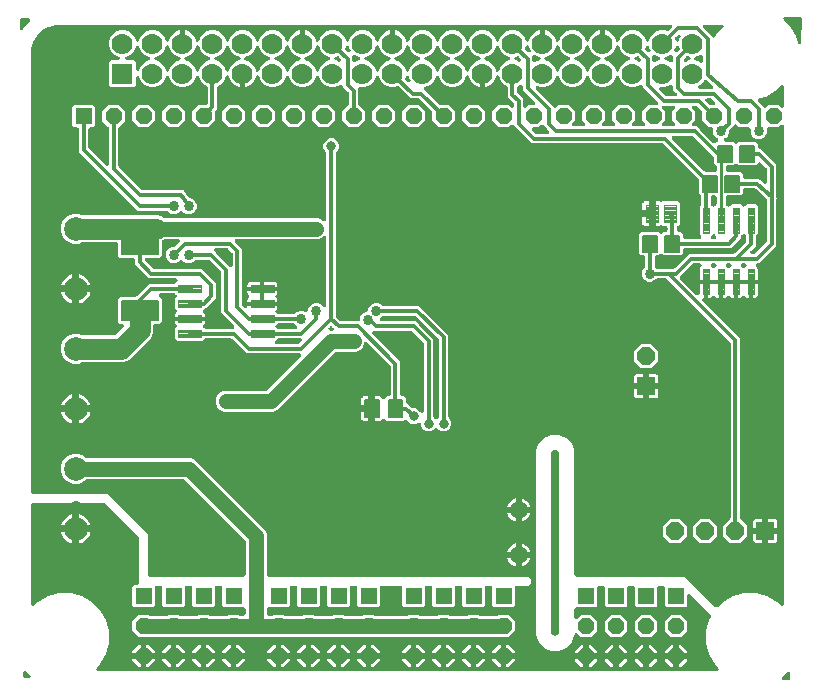
<source format=gbr>
G04 EAGLE Gerber X2 export*
%TF.Part,Single*%
%TF.FileFunction,Copper,L2,Bot,Mixed*%
%TF.FilePolarity,Positive*%
%TF.GenerationSoftware,Autodesk,EAGLE,9.1.0*%
%TF.CreationDate,2018-10-24T11:49:30Z*%
G75*
%MOMM*%
%FSLAX34Y34*%
%LPD*%
%AMOC8*
5,1,8,0,0,1.08239X$1,22.5*%
G01*
%ADD10R,1.524000X1.524000*%
%ADD11P,1.649562X8X202.500000*%
%ADD12R,1.778000X1.778000*%
%ADD13C,1.778000*%
%ADD14C,2.000000*%
%ADD15R,1.408000X1.408000*%
%ADD16P,1.524005X8X292.500000*%
%ADD17C,0.130000*%
%ADD18P,1.524005X8X22.500000*%
%ADD19C,0.102000*%
%ADD20C,0.116838*%
%ADD21C,1.508000*%
%ADD22P,1.649562X8X112.500000*%
%ADD23C,0.180000*%
%ADD24C,0.099059*%
%ADD25C,0.858000*%
%ADD26C,0.304800*%
%ADD27C,1.270000*%
%ADD28C,1.778000*%
%ADD29C,0.808000*%
%ADD30C,0.609600*%
%ADD31C,0.254000*%
%ADD32C,0.406400*%

G36*
X586950Y6393D02*
X586950Y6393D01*
X587050Y6395D01*
X587123Y6413D01*
X587196Y6422D01*
X587291Y6455D01*
X587388Y6480D01*
X587455Y6514D01*
X587525Y6539D01*
X587609Y6594D01*
X587698Y6640D01*
X587755Y6688D01*
X587817Y6728D01*
X587887Y6800D01*
X587964Y6865D01*
X588008Y6925D01*
X588060Y6979D01*
X588111Y7065D01*
X588171Y7146D01*
X588200Y7214D01*
X588238Y7278D01*
X588269Y7374D01*
X588309Y7466D01*
X588322Y7539D01*
X588345Y7610D01*
X588353Y7710D01*
X588370Y7809D01*
X588367Y7883D01*
X588373Y7957D01*
X588358Y8057D01*
X588352Y8157D01*
X588332Y8228D01*
X588321Y8302D01*
X588284Y8395D01*
X588256Y8492D01*
X588220Y8557D01*
X588192Y8626D01*
X588135Y8708D01*
X588086Y8796D01*
X588021Y8872D01*
X587993Y8912D01*
X587967Y8936D01*
X587927Y8982D01*
X584960Y11949D01*
X580018Y20510D01*
X577459Y30058D01*
X577459Y39942D01*
X580018Y49490D01*
X581795Y52569D01*
X581796Y52570D01*
X581797Y52571D01*
X581825Y52638D01*
X581854Y52687D01*
X581878Y52760D01*
X581934Y52889D01*
X581934Y52890D01*
X581935Y52891D01*
X581953Y52995D01*
X581961Y53019D01*
X581963Y53051D01*
X581965Y53062D01*
X581996Y53232D01*
X581996Y53233D01*
X581996Y53234D01*
X581987Y53405D01*
X581979Y53580D01*
X581978Y53581D01*
X581978Y53582D01*
X581931Y53746D01*
X581883Y53915D01*
X581882Y53916D01*
X581882Y53917D01*
X581796Y54070D01*
X581713Y54219D01*
X581712Y54220D01*
X581712Y54221D01*
X581553Y54408D01*
X564631Y71330D01*
X564553Y71392D01*
X564480Y71462D01*
X564416Y71500D01*
X564358Y71546D01*
X564267Y71589D01*
X564181Y71641D01*
X564110Y71663D01*
X564043Y71695D01*
X563945Y71716D01*
X563849Y71747D01*
X563775Y71753D01*
X563702Y71769D01*
X563602Y71767D01*
X563502Y71775D01*
X563428Y71764D01*
X563354Y71763D01*
X563257Y71738D01*
X563157Y71723D01*
X563088Y71696D01*
X563016Y71678D01*
X562926Y71632D01*
X562833Y71595D01*
X562772Y71552D01*
X562706Y71518D01*
X562629Y71453D01*
X562547Y71396D01*
X562497Y71340D01*
X562441Y71292D01*
X562381Y71211D01*
X562314Y71137D01*
X562278Y71072D01*
X562233Y71012D01*
X562194Y70920D01*
X562145Y70832D01*
X562125Y70760D01*
X562095Y70692D01*
X562078Y70593D01*
X562050Y70496D01*
X562042Y70396D01*
X562034Y70349D01*
X562036Y70313D01*
X562031Y70253D01*
X562031Y61758D01*
X560542Y60269D01*
X544358Y60269D01*
X542869Y61758D01*
X542869Y77216D01*
X542866Y77242D01*
X542868Y77268D01*
X542846Y77415D01*
X542829Y77562D01*
X542821Y77587D01*
X542817Y77613D01*
X542762Y77751D01*
X542712Y77890D01*
X542698Y77912D01*
X542688Y77937D01*
X542603Y78058D01*
X542523Y78183D01*
X542504Y78201D01*
X542489Y78223D01*
X542379Y78322D01*
X542272Y78425D01*
X542250Y78439D01*
X542230Y78456D01*
X542100Y78528D01*
X541973Y78604D01*
X541948Y78612D01*
X541925Y78625D01*
X541782Y78665D01*
X541641Y78710D01*
X541615Y78712D01*
X541590Y78720D01*
X541346Y78739D01*
X538154Y78739D01*
X538128Y78736D01*
X538102Y78738D01*
X537955Y78716D01*
X537808Y78699D01*
X537783Y78691D01*
X537757Y78687D01*
X537619Y78632D01*
X537480Y78582D01*
X537458Y78568D01*
X537433Y78558D01*
X537312Y78473D01*
X537187Y78393D01*
X537169Y78374D01*
X537147Y78359D01*
X537048Y78249D01*
X536945Y78142D01*
X536931Y78120D01*
X536914Y78100D01*
X536842Y77970D01*
X536766Y77843D01*
X536758Y77818D01*
X536745Y77795D01*
X536705Y77652D01*
X536660Y77511D01*
X536658Y77485D01*
X536650Y77460D01*
X536631Y77216D01*
X536631Y61758D01*
X535142Y60269D01*
X518958Y60269D01*
X517469Y61758D01*
X517469Y77216D01*
X517466Y77242D01*
X517468Y77268D01*
X517446Y77415D01*
X517429Y77562D01*
X517421Y77587D01*
X517417Y77613D01*
X517362Y77751D01*
X517312Y77890D01*
X517298Y77912D01*
X517288Y77937D01*
X517203Y78058D01*
X517123Y78183D01*
X517104Y78201D01*
X517089Y78223D01*
X516979Y78322D01*
X516872Y78425D01*
X516850Y78439D01*
X516830Y78456D01*
X516700Y78528D01*
X516573Y78604D01*
X516548Y78612D01*
X516525Y78625D01*
X516382Y78665D01*
X516241Y78710D01*
X516215Y78712D01*
X516190Y78720D01*
X515946Y78739D01*
X512754Y78739D01*
X512728Y78736D01*
X512702Y78738D01*
X512555Y78716D01*
X512408Y78699D01*
X512383Y78691D01*
X512357Y78687D01*
X512219Y78632D01*
X512080Y78582D01*
X512058Y78568D01*
X512033Y78558D01*
X511912Y78473D01*
X511787Y78393D01*
X511769Y78374D01*
X511747Y78359D01*
X511648Y78249D01*
X511545Y78142D01*
X511531Y78120D01*
X511514Y78100D01*
X511442Y77970D01*
X511366Y77843D01*
X511358Y77818D01*
X511345Y77795D01*
X511305Y77652D01*
X511260Y77511D01*
X511258Y77485D01*
X511250Y77460D01*
X511231Y77216D01*
X511231Y61758D01*
X509742Y60269D01*
X493558Y60269D01*
X492069Y61758D01*
X492069Y77216D01*
X492066Y77242D01*
X492068Y77268D01*
X492046Y77415D01*
X492029Y77562D01*
X492021Y77587D01*
X492017Y77613D01*
X491962Y77751D01*
X491912Y77890D01*
X491898Y77912D01*
X491888Y77937D01*
X491803Y78058D01*
X491723Y78183D01*
X491704Y78201D01*
X491689Y78223D01*
X491579Y78322D01*
X491472Y78425D01*
X491450Y78439D01*
X491430Y78456D01*
X491300Y78528D01*
X491173Y78604D01*
X491148Y78612D01*
X491125Y78625D01*
X490982Y78665D01*
X490841Y78710D01*
X490815Y78712D01*
X490790Y78720D01*
X490546Y78739D01*
X487354Y78739D01*
X487328Y78736D01*
X487302Y78738D01*
X487155Y78716D01*
X487008Y78699D01*
X486983Y78691D01*
X486957Y78687D01*
X486819Y78632D01*
X486680Y78582D01*
X486658Y78568D01*
X486633Y78558D01*
X486512Y78473D01*
X486387Y78393D01*
X486369Y78374D01*
X486347Y78359D01*
X486248Y78249D01*
X486145Y78142D01*
X486131Y78120D01*
X486114Y78100D01*
X486042Y77970D01*
X485966Y77843D01*
X485958Y77818D01*
X485945Y77795D01*
X485905Y77652D01*
X485860Y77511D01*
X485858Y77485D01*
X485850Y77460D01*
X485831Y77216D01*
X485831Y61758D01*
X484342Y60269D01*
X467905Y60269D01*
X467879Y60266D01*
X467853Y60268D01*
X467706Y60246D01*
X467559Y60229D01*
X467534Y60221D01*
X467508Y60217D01*
X467370Y60162D01*
X467231Y60112D01*
X467209Y60098D01*
X467184Y60088D01*
X467063Y60003D01*
X466938Y59923D01*
X466920Y59904D01*
X466898Y59889D01*
X466799Y59779D01*
X466696Y59672D01*
X466682Y59650D01*
X466665Y59630D01*
X466593Y59500D01*
X466517Y59373D01*
X466509Y59348D01*
X466496Y59325D01*
X466456Y59182D01*
X466411Y59041D01*
X466409Y59015D01*
X466401Y58990D01*
X466382Y58746D01*
X466382Y51808D01*
X466393Y51709D01*
X466395Y51608D01*
X466413Y51536D01*
X466422Y51462D01*
X466455Y51368D01*
X466480Y51270D01*
X466514Y51204D01*
X466539Y51134D01*
X466594Y51050D01*
X466640Y50960D01*
X466688Y50904D01*
X466728Y50841D01*
X466800Y50771D01*
X466865Y50695D01*
X466925Y50651D01*
X466979Y50599D01*
X467065Y50548D01*
X467146Y50488D01*
X467214Y50458D01*
X467278Y50420D01*
X467374Y50390D01*
X467466Y50350D01*
X467539Y50337D01*
X467610Y50314D01*
X467710Y50306D01*
X467809Y50288D01*
X467883Y50292D01*
X467957Y50286D01*
X468057Y50301D01*
X468157Y50306D01*
X468228Y50327D01*
X468302Y50338D01*
X468395Y50375D01*
X468492Y50403D01*
X468557Y50439D01*
X468626Y50466D01*
X468708Y50524D01*
X468796Y50573D01*
X468872Y50638D01*
X468912Y50665D01*
X468936Y50692D01*
X468982Y50731D01*
X472282Y54031D01*
X480218Y54031D01*
X485831Y48418D01*
X485831Y40482D01*
X480218Y34869D01*
X472282Y34869D01*
X468982Y38169D01*
X468904Y38231D01*
X468831Y38301D01*
X468767Y38339D01*
X468709Y38385D01*
X468618Y38428D01*
X468532Y38480D01*
X468461Y38502D01*
X468394Y38534D01*
X468296Y38555D01*
X468200Y38586D01*
X468126Y38592D01*
X468053Y38608D01*
X467953Y38606D01*
X467853Y38614D01*
X467779Y38603D01*
X467705Y38602D01*
X467608Y38577D01*
X467508Y38562D01*
X467439Y38535D01*
X467367Y38517D01*
X467277Y38471D01*
X467184Y38434D01*
X467123Y38391D01*
X467057Y38357D01*
X466981Y38292D01*
X466898Y38235D01*
X466848Y38179D01*
X466792Y38131D01*
X466732Y38050D01*
X466665Y37976D01*
X466629Y37911D01*
X466584Y37851D01*
X466545Y37759D01*
X466496Y37671D01*
X466476Y37599D01*
X466446Y37531D01*
X466429Y37432D01*
X466401Y37335D01*
X466393Y37235D01*
X466385Y37188D01*
X466387Y37152D01*
X466382Y37092D01*
X466382Y36741D01*
X463888Y30720D01*
X459280Y26112D01*
X453259Y23618D01*
X446741Y23618D01*
X440720Y26112D01*
X436112Y30720D01*
X433618Y36741D01*
X433618Y193259D01*
X436112Y199280D01*
X440720Y203888D01*
X446741Y206382D01*
X453259Y206382D01*
X459280Y203888D01*
X463888Y199280D01*
X466382Y193258D01*
X466382Y87884D01*
X466385Y87858D01*
X466383Y87832D01*
X466405Y87685D01*
X466422Y87538D01*
X466430Y87513D01*
X466434Y87487D01*
X466489Y87349D01*
X466539Y87210D01*
X466553Y87188D01*
X466563Y87163D01*
X466648Y87042D01*
X466728Y86917D01*
X466747Y86899D01*
X466762Y86877D01*
X466872Y86778D01*
X466979Y86675D01*
X467001Y86661D01*
X467021Y86644D01*
X467151Y86572D01*
X467278Y86496D01*
X467303Y86488D01*
X467326Y86475D01*
X467469Y86435D01*
X467610Y86390D01*
X467636Y86388D01*
X467661Y86380D01*
X467905Y86361D01*
X560378Y86361D01*
X585747Y60992D01*
X585768Y60976D01*
X585785Y60956D01*
X585904Y60867D01*
X586020Y60775D01*
X586044Y60764D01*
X586065Y60749D01*
X586201Y60690D01*
X586335Y60626D01*
X586361Y60621D01*
X586385Y60611D01*
X586531Y60584D01*
X586676Y60553D01*
X586702Y60554D01*
X586728Y60549D01*
X586877Y60557D01*
X587024Y60559D01*
X587050Y60565D01*
X587076Y60567D01*
X587218Y60608D01*
X587362Y60644D01*
X587386Y60656D01*
X587411Y60663D01*
X587540Y60736D01*
X587672Y60804D01*
X587692Y60821D01*
X587715Y60834D01*
X587901Y60992D01*
X591949Y65040D01*
X600510Y69982D01*
X610058Y72541D01*
X619942Y72541D01*
X629490Y69982D01*
X638051Y65040D01*
X641018Y62073D01*
X641096Y62010D01*
X641169Y61940D01*
X641233Y61902D01*
X641291Y61856D01*
X641382Y61813D01*
X641468Y61762D01*
X641539Y61739D01*
X641606Y61707D01*
X641704Y61686D01*
X641800Y61655D01*
X641874Y61649D01*
X641947Y61634D01*
X642047Y61636D01*
X642147Y61627D01*
X642221Y61638D01*
X642295Y61640D01*
X642392Y61664D01*
X642492Y61679D01*
X642561Y61707D01*
X642633Y61725D01*
X642722Y61771D01*
X642816Y61808D01*
X642877Y61850D01*
X642943Y61884D01*
X643019Y61949D01*
X643102Y62007D01*
X643152Y62062D01*
X643208Y62110D01*
X643268Y62191D01*
X643335Y62266D01*
X643371Y62331D01*
X643416Y62391D01*
X643455Y62483D01*
X643504Y62571D01*
X643524Y62642D01*
X643554Y62711D01*
X643571Y62809D01*
X643599Y62906D01*
X643607Y63006D01*
X643615Y63054D01*
X643613Y63089D01*
X643618Y63150D01*
X643618Y467642D01*
X643615Y467666D01*
X643617Y467690D01*
X643606Y467763D01*
X643605Y467842D01*
X643587Y467914D01*
X643578Y467988D01*
X643569Y468015D01*
X643566Y468035D01*
X643541Y468097D01*
X643520Y468180D01*
X643486Y468246D01*
X643461Y468316D01*
X643443Y468344D01*
X643437Y468359D01*
X643402Y468408D01*
X643360Y468490D01*
X643312Y468546D01*
X643272Y468609D01*
X643245Y468635D01*
X643238Y468645D01*
X643197Y468682D01*
X643135Y468755D01*
X643075Y468799D01*
X643021Y468851D01*
X642986Y468872D01*
X642979Y468878D01*
X642935Y468903D01*
X642854Y468962D01*
X642786Y468992D01*
X642722Y469030D01*
X642681Y469043D01*
X642674Y469047D01*
X642635Y469058D01*
X642626Y469060D01*
X642534Y469100D01*
X642461Y469113D01*
X642390Y469136D01*
X642345Y469140D01*
X642339Y469141D01*
X642278Y469146D01*
X642191Y469162D01*
X642126Y469159D01*
X642095Y469161D01*
X642091Y469161D01*
X642086Y469160D01*
X642043Y469164D01*
X641943Y469149D01*
X641843Y469144D01*
X641777Y469125D01*
X641745Y469121D01*
X641736Y469118D01*
X641698Y469112D01*
X641605Y469075D01*
X641508Y469047D01*
X641454Y469017D01*
X641417Y469004D01*
X641404Y468995D01*
X641374Y468984D01*
X641292Y468926D01*
X641204Y468877D01*
X641151Y468832D01*
X641124Y468815D01*
X641109Y468799D01*
X641088Y468785D01*
X641064Y468758D01*
X641018Y468719D01*
X638968Y466669D01*
X630654Y466669D01*
X630628Y466666D01*
X630602Y466668D01*
X630455Y466646D01*
X630308Y466629D01*
X630283Y466621D01*
X630257Y466617D01*
X630119Y466562D01*
X629980Y466512D01*
X629958Y466498D01*
X629933Y466488D01*
X629812Y466403D01*
X629687Y466323D01*
X629669Y466304D01*
X629647Y466289D01*
X629548Y466179D01*
X629445Y466072D01*
X629431Y466050D01*
X629414Y466030D01*
X629342Y465900D01*
X629266Y465773D01*
X629258Y465748D01*
X629245Y465725D01*
X629205Y465582D01*
X629160Y465441D01*
X629158Y465415D01*
X629150Y465390D01*
X629131Y465146D01*
X629131Y462191D01*
X628091Y459681D01*
X626169Y457759D01*
X623659Y456719D01*
X621421Y456719D01*
X621321Y456708D01*
X621220Y456706D01*
X621148Y456688D01*
X621074Y456679D01*
X620980Y456646D01*
X620882Y456621D01*
X620816Y456587D01*
X620746Y456562D01*
X620662Y456507D01*
X620573Y456461D01*
X620516Y456413D01*
X620453Y456373D01*
X620384Y456301D01*
X620307Y456236D01*
X620263Y456176D01*
X620211Y456122D01*
X620160Y456036D01*
X620100Y455955D01*
X620071Y455887D01*
X620049Y455851D01*
X620053Y455868D01*
X620055Y455992D01*
X620065Y456116D01*
X620058Y456166D01*
X620058Y456216D01*
X620032Y456338D01*
X620014Y456461D01*
X619995Y456508D01*
X619984Y456557D01*
X619931Y456669D01*
X619885Y456785D01*
X619856Y456826D01*
X619834Y456872D01*
X619757Y456969D01*
X619686Y457071D01*
X619648Y457105D01*
X619617Y457144D01*
X619519Y457221D01*
X619427Y457304D01*
X619383Y457329D01*
X619343Y457360D01*
X619126Y457471D01*
X618431Y457759D01*
X616509Y459681D01*
X615469Y462191D01*
X615469Y465146D01*
X615466Y465172D01*
X615468Y465198D01*
X615446Y465345D01*
X615429Y465492D01*
X615421Y465517D01*
X615417Y465543D01*
X615362Y465681D01*
X615312Y465820D01*
X615298Y465842D01*
X615288Y465867D01*
X615203Y465988D01*
X615123Y466113D01*
X615104Y466131D01*
X615089Y466153D01*
X614979Y466252D01*
X614872Y466355D01*
X614850Y466369D01*
X614830Y466386D01*
X614700Y466458D01*
X614573Y466534D01*
X614548Y466542D01*
X614525Y466555D01*
X614382Y466595D01*
X614241Y466640D01*
X614215Y466642D01*
X614190Y466650D01*
X613946Y466669D01*
X605632Y466669D01*
X603565Y468736D01*
X603487Y468798D01*
X603414Y468868D01*
X603350Y468906D01*
X603292Y468952D01*
X603201Y468995D01*
X603115Y469047D01*
X603044Y469069D01*
X602977Y469101D01*
X602879Y469122D01*
X602783Y469153D01*
X602709Y469159D01*
X602636Y469175D01*
X602536Y469173D01*
X602436Y469181D01*
X602362Y469170D01*
X602288Y469169D01*
X602191Y469144D01*
X602091Y469129D01*
X602022Y469102D01*
X601950Y469084D01*
X601861Y469038D01*
X601767Y469001D01*
X601706Y468958D01*
X601640Y468924D01*
X601564Y468859D01*
X601481Y468802D01*
X601431Y468746D01*
X601375Y468698D01*
X601315Y468617D01*
X601248Y468543D01*
X601212Y468478D01*
X601171Y468422D01*
X598138Y465389D01*
X597827Y465079D01*
X597748Y464980D01*
X597664Y464886D01*
X597640Y464843D01*
X597610Y464806D01*
X597556Y464691D01*
X597495Y464581D01*
X597482Y464534D01*
X597461Y464490D01*
X597435Y464367D01*
X597400Y464245D01*
X597395Y464185D01*
X597388Y464150D01*
X597389Y464102D01*
X597381Y464001D01*
X597381Y462191D01*
X596341Y459681D01*
X594419Y457759D01*
X593724Y457471D01*
X593680Y457447D01*
X593633Y457430D01*
X593528Y457362D01*
X593420Y457302D01*
X593382Y457268D01*
X593340Y457241D01*
X593254Y457151D01*
X593161Y457068D01*
X593133Y457026D01*
X593098Y456990D01*
X593034Y456883D01*
X592963Y456781D01*
X592945Y456734D01*
X592919Y456691D01*
X592881Y456573D01*
X592835Y456457D01*
X592828Y456407D01*
X592813Y456359D01*
X592803Y456235D01*
X592785Y456112D01*
X592789Y456062D01*
X592785Y456012D01*
X592803Y455889D01*
X592814Y455765D01*
X592829Y455717D01*
X592836Y455667D01*
X592882Y455551D01*
X592921Y455433D01*
X592947Y455390D01*
X592965Y455343D01*
X593036Y455241D01*
X593100Y455135D01*
X593135Y455098D01*
X593164Y455057D01*
X593256Y454974D01*
X593343Y454885D01*
X593386Y454857D01*
X593423Y454824D01*
X593532Y454763D01*
X593636Y454696D01*
X593684Y454680D01*
X593728Y454655D01*
X593848Y454621D01*
X593965Y454580D01*
X594015Y454574D01*
X594063Y454560D01*
X594307Y454541D01*
X600922Y454541D01*
X602173Y453289D01*
X602193Y453273D01*
X602210Y453253D01*
X602330Y453165D01*
X602446Y453073D01*
X602470Y453062D01*
X602491Y453046D01*
X602627Y452987D01*
X602761Y452924D01*
X602787Y452918D01*
X602811Y452908D01*
X602957Y452882D01*
X603102Y452851D01*
X603128Y452851D01*
X603154Y452846D01*
X603302Y452854D01*
X603450Y452857D01*
X603476Y452863D01*
X603502Y452864D01*
X603644Y452905D01*
X603788Y452942D01*
X603811Y452954D01*
X603837Y452961D01*
X603966Y453033D01*
X604098Y453101D01*
X604118Y453118D01*
X604141Y453131D01*
X604327Y453289D01*
X605578Y454541D01*
X618543Y454541D01*
X618593Y454546D01*
X618643Y454544D01*
X618766Y454566D01*
X618889Y454581D01*
X618937Y454598D01*
X618986Y454607D01*
X619100Y454656D01*
X619217Y454698D01*
X619260Y454725D01*
X619306Y454746D01*
X619405Y454820D01*
X619510Y454887D01*
X619545Y454923D01*
X619585Y454953D01*
X619666Y455048D01*
X619752Y455138D01*
X619778Y455181D01*
X619811Y455219D01*
X619867Y455330D01*
X619920Y455419D01*
X619918Y455391D01*
X619900Y455292D01*
X619904Y455218D01*
X619898Y455144D01*
X619913Y455044D01*
X619918Y454944D01*
X619939Y454873D01*
X619950Y454799D01*
X619987Y454706D01*
X620015Y454609D01*
X620051Y454544D01*
X620079Y454475D01*
X620136Y454393D01*
X620185Y454305D01*
X620250Y454229D01*
X620278Y454189D01*
X620304Y454165D01*
X620343Y454119D01*
X621791Y452672D01*
X621791Y450088D01*
X621794Y450062D01*
X621792Y450036D01*
X621814Y449889D01*
X621831Y449742D01*
X621839Y449717D01*
X621843Y449691D01*
X621898Y449553D01*
X621948Y449414D01*
X621962Y449392D01*
X621972Y449367D01*
X622057Y449246D01*
X622137Y449121D01*
X622156Y449103D01*
X622171Y449081D01*
X622281Y448982D01*
X622388Y448879D01*
X622410Y448865D01*
X622430Y448848D01*
X622560Y448776D01*
X622687Y448700D01*
X622712Y448692D01*
X622735Y448679D01*
X622878Y448639D01*
X623019Y448594D01*
X623045Y448592D01*
X623070Y448584D01*
X623314Y448565D01*
X623984Y448565D01*
X637397Y435152D01*
X637397Y408220D01*
X637399Y408198D01*
X637398Y408179D01*
X637400Y408165D01*
X637399Y408137D01*
X637491Y406439D01*
X637487Y406422D01*
X637453Y406339D01*
X637440Y406255D01*
X637416Y406173D01*
X637406Y406044D01*
X637398Y405995D01*
X637400Y405970D01*
X637397Y405929D01*
X637397Y366616D01*
X622316Y351535D01*
X621337Y351535D01*
X621237Y351524D01*
X621136Y351522D01*
X621064Y351504D01*
X620990Y351495D01*
X620896Y351462D01*
X620798Y351437D01*
X620732Y351403D01*
X620662Y351378D01*
X620578Y351323D01*
X620489Y351277D01*
X620432Y351229D01*
X620369Y351189D01*
X620300Y351117D01*
X620223Y351052D01*
X620179Y350992D01*
X620127Y350938D01*
X620076Y350852D01*
X620016Y350771D01*
X619987Y350703D01*
X619948Y350639D01*
X619918Y350544D01*
X619878Y350451D01*
X619865Y350378D01*
X619842Y350307D01*
X619834Y350207D01*
X619816Y350108D01*
X619820Y350034D01*
X619814Y349960D01*
X619829Y349861D01*
X619834Y349760D01*
X619855Y349689D01*
X619866Y349615D01*
X619903Y349522D01*
X619931Y349425D01*
X619967Y349360D01*
X619995Y349291D01*
X620052Y349209D01*
X620101Y349121D01*
X620166Y349045D01*
X620194Y349005D01*
X620220Y348981D01*
X620259Y348935D01*
X620881Y348313D01*
X621283Y347618D01*
X621491Y346842D01*
X621491Y337473D01*
X615950Y337473D01*
X603250Y337473D01*
X590550Y337473D01*
X577850Y337473D01*
X572309Y337473D01*
X572309Y346842D01*
X572517Y347618D01*
X572919Y348313D01*
X573541Y348935D01*
X573603Y349014D01*
X573673Y349086D01*
X573711Y349150D01*
X573757Y349208D01*
X573800Y349299D01*
X573852Y349385D01*
X573874Y349456D01*
X573906Y349523D01*
X573927Y349621D01*
X573958Y349717D01*
X573964Y349791D01*
X573979Y349864D01*
X573978Y349964D01*
X573986Y350064D01*
X573975Y350138D01*
X573973Y350212D01*
X573949Y350309D01*
X573934Y350409D01*
X573907Y350478D01*
X573888Y350550D01*
X573842Y350639D01*
X573805Y350733D01*
X573763Y350794D01*
X573729Y350860D01*
X573664Y350937D01*
X573606Y351019D01*
X573551Y351069D01*
X573503Y351125D01*
X573422Y351185D01*
X573348Y351252D01*
X573283Y351288D01*
X573223Y351333D01*
X573131Y351372D01*
X573043Y351421D01*
X572971Y351441D01*
X572903Y351471D01*
X572804Y351488D01*
X572707Y351516D01*
X572607Y351524D01*
X572560Y351532D01*
X572524Y351530D01*
X572463Y351535D01*
X567465Y351535D01*
X567339Y351521D01*
X567213Y351514D01*
X567166Y351501D01*
X567118Y351495D01*
X566999Y351453D01*
X566878Y351418D01*
X566836Y351394D01*
X566790Y351378D01*
X566684Y351309D01*
X566574Y351248D01*
X566527Y351208D01*
X566497Y351189D01*
X566464Y351154D01*
X566388Y351089D01*
X556101Y340802D01*
X556084Y340782D01*
X556064Y340765D01*
X555976Y340645D01*
X555884Y340529D01*
X555873Y340505D01*
X555857Y340484D01*
X555798Y340348D01*
X555735Y340214D01*
X555729Y340188D01*
X555719Y340164D01*
X555693Y340018D01*
X555662Y339873D01*
X555662Y339847D01*
X555657Y339821D01*
X555665Y339673D01*
X555668Y339525D01*
X555674Y339499D01*
X555675Y339473D01*
X555716Y339331D01*
X555753Y339187D01*
X555765Y339164D01*
X555772Y339138D01*
X555844Y339009D01*
X555912Y338877D01*
X555929Y338857D01*
X555942Y338834D01*
X556074Y338679D01*
X556075Y338678D01*
X556076Y338677D01*
X556101Y338648D01*
X569709Y325039D01*
X569787Y324977D01*
X569860Y324907D01*
X569924Y324869D01*
X569982Y324823D01*
X570073Y324780D01*
X570159Y324728D01*
X570230Y324706D01*
X570297Y324674D01*
X570395Y324653D01*
X570491Y324622D01*
X570565Y324616D01*
X570638Y324601D01*
X570738Y324602D01*
X570838Y324594D01*
X570912Y324605D01*
X570986Y324607D01*
X571083Y324631D01*
X571183Y324646D01*
X571252Y324673D01*
X571324Y324692D01*
X571414Y324738D01*
X571507Y324775D01*
X571568Y324817D01*
X571634Y324851D01*
X571711Y324916D01*
X571793Y324974D01*
X571843Y325029D01*
X571899Y325077D01*
X571959Y325158D01*
X572026Y325232D01*
X572062Y325297D01*
X572107Y325357D01*
X572146Y325449D01*
X572195Y325537D01*
X572215Y325609D01*
X572245Y325677D01*
X572262Y325776D01*
X572290Y325873D01*
X572298Y325973D01*
X572306Y326020D01*
X572304Y326056D01*
X572309Y326117D01*
X572309Y334427D01*
X576327Y334427D01*
X576327Y322409D01*
X576017Y322409D01*
X575917Y322398D01*
X575816Y322396D01*
X575744Y322378D01*
X575670Y322369D01*
X575576Y322336D01*
X575478Y322311D01*
X575412Y322277D01*
X575342Y322252D01*
X575258Y322197D01*
X575169Y322151D01*
X575112Y322103D01*
X575049Y322063D01*
X574980Y321991D01*
X574903Y321926D01*
X574859Y321866D01*
X574807Y321812D01*
X574756Y321726D01*
X574696Y321645D01*
X574667Y321577D01*
X574628Y321513D01*
X574598Y321417D01*
X574558Y321325D01*
X574545Y321252D01*
X574522Y321181D01*
X574514Y321081D01*
X574496Y320982D01*
X574500Y320908D01*
X574494Y320834D01*
X574509Y320734D01*
X574514Y320634D01*
X574535Y320563D01*
X574546Y320489D01*
X574583Y320396D01*
X574611Y320299D01*
X574647Y320234D01*
X574675Y320165D01*
X574732Y320083D01*
X574781Y319995D01*
X574846Y319919D01*
X574874Y319879D01*
X574900Y319855D01*
X574939Y319809D01*
X603853Y290896D01*
X606680Y288069D01*
X606680Y136031D01*
X606694Y135905D01*
X606701Y135779D01*
X606714Y135732D01*
X606720Y135684D01*
X606762Y135565D01*
X606797Y135444D01*
X606821Y135402D01*
X606837Y135356D01*
X606906Y135250D01*
X606967Y135140D01*
X607007Y135094D01*
X607026Y135064D01*
X607061Y135030D01*
X607126Y134954D01*
X612776Y129304D01*
X612776Y120886D01*
X606824Y114934D01*
X598406Y114934D01*
X592454Y120886D01*
X592454Y129304D01*
X598104Y134954D01*
X598183Y135053D01*
X598267Y135146D01*
X598291Y135189D01*
X598321Y135227D01*
X598375Y135341D01*
X598436Y135451D01*
X598449Y135498D01*
X598470Y135542D01*
X598496Y135665D01*
X598531Y135787D01*
X598536Y135848D01*
X598543Y135882D01*
X598542Y135930D01*
X598550Y136031D01*
X598550Y284070D01*
X598536Y284196D01*
X598529Y284322D01*
X598516Y284369D01*
X598510Y284417D01*
X598468Y284536D01*
X598433Y284657D01*
X598409Y284699D01*
X598393Y284745D01*
X598324Y284851D01*
X598263Y284961D01*
X598223Y285007D01*
X598204Y285037D01*
X598169Y285071D01*
X598104Y285147D01*
X544862Y338389D01*
X544763Y338468D01*
X544670Y338552D01*
X544627Y338576D01*
X544589Y338606D01*
X544475Y338660D01*
X544365Y338721D01*
X544318Y338734D01*
X544274Y338755D01*
X544151Y338781D01*
X544029Y338816D01*
X543968Y338821D01*
X543934Y338828D01*
X543886Y338827D01*
X543785Y338835D01*
X536476Y338835D01*
X536351Y338821D01*
X536225Y338814D01*
X536178Y338801D01*
X536130Y338795D01*
X536011Y338753D01*
X535890Y338718D01*
X535848Y338694D01*
X535802Y338678D01*
X535696Y338609D01*
X535586Y338548D01*
X535539Y338508D01*
X535509Y338489D01*
X535476Y338454D01*
X535399Y338389D01*
X534119Y337109D01*
X531609Y336069D01*
X528891Y336069D01*
X526381Y337109D01*
X524459Y339031D01*
X523419Y341541D01*
X523419Y344259D01*
X524459Y346769D01*
X525739Y348049D01*
X525818Y348148D01*
X525902Y348242D01*
X525926Y348284D01*
X525956Y348322D01*
X526010Y348436D01*
X526071Y348547D01*
X526084Y348594D01*
X526105Y348637D01*
X526131Y348761D01*
X526166Y348883D01*
X526171Y348943D01*
X526178Y348978D01*
X526177Y349026D01*
X526185Y349126D01*
X526185Y356736D01*
X526182Y356762D01*
X526184Y356788D01*
X526162Y356935D01*
X526145Y357082D01*
X526137Y357107D01*
X526133Y357133D01*
X526078Y357271D01*
X526028Y357410D01*
X526014Y357432D01*
X526004Y357457D01*
X525919Y357578D01*
X525839Y357703D01*
X525820Y357721D01*
X525805Y357743D01*
X525695Y357842D01*
X525588Y357945D01*
X525566Y357959D01*
X525546Y357976D01*
X525416Y358048D01*
X525289Y358124D01*
X525264Y358132D01*
X525241Y358145D01*
X525098Y358185D01*
X524957Y358230D01*
X524931Y358232D01*
X524906Y358240D01*
X524662Y358259D01*
X523078Y358259D01*
X521209Y360128D01*
X521209Y376472D01*
X523078Y378341D01*
X537422Y378341D01*
X538673Y377089D01*
X538693Y377073D01*
X538710Y377053D01*
X538830Y376965D01*
X538946Y376873D01*
X538970Y376862D01*
X538991Y376846D01*
X539127Y376787D01*
X539261Y376724D01*
X539287Y376718D01*
X539311Y376708D01*
X539457Y376682D01*
X539602Y376651D01*
X539628Y376651D01*
X539654Y376646D01*
X539802Y376654D01*
X539950Y376657D01*
X539976Y376663D01*
X540002Y376664D01*
X540144Y376705D01*
X540288Y376742D01*
X540311Y376754D01*
X540337Y376761D01*
X540466Y376833D01*
X540598Y376901D01*
X540618Y376918D01*
X540641Y376931D01*
X540827Y377089D01*
X542078Y378341D01*
X543662Y378341D01*
X543688Y378344D01*
X543714Y378342D01*
X543861Y378364D01*
X544008Y378381D01*
X544033Y378389D01*
X544059Y378393D01*
X544197Y378448D01*
X544336Y378498D01*
X544358Y378512D01*
X544383Y378522D01*
X544504Y378607D01*
X544629Y378687D01*
X544647Y378706D01*
X544669Y378721D01*
X544768Y378831D01*
X544871Y378938D01*
X544885Y378960D01*
X544902Y378980D01*
X544974Y379110D01*
X545050Y379237D01*
X545058Y379262D01*
X545071Y379285D01*
X545111Y379428D01*
X545156Y379569D01*
X545158Y379595D01*
X545166Y379620D01*
X545185Y379864D01*
X545185Y381635D01*
X545182Y381661D01*
X545184Y381687D01*
X545162Y381834D01*
X545145Y381981D01*
X545137Y382006D01*
X545133Y382032D01*
X545078Y382170D01*
X545028Y382309D01*
X545014Y382331D01*
X545004Y382356D01*
X544919Y382477D01*
X544839Y382602D01*
X544820Y382620D01*
X544805Y382642D01*
X544695Y382741D01*
X544588Y382844D01*
X544566Y382858D01*
X544546Y382875D01*
X544416Y382947D01*
X544289Y383023D01*
X544264Y383031D01*
X544241Y383044D01*
X544098Y383084D01*
X543957Y383129D01*
X543931Y383131D01*
X543906Y383139D01*
X543662Y383158D01*
X540818Y383158D01*
X540695Y383281D01*
X540694Y383282D01*
X540693Y383283D01*
X540557Y383390D01*
X540422Y383497D01*
X540421Y383498D01*
X540420Y383499D01*
X540270Y383570D01*
X540107Y383646D01*
X540106Y383647D01*
X540105Y383647D01*
X539935Y383683D01*
X539767Y383720D01*
X539765Y383720D01*
X539764Y383720D01*
X539589Y383717D01*
X539418Y383714D01*
X539417Y383713D01*
X539415Y383713D01*
X539244Y383670D01*
X539080Y383629D01*
X539079Y383628D01*
X539077Y383628D01*
X538856Y383523D01*
X538594Y383371D01*
X537799Y383158D01*
X535050Y383158D01*
X535050Y392303D01*
X535047Y392329D01*
X535049Y392355D01*
X535027Y392502D01*
X535010Y392649D01*
X535002Y392674D01*
X534998Y392700D01*
X534943Y392837D01*
X534893Y392977D01*
X534879Y392999D01*
X534869Y393024D01*
X534784Y393145D01*
X534704Y393270D01*
X534685Y393288D01*
X534670Y393310D01*
X534560Y393409D01*
X534453Y393512D01*
X534431Y393526D01*
X534411Y393543D01*
X534281Y393615D01*
X534154Y393691D01*
X534129Y393699D01*
X534122Y393703D01*
X534201Y393731D01*
X534223Y393746D01*
X534248Y393755D01*
X534369Y393840D01*
X534494Y393920D01*
X534512Y393939D01*
X534534Y393954D01*
X534633Y394064D01*
X534736Y394171D01*
X534750Y394194D01*
X534767Y394213D01*
X534839Y394343D01*
X534915Y394470D01*
X534923Y394495D01*
X534936Y394518D01*
X534976Y394661D01*
X535021Y394802D01*
X535023Y394828D01*
X535031Y394853D01*
X535050Y395097D01*
X535050Y404242D01*
X537799Y404242D01*
X538594Y404029D01*
X538856Y403877D01*
X538858Y403877D01*
X538859Y403876D01*
X539019Y403807D01*
X539176Y403739D01*
X539178Y403738D01*
X539179Y403738D01*
X539356Y403706D01*
X539519Y403676D01*
X539521Y403676D01*
X539522Y403676D01*
X539696Y403685D01*
X539867Y403694D01*
X539869Y403694D01*
X539870Y403694D01*
X540036Y403742D01*
X540202Y403790D01*
X540204Y403790D01*
X540205Y403791D01*
X540357Y403876D01*
X540507Y403959D01*
X540508Y403960D01*
X540509Y403961D01*
X540695Y404119D01*
X540818Y404242D01*
X553922Y404242D01*
X555753Y402411D01*
X555753Y384989D01*
X553761Y382997D01*
X553682Y382898D01*
X553598Y382804D01*
X553574Y382762D01*
X553544Y382724D01*
X553490Y382610D01*
X553429Y382499D01*
X553416Y382452D01*
X553395Y382409D01*
X553369Y382285D01*
X553334Y382164D01*
X553329Y382103D01*
X553322Y382068D01*
X553323Y382020D01*
X553315Y381920D01*
X553315Y379864D01*
X553318Y379838D01*
X553316Y379812D01*
X553338Y379665D01*
X553355Y379518D01*
X553363Y379493D01*
X553367Y379467D01*
X553422Y379329D01*
X553472Y379190D01*
X553486Y379168D01*
X553496Y379143D01*
X553581Y379022D01*
X553661Y378897D01*
X553680Y378879D01*
X553695Y378857D01*
X553805Y378758D01*
X553912Y378655D01*
X553934Y378641D01*
X553954Y378624D01*
X554084Y378552D01*
X554211Y378476D01*
X554236Y378468D01*
X554259Y378455D01*
X554402Y378415D01*
X554543Y378370D01*
X554569Y378368D01*
X554594Y378360D01*
X554838Y378341D01*
X556422Y378341D01*
X558291Y376472D01*
X558291Y373888D01*
X558294Y373862D01*
X558292Y373836D01*
X558314Y373689D01*
X558331Y373542D01*
X558339Y373517D01*
X558343Y373491D01*
X558398Y373353D01*
X558448Y373214D01*
X558462Y373192D01*
X558472Y373167D01*
X558557Y373046D01*
X558637Y372921D01*
X558656Y372903D01*
X558671Y372881D01*
X558781Y372782D01*
X558888Y372679D01*
X558910Y372665D01*
X558930Y372648D01*
X559060Y372576D01*
X559187Y372500D01*
X559212Y372492D01*
X559235Y372479D01*
X559378Y372439D01*
X559519Y372394D01*
X559545Y372392D01*
X559570Y372384D01*
X559814Y372365D01*
X572463Y372365D01*
X572563Y372376D01*
X572664Y372378D01*
X572736Y372396D01*
X572810Y372405D01*
X572904Y372438D01*
X573002Y372463D01*
X573068Y372497D01*
X573138Y372522D01*
X573222Y372577D01*
X573311Y372623D01*
X573368Y372671D01*
X573431Y372711D01*
X573500Y372783D01*
X573577Y372848D01*
X573621Y372908D01*
X573673Y372962D01*
X573724Y373048D01*
X573784Y373129D01*
X573813Y373197D01*
X573852Y373261D01*
X573882Y373357D01*
X573922Y373449D01*
X573935Y373522D01*
X573958Y373593D01*
X573966Y373693D01*
X573984Y373792D01*
X573980Y373866D01*
X573986Y373940D01*
X573971Y374040D01*
X573966Y374140D01*
X573945Y374211D01*
X573934Y374285D01*
X573897Y374378D01*
X573869Y374475D01*
X573833Y374540D01*
X573805Y374609D01*
X573748Y374691D01*
X573699Y374779D01*
X573634Y374855D01*
X573606Y374895D01*
X573580Y374919D01*
X573541Y374965D01*
X572309Y376196D01*
X572309Y399704D01*
X573339Y400734D01*
X573418Y400833D01*
X573502Y400926D01*
X573526Y400969D01*
X573556Y401007D01*
X573610Y401121D01*
X573671Y401231D01*
X573684Y401278D01*
X573705Y401322D01*
X573731Y401445D01*
X573766Y401567D01*
X573771Y401628D01*
X573778Y401662D01*
X573777Y401710D01*
X573785Y401811D01*
X573785Y408521D01*
X573771Y408647D01*
X573764Y408773D01*
X573751Y408820D01*
X573745Y408868D01*
X573703Y408987D01*
X573668Y409108D01*
X573644Y409150D01*
X573628Y409196D01*
X573559Y409302D01*
X573498Y409412D01*
X573458Y409459D01*
X573439Y409489D01*
X573404Y409522D01*
X573339Y409598D01*
X572009Y410928D01*
X572009Y421761D01*
X571995Y421887D01*
X571988Y422013D01*
X571975Y422060D01*
X571969Y422108D01*
X571927Y422227D01*
X571892Y422348D01*
X571868Y422390D01*
X571852Y422436D01*
X571783Y422542D01*
X571722Y422652D01*
X571682Y422699D01*
X571663Y422729D01*
X571628Y422762D01*
X571563Y422838D01*
X541712Y452689D01*
X541613Y452768D01*
X541520Y452852D01*
X541477Y452876D01*
X541439Y452906D01*
X541325Y452960D01*
X541215Y453021D01*
X541168Y453034D01*
X541124Y453055D01*
X541001Y453081D01*
X540879Y453116D01*
X540818Y453121D01*
X540784Y453128D01*
X540736Y453127D01*
X540635Y453135D01*
X430116Y453135D01*
X414812Y468440D01*
X414777Y468507D01*
X414729Y468563D01*
X414689Y468626D01*
X414617Y468696D01*
X414552Y468772D01*
X414492Y468816D01*
X414438Y468868D01*
X414352Y468920D01*
X414271Y468979D01*
X414203Y469009D01*
X414139Y469047D01*
X414043Y469077D01*
X413951Y469117D01*
X413878Y469130D01*
X413807Y469153D01*
X413707Y469161D01*
X413608Y469179D01*
X413534Y469175D01*
X413460Y469181D01*
X413360Y469166D01*
X413260Y469161D01*
X413189Y469140D01*
X413115Y469129D01*
X413022Y469092D01*
X412925Y469064D01*
X412860Y469028D01*
X412791Y469001D01*
X412709Y468943D01*
X412621Y468894D01*
X412545Y468829D01*
X412505Y468802D01*
X412481Y468775D01*
X412435Y468736D01*
X410368Y466669D01*
X402432Y466669D01*
X396819Y472282D01*
X396819Y480218D01*
X402432Y485831D01*
X410368Y485831D01*
X412435Y483764D01*
X412513Y483702D01*
X412586Y483632D01*
X412650Y483594D01*
X412708Y483548D01*
X412799Y483505D01*
X412885Y483453D01*
X412956Y483431D01*
X413023Y483399D01*
X413121Y483378D01*
X413217Y483347D01*
X413291Y483341D01*
X413364Y483325D01*
X413464Y483327D01*
X413564Y483319D01*
X413638Y483330D01*
X413712Y483331D01*
X413809Y483356D01*
X413909Y483371D01*
X413978Y483398D01*
X414050Y483416D01*
X414139Y483462D01*
X414233Y483499D01*
X414294Y483542D01*
X414360Y483576D01*
X414436Y483641D01*
X414519Y483698D01*
X414569Y483754D01*
X414625Y483802D01*
X414685Y483883D01*
X414752Y483957D01*
X414788Y484022D01*
X414833Y484082D01*
X414872Y484174D01*
X414921Y484262D01*
X414941Y484334D01*
X414971Y484402D01*
X414988Y484501D01*
X415016Y484598D01*
X415024Y484698D01*
X415032Y484745D01*
X415030Y484781D01*
X415035Y484841D01*
X415035Y486635D01*
X415021Y486761D01*
X415014Y486887D01*
X415001Y486934D01*
X414995Y486982D01*
X414953Y487101D01*
X414918Y487222D01*
X414894Y487264D01*
X414878Y487310D01*
X414809Y487416D01*
X414748Y487526D01*
X414708Y487572D01*
X414689Y487602D01*
X414654Y487636D01*
X414589Y487712D01*
X409835Y492466D01*
X409835Y500593D01*
X409827Y500669D01*
X409828Y500746D01*
X409807Y500842D01*
X409795Y500940D01*
X409770Y501011D01*
X409753Y501086D01*
X409711Y501175D01*
X409678Y501268D01*
X409636Y501332D01*
X409604Y501401D01*
X409542Y501478D01*
X409489Y501560D01*
X409434Y501614D01*
X409386Y501673D01*
X409309Y501734D01*
X409238Y501803D01*
X409173Y501842D01*
X409113Y501889D01*
X408980Y501957D01*
X408939Y501981D01*
X408921Y501987D01*
X408895Y502001D01*
X407425Y502610D01*
X404210Y505825D01*
X402542Y509850D01*
X402470Y509980D01*
X402402Y510112D01*
X402394Y510121D01*
X402390Y510130D01*
X402381Y510141D01*
X402373Y510154D01*
X402273Y510264D01*
X402177Y510378D01*
X402167Y510385D01*
X402160Y510393D01*
X402150Y510401D01*
X402139Y510413D01*
X402016Y510497D01*
X401897Y510586D01*
X401886Y510591D01*
X401878Y510597D01*
X401865Y510602D01*
X401852Y510611D01*
X401714Y510665D01*
X401577Y510724D01*
X401565Y510727D01*
X401556Y510731D01*
X401543Y510733D01*
X401528Y510739D01*
X401381Y510760D01*
X401235Y510787D01*
X401222Y510786D01*
X401212Y510788D01*
X401199Y510787D01*
X401183Y510789D01*
X401035Y510777D01*
X400886Y510770D01*
X400874Y510766D01*
X400864Y510766D01*
X400852Y510762D01*
X400836Y510760D01*
X400694Y510715D01*
X400551Y510674D01*
X400540Y510668D01*
X400531Y510665D01*
X400519Y510658D01*
X400504Y510653D01*
X400377Y510577D01*
X400247Y510504D01*
X400238Y510496D01*
X400229Y510491D01*
X400219Y510482D01*
X400206Y510474D01*
X400099Y510370D01*
X399989Y510270D01*
X399982Y510260D01*
X399974Y510253D01*
X399967Y510241D01*
X399956Y510231D01*
X399875Y510106D01*
X399791Y509983D01*
X399786Y509972D01*
X399780Y509963D01*
X399774Y509948D01*
X399767Y509938D01*
X399754Y509900D01*
X399686Y509737D01*
X399093Y507912D01*
X398276Y506309D01*
X397219Y504853D01*
X395947Y503581D01*
X394491Y502524D01*
X392888Y501707D01*
X391177Y501151D01*
X390749Y501083D01*
X390749Y511574D01*
X390746Y511600D01*
X390748Y511626D01*
X390726Y511773D01*
X390709Y511920D01*
X390701Y511945D01*
X390697Y511971D01*
X390642Y512108D01*
X390592Y512248D01*
X390578Y512270D01*
X390568Y512295D01*
X390483Y512416D01*
X390403Y512541D01*
X390384Y512559D01*
X390369Y512581D01*
X390259Y512680D01*
X390152Y512783D01*
X390130Y512797D01*
X390110Y512814D01*
X389980Y512886D01*
X389853Y512962D01*
X389828Y512970D01*
X389805Y512983D01*
X389662Y513023D01*
X389521Y513068D01*
X389495Y513070D01*
X389470Y513077D01*
X389226Y513097D01*
X387774Y513097D01*
X387748Y513094D01*
X387722Y513096D01*
X387575Y513074D01*
X387428Y513057D01*
X387403Y513048D01*
X387377Y513044D01*
X387239Y512990D01*
X387100Y512940D01*
X387078Y512925D01*
X387053Y512916D01*
X386932Y512831D01*
X386807Y512751D01*
X386789Y512732D01*
X386767Y512717D01*
X386668Y512607D01*
X386565Y512500D01*
X386551Y512477D01*
X386534Y512458D01*
X386462Y512328D01*
X386386Y512201D01*
X386378Y512176D01*
X386365Y512153D01*
X386325Y512010D01*
X386280Y511869D01*
X386277Y511843D01*
X386270Y511818D01*
X386251Y511574D01*
X386251Y501083D01*
X385823Y501151D01*
X384112Y501707D01*
X382509Y502524D01*
X381053Y503581D01*
X379781Y504853D01*
X378724Y506309D01*
X377907Y507912D01*
X377314Y509737D01*
X377312Y509741D01*
X377311Y509746D01*
X377246Y509886D01*
X377183Y510030D01*
X377174Y510042D01*
X377169Y510054D01*
X377166Y510057D01*
X377164Y510062D01*
X377069Y510184D01*
X376976Y510309D01*
X376964Y510319D01*
X376956Y510330D01*
X376953Y510332D01*
X376949Y510337D01*
X376829Y510434D01*
X376710Y510535D01*
X376696Y510542D01*
X376685Y510550D01*
X376682Y510552D01*
X376678Y510555D01*
X376537Y510623D01*
X376399Y510693D01*
X376384Y510697D01*
X376372Y510703D01*
X376369Y510704D01*
X376364Y510706D01*
X376211Y510740D01*
X376061Y510777D01*
X376045Y510778D01*
X376032Y510781D01*
X376029Y510781D01*
X376024Y510782D01*
X375868Y510780D01*
X375713Y510783D01*
X375697Y510779D01*
X375684Y510779D01*
X375681Y510778D01*
X375675Y510778D01*
X375524Y510741D01*
X375372Y510708D01*
X375358Y510701D01*
X375345Y510698D01*
X375342Y510697D01*
X375337Y510696D01*
X375198Y510625D01*
X375057Y510559D01*
X375045Y510548D01*
X375033Y510543D01*
X375031Y510541D01*
X375026Y510538D01*
X374906Y510438D01*
X374785Y510341D01*
X374775Y510329D01*
X374765Y510320D01*
X374763Y510318D01*
X374759Y510314D01*
X374666Y510190D01*
X374569Y510068D01*
X374561Y510051D01*
X374554Y510042D01*
X374553Y510039D01*
X374550Y510035D01*
X374532Y509996D01*
X374458Y509850D01*
X372790Y505825D01*
X369575Y502610D01*
X365374Y500869D01*
X360826Y500869D01*
X356625Y502610D01*
X353410Y505825D01*
X351807Y509693D01*
X351759Y509781D01*
X351718Y509873D01*
X351674Y509933D01*
X351638Y509998D01*
X351571Y510072D01*
X351511Y510153D01*
X351454Y510201D01*
X351404Y510256D01*
X351321Y510313D01*
X351245Y510378D01*
X351178Y510412D01*
X351117Y510454D01*
X351024Y510491D01*
X350934Y510537D01*
X350862Y510555D01*
X350793Y510582D01*
X350694Y510596D01*
X350596Y510621D01*
X350522Y510622D01*
X350448Y510633D01*
X350348Y510624D01*
X350248Y510626D01*
X350175Y510610D01*
X350101Y510604D01*
X350005Y510573D01*
X349907Y510551D01*
X349840Y510520D01*
X349769Y510497D01*
X349683Y510445D01*
X349592Y510402D01*
X349534Y510355D01*
X349471Y510317D01*
X349399Y510247D01*
X349320Y510184D01*
X349274Y510126D01*
X349221Y510074D01*
X349166Y509990D01*
X349104Y509911D01*
X349058Y509821D01*
X349032Y509781D01*
X349020Y509747D01*
X348993Y509693D01*
X347390Y505825D01*
X344175Y502610D01*
X339786Y500791D01*
X339654Y500718D01*
X339521Y500649D01*
X339502Y500634D01*
X339481Y500622D01*
X339370Y500521D01*
X339255Y500424D01*
X339241Y500404D01*
X339223Y500388D01*
X339137Y500264D01*
X339048Y500143D01*
X339038Y500121D01*
X339025Y500101D01*
X338969Y499961D01*
X338910Y499823D01*
X338906Y499800D01*
X338897Y499777D01*
X338875Y499628D01*
X338848Y499480D01*
X338850Y499456D01*
X338846Y499432D01*
X338859Y499282D01*
X338866Y499132D01*
X338873Y499109D01*
X338875Y499085D01*
X338921Y498942D01*
X338963Y498797D01*
X338975Y498776D01*
X338982Y498753D01*
X339060Y498625D01*
X339133Y498493D01*
X339152Y498471D01*
X339162Y498455D01*
X339195Y498421D01*
X339291Y498307D01*
X351322Y486277D01*
X351421Y486198D01*
X351514Y486114D01*
X351557Y486090D01*
X351595Y486060D01*
X351709Y486006D01*
X351819Y485945D01*
X351866Y485932D01*
X351910Y485911D01*
X352033Y485885D01*
X352155Y485850D01*
X352216Y485845D01*
X352250Y485838D01*
X352298Y485839D01*
X352399Y485831D01*
X359568Y485831D01*
X365181Y480218D01*
X365181Y472282D01*
X359568Y466669D01*
X351632Y466669D01*
X346019Y472282D01*
X346019Y479451D01*
X346005Y479577D01*
X345998Y479703D01*
X345985Y479750D01*
X345979Y479798D01*
X345937Y479917D01*
X345902Y480038D01*
X345878Y480080D01*
X345862Y480126D01*
X345793Y480232D01*
X345732Y480342D01*
X345692Y480388D01*
X345673Y480418D01*
X345638Y480452D01*
X345573Y480528D01*
X335312Y490789D01*
X335213Y490868D01*
X335120Y490952D01*
X335077Y490976D01*
X335039Y491006D01*
X334925Y491060D01*
X334815Y491121D01*
X334768Y491134D01*
X334724Y491155D01*
X334601Y491181D01*
X334479Y491216D01*
X334418Y491221D01*
X334384Y491228D01*
X334336Y491227D01*
X334235Y491235D01*
X327616Y491235D01*
X317704Y501148D01*
X317644Y501195D01*
X317591Y501250D01*
X317508Y501303D01*
X317431Y501365D01*
X317362Y501397D01*
X317297Y501438D01*
X317205Y501471D01*
X317116Y501513D01*
X317041Y501530D01*
X316969Y501555D01*
X316871Y501566D01*
X316775Y501587D01*
X316699Y501586D01*
X316622Y501594D01*
X316525Y501583D01*
X316426Y501581D01*
X316352Y501562D01*
X316276Y501553D01*
X316134Y501507D01*
X316088Y501496D01*
X316071Y501487D01*
X316044Y501478D01*
X314574Y500869D01*
X310026Y500869D01*
X305825Y502610D01*
X302610Y505825D01*
X301007Y509693D01*
X300959Y509781D01*
X300918Y509873D01*
X300874Y509933D01*
X300838Y509998D01*
X300771Y510072D01*
X300711Y510153D01*
X300654Y510201D01*
X300604Y510256D01*
X300521Y510313D01*
X300445Y510378D01*
X300378Y510412D01*
X300317Y510454D01*
X300224Y510491D01*
X300134Y510537D01*
X300062Y510555D01*
X299993Y510582D01*
X299894Y510596D01*
X299796Y510621D01*
X299722Y510622D01*
X299648Y510633D01*
X299548Y510624D01*
X299448Y510626D01*
X299375Y510610D01*
X299301Y510604D01*
X299205Y510573D01*
X299107Y510551D01*
X299040Y510520D01*
X298969Y510497D01*
X298883Y510445D01*
X298792Y510402D01*
X298734Y510355D01*
X298671Y510317D01*
X298599Y510247D01*
X298520Y510184D01*
X298474Y510126D01*
X298421Y510074D01*
X298366Y509990D01*
X298304Y509911D01*
X298258Y509821D01*
X298232Y509781D01*
X298220Y509747D01*
X298193Y509693D01*
X296590Y505825D01*
X293375Y502610D01*
X289174Y500869D01*
X284988Y500869D01*
X284962Y500866D01*
X284936Y500868D01*
X284789Y500846D01*
X284642Y500829D01*
X284617Y500821D01*
X284591Y500817D01*
X284453Y500762D01*
X284314Y500712D01*
X284292Y500698D01*
X284267Y500688D01*
X284146Y500603D01*
X284021Y500523D01*
X284003Y500504D01*
X283981Y500489D01*
X283882Y500379D01*
X283779Y500272D01*
X283765Y500250D01*
X283748Y500230D01*
X283676Y500100D01*
X283600Y499973D01*
X283592Y499948D01*
X283579Y499925D01*
X283539Y499782D01*
X283494Y499641D01*
X283492Y499615D01*
X283484Y499590D01*
X283465Y499346D01*
X283465Y486365D01*
X283479Y486240D01*
X283486Y486114D01*
X283499Y486067D01*
X283505Y486019D01*
X283547Y485900D01*
X283582Y485779D01*
X283606Y485737D01*
X283622Y485691D01*
X283691Y485585D01*
X283752Y485475D01*
X283792Y485428D01*
X283811Y485398D01*
X283846Y485365D01*
X283911Y485288D01*
X288981Y480218D01*
X288981Y472282D01*
X283368Y466669D01*
X275432Y466669D01*
X269819Y472282D01*
X269819Y480218D01*
X274889Y485288D01*
X274968Y485387D01*
X275052Y485481D01*
X275076Y485523D01*
X275106Y485561D01*
X275160Y485675D01*
X275221Y485786D01*
X275234Y485833D01*
X275255Y485876D01*
X275281Y486000D01*
X275316Y486122D01*
X275321Y486182D01*
X275328Y486217D01*
X275327Y486265D01*
X275335Y486365D01*
X275335Y495525D01*
X275321Y495651D01*
X275314Y495777D01*
X275301Y495824D01*
X275295Y495872D01*
X275253Y495991D01*
X275218Y496112D01*
X275194Y496154D01*
X275178Y496200D01*
X275109Y496306D01*
X275048Y496416D01*
X275008Y496462D01*
X274989Y496492D01*
X274954Y496526D01*
X274889Y496602D01*
X270255Y501236D01*
X270255Y501274D01*
X270238Y501423D01*
X270226Y501573D01*
X270218Y501597D01*
X270215Y501621D01*
X270165Y501762D01*
X270119Y501905D01*
X270106Y501926D01*
X270098Y501949D01*
X270016Y502075D01*
X269939Y502204D01*
X269922Y502221D01*
X269909Y502241D01*
X269800Y502346D01*
X269696Y502454D01*
X269676Y502467D01*
X269658Y502484D01*
X269529Y502561D01*
X269403Y502642D01*
X269380Y502650D01*
X269359Y502662D01*
X269216Y502708D01*
X269074Y502759D01*
X269050Y502761D01*
X269027Y502769D01*
X268878Y502781D01*
X268728Y502798D01*
X268704Y502795D01*
X268680Y502797D01*
X268531Y502774D01*
X268382Y502757D01*
X268354Y502748D01*
X268335Y502745D01*
X268291Y502727D01*
X268149Y502682D01*
X263774Y500869D01*
X259226Y500869D01*
X255025Y502610D01*
X251810Y505825D01*
X250207Y509693D01*
X250159Y509781D01*
X250118Y509873D01*
X250074Y509933D01*
X250038Y509998D01*
X249971Y510072D01*
X249911Y510153D01*
X249854Y510201D01*
X249804Y510256D01*
X249721Y510313D01*
X249645Y510378D01*
X249578Y510412D01*
X249517Y510454D01*
X249424Y510491D01*
X249334Y510537D01*
X249262Y510555D01*
X249193Y510582D01*
X249094Y510596D01*
X248996Y510621D01*
X248922Y510622D01*
X248848Y510633D01*
X248748Y510624D01*
X248648Y510626D01*
X248575Y510610D01*
X248501Y510604D01*
X248405Y510573D01*
X248307Y510551D01*
X248240Y510520D01*
X248169Y510497D01*
X248083Y510445D01*
X247992Y510402D01*
X247934Y510355D01*
X247871Y510317D01*
X247799Y510247D01*
X247720Y510184D01*
X247674Y510126D01*
X247621Y510074D01*
X247566Y509990D01*
X247504Y509911D01*
X247458Y509821D01*
X247432Y509781D01*
X247420Y509747D01*
X247393Y509693D01*
X245790Y505825D01*
X242575Y502610D01*
X238374Y500869D01*
X233826Y500869D01*
X229625Y502610D01*
X226410Y505825D01*
X224807Y509693D01*
X224759Y509781D01*
X224718Y509873D01*
X224674Y509933D01*
X224638Y509998D01*
X224571Y510072D01*
X224511Y510153D01*
X224454Y510201D01*
X224404Y510256D01*
X224321Y510313D01*
X224245Y510378D01*
X224178Y510412D01*
X224117Y510454D01*
X224024Y510491D01*
X223934Y510537D01*
X223862Y510555D01*
X223793Y510582D01*
X223694Y510596D01*
X223596Y510621D01*
X223522Y510622D01*
X223448Y510633D01*
X223348Y510624D01*
X223248Y510626D01*
X223175Y510610D01*
X223101Y510604D01*
X223005Y510573D01*
X222907Y510551D01*
X222840Y510520D01*
X222769Y510497D01*
X222683Y510445D01*
X222592Y510402D01*
X222534Y510355D01*
X222471Y510317D01*
X222399Y510247D01*
X222320Y510184D01*
X222274Y510126D01*
X222221Y510074D01*
X222166Y509990D01*
X222104Y509911D01*
X222058Y509821D01*
X222032Y509781D01*
X222020Y509747D01*
X221993Y509693D01*
X220390Y505825D01*
X217175Y502610D01*
X212974Y500869D01*
X208426Y500869D01*
X204225Y502610D01*
X201010Y505825D01*
X199342Y509850D01*
X199300Y509927D01*
X199266Y510008D01*
X199223Y510068D01*
X199190Y510130D01*
X199181Y510141D01*
X199173Y510154D01*
X199114Y510220D01*
X199063Y510291D01*
X199007Y510340D01*
X198960Y510393D01*
X198950Y510401D01*
X198939Y510413D01*
X198867Y510463D01*
X198800Y510521D01*
X198734Y510556D01*
X198678Y510597D01*
X198666Y510602D01*
X198652Y510611D01*
X198571Y510643D01*
X198493Y510684D01*
X198420Y510704D01*
X198356Y510731D01*
X198343Y510733D01*
X198328Y510739D01*
X198241Y510751D01*
X198156Y510774D01*
X198081Y510776D01*
X198012Y510788D01*
X197999Y510787D01*
X197983Y510789D01*
X197895Y510782D01*
X197808Y510785D01*
X197734Y510770D01*
X197664Y510766D01*
X197652Y510762D01*
X197636Y510761D01*
X197552Y510733D01*
X197466Y510716D01*
X197398Y510685D01*
X197331Y510665D01*
X197319Y510658D01*
X197304Y510653D01*
X197229Y510608D01*
X197149Y510572D01*
X197090Y510526D01*
X197029Y510491D01*
X197019Y510482D01*
X197006Y510474D01*
X196943Y510412D01*
X196873Y510359D01*
X196826Y510301D01*
X196774Y510253D01*
X196767Y510242D01*
X196756Y510231D01*
X196708Y510157D01*
X196653Y510089D01*
X196620Y510023D01*
X196580Y509963D01*
X196574Y509948D01*
X196567Y509938D01*
X196554Y509900D01*
X196520Y509817D01*
X196499Y509776D01*
X196494Y509756D01*
X196486Y509737D01*
X195893Y507912D01*
X195076Y506309D01*
X194019Y504853D01*
X192747Y503581D01*
X191291Y502524D01*
X189688Y501707D01*
X187977Y501151D01*
X187549Y501083D01*
X187549Y511574D01*
X187546Y511600D01*
X187548Y511626D01*
X187526Y511773D01*
X187509Y511920D01*
X187501Y511945D01*
X187497Y511971D01*
X187442Y512108D01*
X187392Y512248D01*
X187378Y512270D01*
X187368Y512295D01*
X187283Y512416D01*
X187203Y512541D01*
X187184Y512559D01*
X187169Y512581D01*
X187059Y512680D01*
X186952Y512783D01*
X186930Y512797D01*
X186910Y512814D01*
X186780Y512886D01*
X186653Y512962D01*
X186628Y512970D01*
X186605Y512983D01*
X186462Y513023D01*
X186321Y513068D01*
X186295Y513070D01*
X186270Y513077D01*
X186026Y513097D01*
X184574Y513097D01*
X184548Y513094D01*
X184522Y513096D01*
X184375Y513074D01*
X184228Y513057D01*
X184203Y513048D01*
X184177Y513044D01*
X184039Y512990D01*
X183900Y512940D01*
X183878Y512925D01*
X183853Y512916D01*
X183732Y512831D01*
X183607Y512751D01*
X183589Y512732D01*
X183567Y512717D01*
X183468Y512607D01*
X183365Y512500D01*
X183351Y512477D01*
X183334Y512458D01*
X183262Y512328D01*
X183186Y512201D01*
X183178Y512176D01*
X183165Y512153D01*
X183125Y512010D01*
X183080Y511869D01*
X183077Y511843D01*
X183070Y511818D01*
X183051Y511574D01*
X183051Y501083D01*
X182623Y501151D01*
X180912Y501707D01*
X179309Y502524D01*
X177853Y503581D01*
X176581Y504853D01*
X175524Y506309D01*
X174707Y507912D01*
X174114Y509737D01*
X174109Y509747D01*
X174107Y509759D01*
X174043Y509893D01*
X173983Y510030D01*
X173975Y510042D01*
X173969Y510054D01*
X173962Y510063D01*
X173957Y510074D01*
X173864Y510190D01*
X173776Y510309D01*
X173764Y510319D01*
X173756Y510330D01*
X173747Y510337D01*
X173740Y510346D01*
X173623Y510439D01*
X173510Y510535D01*
X173496Y510542D01*
X173485Y510550D01*
X173476Y510555D01*
X173466Y510562D01*
X173331Y510626D01*
X173199Y510693D01*
X173184Y510697D01*
X173172Y510703D01*
X173162Y510705D01*
X173151Y510711D01*
X173005Y510742D01*
X172861Y510777D01*
X172845Y510778D01*
X172832Y510781D01*
X172823Y510781D01*
X172810Y510783D01*
X172661Y510780D01*
X172513Y510783D01*
X172497Y510779D01*
X172484Y510779D01*
X172474Y510777D01*
X172462Y510776D01*
X172318Y510740D01*
X172172Y510708D01*
X172158Y510701D01*
X172145Y510698D01*
X172136Y510694D01*
X172124Y510691D01*
X171992Y510623D01*
X171857Y510558D01*
X171845Y510549D01*
X171833Y510543D01*
X171825Y510536D01*
X171814Y510530D01*
X171701Y510434D01*
X171585Y510341D01*
X171575Y510329D01*
X171565Y510320D01*
X171559Y510312D01*
X171549Y510304D01*
X171461Y510184D01*
X171369Y510068D01*
X171361Y510051D01*
X171354Y510042D01*
X171350Y510033D01*
X171343Y510023D01*
X171324Y509979D01*
X171258Y509850D01*
X169590Y505825D01*
X166375Y502610D01*
X164905Y502001D01*
X164838Y501963D01*
X164767Y501935D01*
X164686Y501879D01*
X164600Y501831D01*
X164544Y501780D01*
X164481Y501736D01*
X164415Y501663D01*
X164342Y501597D01*
X164299Y501534D01*
X164248Y501478D01*
X164200Y501391D01*
X164144Y501310D01*
X164116Y501239D01*
X164079Y501173D01*
X164052Y501078D01*
X164016Y500986D01*
X164005Y500911D01*
X163984Y500837D01*
X163972Y500688D01*
X163965Y500641D01*
X163967Y500622D01*
X163965Y500593D01*
X163965Y482066D01*
X162427Y480528D01*
X162348Y480429D01*
X162264Y480336D01*
X162240Y480293D01*
X162210Y480255D01*
X162156Y480141D01*
X162095Y480031D01*
X162082Y479984D01*
X162061Y479940D01*
X162035Y479817D01*
X162000Y479695D01*
X161995Y479634D01*
X161988Y479600D01*
X161989Y479552D01*
X161981Y479451D01*
X161981Y472282D01*
X156368Y466669D01*
X148432Y466669D01*
X142819Y472282D01*
X142819Y480218D01*
X148432Y485831D01*
X154312Y485831D01*
X154338Y485834D01*
X154364Y485832D01*
X154511Y485854D01*
X154658Y485871D01*
X154683Y485879D01*
X154709Y485883D01*
X154847Y485938D01*
X154986Y485988D01*
X155008Y486002D01*
X155033Y486012D01*
X155154Y486097D01*
X155279Y486177D01*
X155297Y486196D01*
X155319Y486211D01*
X155418Y486321D01*
X155521Y486428D01*
X155535Y486450D01*
X155552Y486470D01*
X155624Y486600D01*
X155700Y486727D01*
X155708Y486752D01*
X155721Y486775D01*
X155761Y486918D01*
X155806Y487059D01*
X155808Y487085D01*
X155816Y487110D01*
X155835Y487354D01*
X155835Y500593D01*
X155827Y500669D01*
X155828Y500746D01*
X155807Y500842D01*
X155795Y500940D01*
X155770Y501011D01*
X155753Y501086D01*
X155711Y501175D01*
X155678Y501268D01*
X155636Y501332D01*
X155604Y501401D01*
X155542Y501478D01*
X155489Y501560D01*
X155434Y501614D01*
X155386Y501673D01*
X155309Y501734D01*
X155238Y501803D01*
X155173Y501842D01*
X155113Y501889D01*
X154980Y501957D01*
X154939Y501981D01*
X154921Y501987D01*
X154895Y502001D01*
X153425Y502610D01*
X150210Y505825D01*
X148607Y509693D01*
X148559Y509781D01*
X148518Y509873D01*
X148474Y509933D01*
X148438Y509998D01*
X148371Y510072D01*
X148311Y510153D01*
X148254Y510201D01*
X148204Y510256D01*
X148121Y510313D01*
X148045Y510378D01*
X147978Y510412D01*
X147917Y510454D01*
X147824Y510491D01*
X147734Y510537D01*
X147662Y510554D01*
X147593Y510582D01*
X147493Y510596D01*
X147396Y510621D01*
X147322Y510622D01*
X147248Y510633D01*
X147148Y510624D01*
X147048Y510626D01*
X146975Y510610D01*
X146901Y510604D01*
X146805Y510573D01*
X146707Y510551D01*
X146640Y510519D01*
X146569Y510497D01*
X146483Y510445D01*
X146392Y510402D01*
X146334Y510355D01*
X146271Y510317D01*
X146199Y510247D01*
X146120Y510184D01*
X146074Y510126D01*
X146021Y510074D01*
X145966Y509990D01*
X145904Y509911D01*
X145858Y509821D01*
X145832Y509781D01*
X145820Y509747D01*
X145793Y509693D01*
X144190Y505825D01*
X140975Y502610D01*
X136774Y500869D01*
X132226Y500869D01*
X128025Y502610D01*
X124810Y505825D01*
X123207Y509693D01*
X123159Y509781D01*
X123118Y509873D01*
X123074Y509933D01*
X123038Y509998D01*
X122971Y510072D01*
X122911Y510153D01*
X122854Y510201D01*
X122804Y510256D01*
X122721Y510313D01*
X122645Y510378D01*
X122578Y510412D01*
X122517Y510454D01*
X122424Y510491D01*
X122334Y510537D01*
X122262Y510555D01*
X122193Y510582D01*
X122094Y510596D01*
X121996Y510621D01*
X121922Y510622D01*
X121848Y510633D01*
X121748Y510624D01*
X121648Y510626D01*
X121575Y510610D01*
X121501Y510604D01*
X121405Y510573D01*
X121307Y510551D01*
X121240Y510520D01*
X121169Y510497D01*
X121083Y510445D01*
X120992Y510402D01*
X120934Y510355D01*
X120871Y510317D01*
X120799Y510247D01*
X120720Y510184D01*
X120674Y510126D01*
X120621Y510074D01*
X120566Y509990D01*
X120504Y509911D01*
X120458Y509821D01*
X120432Y509781D01*
X120420Y509747D01*
X120393Y509693D01*
X118790Y505825D01*
X115575Y502610D01*
X111374Y500869D01*
X106826Y500869D01*
X102625Y502610D01*
X99410Y505825D01*
X98061Y509080D01*
X98037Y509124D01*
X98020Y509171D01*
X97952Y509276D01*
X97892Y509385D01*
X97858Y509422D01*
X97831Y509464D01*
X97741Y509551D01*
X97658Y509643D01*
X97616Y509671D01*
X97580Y509706D01*
X97473Y509770D01*
X97371Y509841D01*
X97324Y509859D01*
X97281Y509885D01*
X97163Y509923D01*
X97047Y509969D01*
X96997Y509976D01*
X96949Y509991D01*
X96825Y510001D01*
X96702Y510019D01*
X96652Y510015D01*
X96602Y510019D01*
X96479Y510001D01*
X96355Y509991D01*
X96307Y509975D01*
X96257Y509968D01*
X96142Y509922D01*
X96023Y509883D01*
X95980Y509857D01*
X95933Y509839D01*
X95831Y509768D01*
X95725Y509704D01*
X95688Y509669D01*
X95647Y509640D01*
X95564Y509548D01*
X95475Y509461D01*
X95447Y509419D01*
X95414Y509381D01*
X95354Y509272D01*
X95286Y509168D01*
X95269Y509120D01*
X95245Y509076D01*
X95211Y508956D01*
X95170Y508839D01*
X95164Y508789D01*
X95150Y508741D01*
X95131Y508497D01*
X95131Y502358D01*
X93642Y500869D01*
X73758Y500869D01*
X72269Y502358D01*
X72269Y522242D01*
X73758Y523731D01*
X79897Y523731D01*
X79947Y523736D01*
X79997Y523734D01*
X80120Y523756D01*
X80243Y523771D01*
X80291Y523788D01*
X80340Y523797D01*
X80454Y523846D01*
X80571Y523888D01*
X80614Y523915D01*
X80660Y523935D01*
X80760Y524010D01*
X80864Y524077D01*
X80899Y524113D01*
X80940Y524143D01*
X81020Y524238D01*
X81106Y524328D01*
X81132Y524371D01*
X81165Y524409D01*
X81221Y524520D01*
X81285Y524627D01*
X81300Y524675D01*
X81323Y524720D01*
X81353Y524840D01*
X81391Y524959D01*
X81395Y525009D01*
X81408Y525058D01*
X81409Y525182D01*
X81419Y525306D01*
X81412Y525356D01*
X81413Y525406D01*
X81386Y525528D01*
X81368Y525651D01*
X81349Y525698D01*
X81338Y525747D01*
X81285Y525859D01*
X81239Y525975D01*
X81210Y526016D01*
X81189Y526062D01*
X81111Y526159D01*
X81040Y526261D01*
X81003Y526295D01*
X80971Y526334D01*
X80874Y526411D01*
X80781Y526494D01*
X80737Y526519D01*
X80698Y526550D01*
X80480Y526661D01*
X77225Y528010D01*
X74010Y531225D01*
X72269Y535426D01*
X72269Y539974D01*
X74010Y544175D01*
X77225Y547390D01*
X81426Y549131D01*
X85974Y549131D01*
X90175Y547390D01*
X93390Y544175D01*
X94993Y540307D01*
X95041Y540219D01*
X95081Y540127D01*
X95126Y540067D01*
X95162Y540002D01*
X95230Y539928D01*
X95289Y539847D01*
X95346Y539799D01*
X95396Y539744D01*
X95479Y539687D01*
X95555Y539622D01*
X95622Y539588D01*
X95683Y539546D01*
X95776Y539509D01*
X95866Y539463D01*
X95938Y539445D01*
X96007Y539418D01*
X96106Y539404D01*
X96204Y539379D01*
X96278Y539378D01*
X96352Y539367D01*
X96452Y539376D01*
X96552Y539374D01*
X96625Y539390D01*
X96699Y539396D01*
X96795Y539427D01*
X96893Y539449D01*
X96960Y539480D01*
X97031Y539503D01*
X97117Y539555D01*
X97208Y539598D01*
X97266Y539645D01*
X97329Y539683D01*
X97402Y539753D01*
X97480Y539816D01*
X97526Y539874D01*
X97579Y539926D01*
X97634Y540010D01*
X97696Y540089D01*
X97742Y540179D01*
X97768Y540219D01*
X97780Y540253D01*
X97807Y540307D01*
X99410Y544175D01*
X102625Y547390D01*
X106826Y549131D01*
X111374Y549131D01*
X115575Y547390D01*
X118790Y544175D01*
X120458Y540150D01*
X120494Y540085D01*
X120514Y540033D01*
X120551Y539981D01*
X120605Y539876D01*
X120609Y539873D01*
X120610Y539870D01*
X120619Y539859D01*
X120627Y539846D01*
X120703Y539761D01*
X120713Y539747D01*
X120730Y539732D01*
X120732Y539730D01*
X120833Y539613D01*
X120837Y539609D01*
X120840Y539607D01*
X120850Y539599D01*
X120861Y539587D01*
X120989Y539499D01*
X121115Y539407D01*
X121120Y539405D01*
X121122Y539403D01*
X121134Y539398D01*
X121148Y539389D01*
X121293Y539332D01*
X121436Y539272D01*
X121442Y539271D01*
X121444Y539269D01*
X121457Y539267D01*
X121472Y539261D01*
X121626Y539239D01*
X121779Y539212D01*
X121785Y539213D01*
X121788Y539212D01*
X121801Y539213D01*
X121817Y539211D01*
X121972Y539223D01*
X122127Y539233D01*
X122133Y539234D01*
X122136Y539234D01*
X122148Y539238D01*
X122164Y539239D01*
X122312Y539287D01*
X122461Y539331D01*
X122466Y539334D01*
X122469Y539335D01*
X122481Y539342D01*
X122496Y539347D01*
X122629Y539427D01*
X122764Y539504D01*
X122768Y539507D01*
X122771Y539509D01*
X122781Y539518D01*
X122794Y539526D01*
X122906Y539634D01*
X123020Y539740D01*
X123023Y539745D01*
X123026Y539747D01*
X123033Y539758D01*
X123044Y539769D01*
X123128Y539900D01*
X123216Y540029D01*
X123217Y540034D01*
X123220Y540037D01*
X123226Y540052D01*
X123233Y540062D01*
X123246Y540101D01*
X123251Y540112D01*
X123260Y540127D01*
X123269Y540155D01*
X123314Y540263D01*
X123907Y542088D01*
X124724Y543691D01*
X125781Y545147D01*
X127053Y546419D01*
X128509Y547476D01*
X130112Y548293D01*
X131823Y548849D01*
X132251Y548917D01*
X132251Y538426D01*
X132254Y538400D01*
X132252Y538374D01*
X132274Y538227D01*
X132291Y538080D01*
X132299Y538055D01*
X132303Y538029D01*
X132358Y537892D01*
X132408Y537752D01*
X132422Y537730D01*
X132432Y537705D01*
X132517Y537584D01*
X132597Y537459D01*
X132616Y537441D01*
X132631Y537419D01*
X132741Y537320D01*
X132848Y537217D01*
X132870Y537203D01*
X132890Y537186D01*
X133020Y537114D01*
X133147Y537038D01*
X133172Y537030D01*
X133195Y537017D01*
X133338Y536977D01*
X133479Y536932D01*
X133505Y536930D01*
X133530Y536923D01*
X133774Y536903D01*
X135226Y536903D01*
X135252Y536906D01*
X135278Y536904D01*
X135425Y536926D01*
X135572Y536943D01*
X135597Y536952D01*
X135623Y536956D01*
X135761Y537010D01*
X135900Y537060D01*
X135922Y537075D01*
X135947Y537084D01*
X136068Y537169D01*
X136193Y537249D01*
X136211Y537268D01*
X136233Y537283D01*
X136332Y537393D01*
X136435Y537500D01*
X136449Y537523D01*
X136466Y537542D01*
X136538Y537672D01*
X136614Y537799D01*
X136622Y537824D01*
X136635Y537847D01*
X136675Y537990D01*
X136720Y538131D01*
X136722Y538157D01*
X136730Y538182D01*
X136749Y538426D01*
X136749Y548917D01*
X137177Y548849D01*
X138888Y548293D01*
X140491Y547476D01*
X141947Y546419D01*
X143219Y545147D01*
X144276Y543691D01*
X145093Y542088D01*
X145686Y540263D01*
X145691Y540253D01*
X145693Y540241D01*
X145757Y540108D01*
X145786Y540033D01*
X145794Y540022D01*
X145817Y539970D01*
X145825Y539958D01*
X145831Y539946D01*
X145838Y539937D01*
X145843Y539926D01*
X145936Y539810D01*
X146024Y539691D01*
X146036Y539681D01*
X146044Y539670D01*
X146053Y539663D01*
X146060Y539654D01*
X146177Y539561D01*
X146290Y539465D01*
X146304Y539458D01*
X146315Y539450D01*
X146324Y539445D01*
X146334Y539438D01*
X146469Y539374D01*
X146601Y539307D01*
X146616Y539303D01*
X146628Y539297D01*
X146638Y539295D01*
X146649Y539289D01*
X146795Y539258D01*
X146939Y539223D01*
X146955Y539222D01*
X146968Y539219D01*
X146977Y539219D01*
X146990Y539217D01*
X147139Y539220D01*
X147287Y539217D01*
X147303Y539221D01*
X147316Y539221D01*
X147326Y539223D01*
X147338Y539224D01*
X147482Y539260D01*
X147628Y539292D01*
X147642Y539299D01*
X147655Y539302D01*
X147664Y539306D01*
X147676Y539309D01*
X147808Y539377D01*
X147943Y539442D01*
X147955Y539451D01*
X147967Y539457D01*
X147975Y539464D01*
X147986Y539470D01*
X148099Y539566D01*
X148215Y539659D01*
X148225Y539671D01*
X148235Y539680D01*
X148241Y539688D01*
X148251Y539696D01*
X148330Y539804D01*
X148353Y539828D01*
X148368Y539853D01*
X148431Y539932D01*
X148439Y539949D01*
X148446Y539958D01*
X148450Y539967D01*
X148457Y539977D01*
X148476Y540021D01*
X148522Y540110D01*
X148532Y540127D01*
X148534Y540134D01*
X148542Y540150D01*
X150210Y544175D01*
X153425Y547390D01*
X157626Y549131D01*
X162174Y549131D01*
X166375Y547390D01*
X169590Y544175D01*
X171193Y540307D01*
X171242Y540219D01*
X171282Y540127D01*
X171326Y540067D01*
X171362Y540002D01*
X171429Y539928D01*
X171489Y539847D01*
X171546Y539799D01*
X171596Y539744D01*
X171679Y539687D01*
X171755Y539622D01*
X171822Y539588D01*
X171883Y539546D01*
X171976Y539509D01*
X172066Y539463D01*
X172138Y539445D01*
X172207Y539418D01*
X172306Y539404D01*
X172404Y539379D01*
X172478Y539378D01*
X172552Y539367D01*
X172652Y539376D01*
X172752Y539374D01*
X172825Y539390D01*
X172899Y539396D01*
X172995Y539427D01*
X173093Y539449D01*
X173160Y539480D01*
X173231Y539503D01*
X173317Y539555D01*
X173408Y539598D01*
X173466Y539645D01*
X173529Y539683D01*
X173601Y539753D01*
X173680Y539816D01*
X173726Y539874D01*
X173779Y539926D01*
X173834Y540010D01*
X173896Y540089D01*
X173942Y540179D01*
X173968Y540219D01*
X173980Y540253D01*
X174007Y540307D01*
X175610Y544175D01*
X178825Y547390D01*
X183026Y549131D01*
X187574Y549131D01*
X191775Y547390D01*
X194990Y544175D01*
X196593Y540307D01*
X196641Y540219D01*
X196681Y540127D01*
X196726Y540067D01*
X196762Y540002D01*
X196830Y539928D01*
X196889Y539847D01*
X196946Y539799D01*
X196996Y539744D01*
X197079Y539687D01*
X197155Y539622D01*
X197222Y539588D01*
X197283Y539546D01*
X197376Y539509D01*
X197466Y539463D01*
X197538Y539445D01*
X197607Y539418D01*
X197706Y539404D01*
X197804Y539379D01*
X197878Y539378D01*
X197952Y539367D01*
X198052Y539376D01*
X198152Y539374D01*
X198225Y539390D01*
X198299Y539396D01*
X198395Y539427D01*
X198493Y539449D01*
X198560Y539480D01*
X198631Y539503D01*
X198717Y539555D01*
X198808Y539598D01*
X198866Y539645D01*
X198929Y539683D01*
X199002Y539753D01*
X199080Y539816D01*
X199126Y539874D01*
X199179Y539926D01*
X199234Y540010D01*
X199296Y540089D01*
X199342Y540179D01*
X199368Y540219D01*
X199380Y540253D01*
X199407Y540307D01*
X201010Y544175D01*
X204225Y547390D01*
X208426Y549131D01*
X212974Y549131D01*
X217175Y547390D01*
X220390Y544175D01*
X222058Y540150D01*
X222094Y540085D01*
X222114Y540033D01*
X222151Y539981D01*
X222205Y539876D01*
X222209Y539873D01*
X222210Y539870D01*
X222219Y539859D01*
X222227Y539846D01*
X222303Y539761D01*
X222313Y539747D01*
X222330Y539732D01*
X222332Y539730D01*
X222433Y539613D01*
X222437Y539609D01*
X222440Y539607D01*
X222450Y539599D01*
X222461Y539587D01*
X222589Y539499D01*
X222715Y539407D01*
X222720Y539405D01*
X222722Y539403D01*
X222734Y539398D01*
X222748Y539389D01*
X222893Y539332D01*
X223036Y539272D01*
X223042Y539271D01*
X223044Y539269D01*
X223057Y539267D01*
X223072Y539261D01*
X223226Y539239D01*
X223379Y539212D01*
X223385Y539213D01*
X223388Y539212D01*
X223401Y539213D01*
X223417Y539211D01*
X223572Y539223D01*
X223727Y539233D01*
X223733Y539234D01*
X223736Y539234D01*
X223748Y539238D01*
X223764Y539239D01*
X223912Y539287D01*
X224061Y539331D01*
X224066Y539334D01*
X224069Y539335D01*
X224081Y539342D01*
X224096Y539347D01*
X224229Y539427D01*
X224364Y539504D01*
X224368Y539507D01*
X224371Y539509D01*
X224381Y539518D01*
X224394Y539526D01*
X224506Y539634D01*
X224620Y539740D01*
X224623Y539745D01*
X224626Y539747D01*
X224633Y539758D01*
X224644Y539769D01*
X224728Y539900D01*
X224816Y540029D01*
X224817Y540034D01*
X224820Y540037D01*
X224826Y540052D01*
X224833Y540062D01*
X224846Y540101D01*
X224851Y540112D01*
X224860Y540127D01*
X224869Y540155D01*
X224914Y540263D01*
X225507Y542088D01*
X226324Y543691D01*
X227381Y545147D01*
X228653Y546419D01*
X230109Y547476D01*
X231712Y548293D01*
X233423Y548849D01*
X233851Y548917D01*
X233851Y538426D01*
X233854Y538400D01*
X233852Y538374D01*
X233874Y538227D01*
X233891Y538080D01*
X233899Y538055D01*
X233903Y538029D01*
X233958Y537892D01*
X234008Y537752D01*
X234022Y537730D01*
X234032Y537705D01*
X234117Y537584D01*
X234197Y537459D01*
X234216Y537441D01*
X234231Y537419D01*
X234341Y537320D01*
X234448Y537217D01*
X234470Y537203D01*
X234490Y537186D01*
X234620Y537114D01*
X234747Y537038D01*
X234772Y537030D01*
X234795Y537017D01*
X234938Y536977D01*
X235079Y536932D01*
X235105Y536930D01*
X235130Y536923D01*
X235374Y536903D01*
X236826Y536903D01*
X236852Y536906D01*
X236878Y536904D01*
X237025Y536926D01*
X237172Y536943D01*
X237197Y536952D01*
X237223Y536956D01*
X237361Y537010D01*
X237500Y537060D01*
X237522Y537075D01*
X237547Y537084D01*
X237668Y537169D01*
X237793Y537249D01*
X237811Y537268D01*
X237833Y537283D01*
X237932Y537393D01*
X238035Y537500D01*
X238049Y537523D01*
X238066Y537542D01*
X238138Y537672D01*
X238214Y537799D01*
X238222Y537824D01*
X238235Y537847D01*
X238275Y537990D01*
X238320Y538131D01*
X238322Y538157D01*
X238330Y538182D01*
X238349Y538426D01*
X238349Y548917D01*
X238777Y548849D01*
X240488Y548293D01*
X242091Y547476D01*
X243547Y546419D01*
X244819Y545147D01*
X245876Y543691D01*
X246693Y542088D01*
X247286Y540263D01*
X247288Y540259D01*
X247289Y540254D01*
X247354Y540114D01*
X247356Y540109D01*
X247386Y540033D01*
X247394Y540022D01*
X247417Y539970D01*
X247426Y539958D01*
X247431Y539946D01*
X247434Y539943D01*
X247436Y539938D01*
X247531Y539816D01*
X247624Y539691D01*
X247636Y539681D01*
X247644Y539670D01*
X247647Y539668D01*
X247651Y539663D01*
X247771Y539566D01*
X247890Y539465D01*
X247904Y539458D01*
X247915Y539450D01*
X247918Y539448D01*
X247922Y539445D01*
X248063Y539377D01*
X248201Y539307D01*
X248216Y539303D01*
X248228Y539297D01*
X248231Y539296D01*
X248236Y539294D01*
X248389Y539260D01*
X248539Y539223D01*
X248555Y539222D01*
X248568Y539219D01*
X248571Y539219D01*
X248576Y539218D01*
X248732Y539220D01*
X248887Y539217D01*
X248903Y539221D01*
X248916Y539221D01*
X248919Y539222D01*
X248925Y539222D01*
X249076Y539259D01*
X249228Y539292D01*
X249242Y539299D01*
X249255Y539302D01*
X249258Y539303D01*
X249263Y539304D01*
X249402Y539375D01*
X249543Y539441D01*
X249555Y539452D01*
X249567Y539457D01*
X249569Y539459D01*
X249574Y539462D01*
X249694Y539562D01*
X249815Y539659D01*
X249825Y539671D01*
X249835Y539680D01*
X249837Y539682D01*
X249841Y539686D01*
X249928Y539802D01*
X249953Y539828D01*
X249968Y539853D01*
X250031Y539932D01*
X250039Y539949D01*
X250046Y539958D01*
X250047Y539961D01*
X250050Y539965D01*
X250068Y540004D01*
X250122Y540109D01*
X250132Y540127D01*
X250134Y540134D01*
X250142Y540150D01*
X251810Y544175D01*
X255025Y547390D01*
X259226Y549131D01*
X263774Y549131D01*
X267975Y547390D01*
X271190Y544175D01*
X272793Y540307D01*
X272841Y540219D01*
X272881Y540127D01*
X272926Y540067D01*
X272962Y540002D01*
X273030Y539928D01*
X273089Y539847D01*
X273146Y539799D01*
X273196Y539744D01*
X273279Y539687D01*
X273355Y539622D01*
X273422Y539588D01*
X273483Y539546D01*
X273576Y539509D01*
X273666Y539463D01*
X273738Y539445D01*
X273807Y539418D01*
X273906Y539404D01*
X274004Y539379D01*
X274078Y539378D01*
X274152Y539367D01*
X274252Y539376D01*
X274352Y539374D01*
X274425Y539390D01*
X274499Y539396D01*
X274595Y539427D01*
X274693Y539449D01*
X274760Y539480D01*
X274831Y539503D01*
X274917Y539555D01*
X275008Y539598D01*
X275066Y539645D01*
X275129Y539683D01*
X275202Y539753D01*
X275280Y539816D01*
X275326Y539874D01*
X275379Y539926D01*
X275434Y540010D01*
X275496Y540089D01*
X275542Y540179D01*
X275568Y540219D01*
X275580Y540253D01*
X275607Y540307D01*
X277210Y544175D01*
X280425Y547390D01*
X284626Y549131D01*
X289174Y549131D01*
X293375Y547390D01*
X296590Y544175D01*
X298258Y540150D01*
X298294Y540085D01*
X298314Y540033D01*
X298351Y539981D01*
X298405Y539876D01*
X298409Y539873D01*
X298410Y539870D01*
X298419Y539859D01*
X298427Y539846D01*
X298503Y539761D01*
X298513Y539747D01*
X298530Y539732D01*
X298532Y539730D01*
X298633Y539613D01*
X298637Y539609D01*
X298640Y539607D01*
X298650Y539599D01*
X298661Y539587D01*
X298789Y539499D01*
X298915Y539407D01*
X298920Y539405D01*
X298922Y539403D01*
X298934Y539398D01*
X298948Y539389D01*
X299093Y539332D01*
X299236Y539272D01*
X299242Y539271D01*
X299244Y539269D01*
X299257Y539267D01*
X299272Y539261D01*
X299426Y539239D01*
X299579Y539212D01*
X299585Y539213D01*
X299588Y539212D01*
X299601Y539213D01*
X299617Y539211D01*
X299772Y539223D01*
X299927Y539233D01*
X299933Y539234D01*
X299936Y539234D01*
X299948Y539238D01*
X299964Y539239D01*
X300112Y539287D01*
X300261Y539331D01*
X300266Y539334D01*
X300269Y539335D01*
X300281Y539342D01*
X300296Y539347D01*
X300429Y539427D01*
X300564Y539504D01*
X300568Y539507D01*
X300571Y539509D01*
X300581Y539518D01*
X300594Y539526D01*
X300706Y539634D01*
X300820Y539740D01*
X300823Y539745D01*
X300826Y539747D01*
X300833Y539758D01*
X300844Y539769D01*
X300928Y539900D01*
X301016Y540029D01*
X301017Y540034D01*
X301020Y540037D01*
X301026Y540052D01*
X301033Y540062D01*
X301046Y540101D01*
X301051Y540112D01*
X301060Y540127D01*
X301069Y540155D01*
X301114Y540263D01*
X301707Y542088D01*
X302524Y543691D01*
X303581Y545147D01*
X304853Y546419D01*
X306309Y547476D01*
X307912Y548293D01*
X309623Y548849D01*
X310051Y548917D01*
X310051Y538426D01*
X310054Y538400D01*
X310052Y538374D01*
X310074Y538227D01*
X310091Y538080D01*
X310099Y538055D01*
X310103Y538029D01*
X310158Y537892D01*
X310208Y537752D01*
X310222Y537730D01*
X310232Y537705D01*
X310317Y537584D01*
X310397Y537459D01*
X310416Y537441D01*
X310431Y537419D01*
X310541Y537320D01*
X310648Y537217D01*
X310670Y537203D01*
X310690Y537186D01*
X310820Y537114D01*
X310947Y537038D01*
X310972Y537030D01*
X310995Y537017D01*
X311138Y536977D01*
X311279Y536932D01*
X311305Y536930D01*
X311330Y536923D01*
X311574Y536903D01*
X313026Y536903D01*
X313052Y536906D01*
X313078Y536904D01*
X313225Y536926D01*
X313372Y536943D01*
X313397Y536952D01*
X313423Y536956D01*
X313561Y537010D01*
X313700Y537060D01*
X313722Y537075D01*
X313747Y537084D01*
X313868Y537169D01*
X313993Y537249D01*
X314011Y537268D01*
X314033Y537283D01*
X314132Y537393D01*
X314235Y537500D01*
X314249Y537523D01*
X314266Y537542D01*
X314338Y537672D01*
X314414Y537799D01*
X314422Y537824D01*
X314435Y537847D01*
X314475Y537990D01*
X314520Y538131D01*
X314522Y538157D01*
X314530Y538182D01*
X314549Y538426D01*
X314549Y548917D01*
X314977Y548849D01*
X316688Y548293D01*
X318291Y547476D01*
X319747Y546419D01*
X321019Y545147D01*
X322076Y543691D01*
X322893Y542088D01*
X323486Y540263D01*
X323488Y540259D01*
X323489Y540254D01*
X323554Y540114D01*
X323556Y540109D01*
X323586Y540033D01*
X323594Y540022D01*
X323617Y539970D01*
X323626Y539958D01*
X323631Y539946D01*
X323634Y539943D01*
X323636Y539938D01*
X323731Y539816D01*
X323824Y539691D01*
X323836Y539681D01*
X323844Y539670D01*
X323847Y539668D01*
X323851Y539663D01*
X323971Y539566D01*
X324090Y539465D01*
X324104Y539458D01*
X324115Y539450D01*
X324118Y539448D01*
X324122Y539445D01*
X324263Y539377D01*
X324401Y539307D01*
X324416Y539303D01*
X324428Y539297D01*
X324431Y539296D01*
X324436Y539294D01*
X324589Y539260D01*
X324739Y539223D01*
X324755Y539222D01*
X324768Y539219D01*
X324771Y539219D01*
X324776Y539218D01*
X324932Y539220D01*
X325087Y539217D01*
X325103Y539221D01*
X325116Y539221D01*
X325119Y539222D01*
X325125Y539222D01*
X325276Y539259D01*
X325428Y539292D01*
X325442Y539299D01*
X325455Y539302D01*
X325458Y539303D01*
X325463Y539304D01*
X325602Y539375D01*
X325743Y539441D01*
X325755Y539452D01*
X325767Y539457D01*
X325769Y539459D01*
X325774Y539462D01*
X325894Y539562D01*
X326015Y539659D01*
X326025Y539671D01*
X326035Y539680D01*
X326037Y539682D01*
X326041Y539686D01*
X326128Y539802D01*
X326153Y539828D01*
X326168Y539853D01*
X326231Y539932D01*
X326239Y539949D01*
X326246Y539958D01*
X326247Y539961D01*
X326250Y539965D01*
X326268Y540004D01*
X326322Y540109D01*
X326332Y540127D01*
X326334Y540134D01*
X326342Y540150D01*
X328010Y544175D01*
X331225Y547390D01*
X335426Y549131D01*
X339974Y549131D01*
X344175Y547390D01*
X347390Y544175D01*
X348993Y540307D01*
X349041Y540219D01*
X349081Y540127D01*
X349126Y540067D01*
X349162Y540002D01*
X349230Y539928D01*
X349289Y539847D01*
X349346Y539799D01*
X349396Y539744D01*
X349479Y539687D01*
X349555Y539622D01*
X349622Y539588D01*
X349683Y539546D01*
X349776Y539509D01*
X349866Y539463D01*
X349938Y539445D01*
X350007Y539418D01*
X350106Y539404D01*
X350204Y539379D01*
X350278Y539378D01*
X350352Y539367D01*
X350452Y539376D01*
X350552Y539374D01*
X350625Y539390D01*
X350699Y539396D01*
X350795Y539427D01*
X350893Y539449D01*
X350960Y539480D01*
X351031Y539503D01*
X351117Y539555D01*
X351208Y539598D01*
X351266Y539645D01*
X351329Y539683D01*
X351402Y539753D01*
X351480Y539816D01*
X351526Y539874D01*
X351579Y539926D01*
X351634Y540010D01*
X351696Y540089D01*
X351742Y540179D01*
X351768Y540219D01*
X351780Y540253D01*
X351807Y540307D01*
X353410Y544175D01*
X356625Y547390D01*
X360826Y549131D01*
X365374Y549131D01*
X369575Y547390D01*
X372790Y544175D01*
X374393Y540307D01*
X374441Y540219D01*
X374481Y540127D01*
X374526Y540067D01*
X374562Y540002D01*
X374629Y539928D01*
X374689Y539847D01*
X374746Y539799D01*
X374796Y539744D01*
X374879Y539687D01*
X374955Y539622D01*
X375022Y539588D01*
X375083Y539546D01*
X375176Y539509D01*
X375266Y539463D01*
X375338Y539446D01*
X375407Y539418D01*
X375506Y539404D01*
X375604Y539379D01*
X375678Y539378D01*
X375752Y539367D01*
X375852Y539376D01*
X375952Y539374D01*
X376025Y539390D01*
X376099Y539396D01*
X376195Y539427D01*
X376293Y539449D01*
X376360Y539481D01*
X376431Y539503D01*
X376517Y539555D01*
X376608Y539598D01*
X376666Y539645D01*
X376729Y539683D01*
X376802Y539753D01*
X376880Y539816D01*
X376926Y539874D01*
X376979Y539926D01*
X377034Y540010D01*
X377096Y540089D01*
X377142Y540179D01*
X377168Y540219D01*
X377180Y540253D01*
X377207Y540307D01*
X378810Y544175D01*
X382025Y547390D01*
X386226Y549131D01*
X390774Y549131D01*
X394975Y547390D01*
X398190Y544175D01*
X399793Y540307D01*
X399841Y540219D01*
X399881Y540127D01*
X399926Y540067D01*
X399962Y540002D01*
X400029Y539928D01*
X400089Y539847D01*
X400146Y539799D01*
X400196Y539744D01*
X400279Y539687D01*
X400355Y539622D01*
X400422Y539588D01*
X400483Y539546D01*
X400576Y539509D01*
X400666Y539463D01*
X400738Y539446D01*
X400807Y539418D01*
X400906Y539404D01*
X401004Y539379D01*
X401078Y539378D01*
X401152Y539367D01*
X401252Y539376D01*
X401352Y539374D01*
X401425Y539390D01*
X401499Y539396D01*
X401595Y539427D01*
X401693Y539449D01*
X401760Y539481D01*
X401831Y539503D01*
X401917Y539555D01*
X402008Y539598D01*
X402066Y539645D01*
X402129Y539683D01*
X402202Y539753D01*
X402280Y539816D01*
X402326Y539874D01*
X402379Y539926D01*
X402434Y540010D01*
X402496Y540089D01*
X402542Y540179D01*
X402568Y540219D01*
X402580Y540253D01*
X402607Y540307D01*
X404210Y544175D01*
X407425Y547390D01*
X411626Y549131D01*
X416174Y549131D01*
X420375Y547390D01*
X423590Y544175D01*
X425258Y540150D01*
X425294Y540085D01*
X425314Y540033D01*
X425348Y539985D01*
X425398Y539888D01*
X425406Y539879D01*
X425410Y539870D01*
X425419Y539859D01*
X425427Y539846D01*
X425503Y539761D01*
X425513Y539747D01*
X425529Y539733D01*
X425623Y539622D01*
X425633Y539615D01*
X425640Y539607D01*
X425650Y539599D01*
X425661Y539587D01*
X425784Y539503D01*
X425903Y539414D01*
X425914Y539409D01*
X425922Y539403D01*
X425935Y539398D01*
X425948Y539389D01*
X426086Y539335D01*
X426223Y539276D01*
X426235Y539273D01*
X426244Y539269D01*
X426257Y539267D01*
X426272Y539261D01*
X426419Y539240D01*
X426565Y539213D01*
X426578Y539214D01*
X426588Y539212D01*
X426601Y539213D01*
X426617Y539211D01*
X426765Y539223D01*
X426914Y539230D01*
X426926Y539234D01*
X426936Y539234D01*
X426948Y539238D01*
X426964Y539240D01*
X427106Y539285D01*
X427249Y539326D01*
X427260Y539332D01*
X427269Y539335D01*
X427281Y539342D01*
X427296Y539347D01*
X427423Y539423D01*
X427553Y539496D01*
X427562Y539504D01*
X427571Y539509D01*
X427581Y539518D01*
X427594Y539526D01*
X427701Y539630D01*
X427811Y539730D01*
X427818Y539740D01*
X427826Y539747D01*
X427833Y539759D01*
X427844Y539769D01*
X427925Y539894D01*
X428009Y540017D01*
X428014Y540028D01*
X428020Y540037D01*
X428026Y540052D01*
X428033Y540062D01*
X428046Y540100D01*
X428051Y540112D01*
X428060Y540127D01*
X428069Y540155D01*
X428114Y540263D01*
X428707Y542088D01*
X429524Y543691D01*
X430581Y545147D01*
X431853Y546419D01*
X433309Y547476D01*
X434912Y548293D01*
X436623Y548849D01*
X437051Y548917D01*
X437051Y538426D01*
X437054Y538400D01*
X437052Y538374D01*
X437074Y538227D01*
X437091Y538080D01*
X437099Y538055D01*
X437103Y538029D01*
X437158Y537892D01*
X437208Y537752D01*
X437222Y537730D01*
X437232Y537705D01*
X437317Y537584D01*
X437397Y537459D01*
X437416Y537441D01*
X437431Y537419D01*
X437541Y537320D01*
X437648Y537217D01*
X437670Y537203D01*
X437690Y537186D01*
X437820Y537114D01*
X437947Y537038D01*
X437972Y537030D01*
X437995Y537017D01*
X438138Y536977D01*
X438279Y536932D01*
X438305Y536930D01*
X438330Y536923D01*
X438574Y536903D01*
X440026Y536903D01*
X440052Y536906D01*
X440078Y536904D01*
X440225Y536926D01*
X440372Y536943D01*
X440397Y536952D01*
X440423Y536956D01*
X440561Y537010D01*
X440700Y537060D01*
X440722Y537075D01*
X440747Y537084D01*
X440868Y537169D01*
X440993Y537249D01*
X441011Y537268D01*
X441033Y537283D01*
X441132Y537393D01*
X441235Y537500D01*
X441249Y537523D01*
X441266Y537542D01*
X441338Y537672D01*
X441414Y537799D01*
X441422Y537824D01*
X441435Y537847D01*
X441475Y537990D01*
X441520Y538131D01*
X441522Y538157D01*
X441530Y538182D01*
X441549Y538426D01*
X441549Y548917D01*
X441977Y548849D01*
X443688Y548293D01*
X445291Y547476D01*
X446747Y546419D01*
X448019Y545147D01*
X449076Y543691D01*
X449893Y542088D01*
X450486Y540263D01*
X450488Y540259D01*
X450489Y540254D01*
X450554Y540114D01*
X450556Y540109D01*
X450586Y540033D01*
X450594Y540022D01*
X450617Y539970D01*
X450626Y539958D01*
X450631Y539946D01*
X450634Y539943D01*
X450636Y539938D01*
X450731Y539816D01*
X450824Y539691D01*
X450836Y539681D01*
X450844Y539670D01*
X450847Y539668D01*
X450851Y539663D01*
X450971Y539566D01*
X451090Y539465D01*
X451104Y539458D01*
X451115Y539450D01*
X451118Y539448D01*
X451122Y539445D01*
X451263Y539377D01*
X451401Y539307D01*
X451416Y539303D01*
X451428Y539297D01*
X451431Y539296D01*
X451436Y539294D01*
X451589Y539260D01*
X451739Y539223D01*
X451755Y539222D01*
X451768Y539219D01*
X451771Y539219D01*
X451776Y539218D01*
X451932Y539220D01*
X452087Y539217D01*
X452103Y539221D01*
X452116Y539221D01*
X452119Y539222D01*
X452125Y539222D01*
X452276Y539259D01*
X452428Y539292D01*
X452442Y539299D01*
X452455Y539302D01*
X452458Y539303D01*
X452463Y539304D01*
X452602Y539375D01*
X452743Y539441D01*
X452755Y539452D01*
X452767Y539457D01*
X452769Y539459D01*
X452774Y539462D01*
X452894Y539562D01*
X453015Y539659D01*
X453025Y539671D01*
X453035Y539680D01*
X453037Y539682D01*
X453041Y539686D01*
X453128Y539802D01*
X453153Y539828D01*
X453168Y539853D01*
X453231Y539932D01*
X453239Y539949D01*
X453246Y539958D01*
X453247Y539961D01*
X453250Y539965D01*
X453268Y540004D01*
X453322Y540109D01*
X453332Y540127D01*
X453334Y540134D01*
X453342Y540150D01*
X455010Y544175D01*
X458225Y547390D01*
X462426Y549131D01*
X466974Y549131D01*
X471175Y547390D01*
X474390Y544175D01*
X476058Y540150D01*
X476094Y540085D01*
X476114Y540033D01*
X476151Y539981D01*
X476205Y539876D01*
X476209Y539873D01*
X476210Y539870D01*
X476219Y539859D01*
X476227Y539846D01*
X476303Y539761D01*
X476313Y539747D01*
X476330Y539732D01*
X476332Y539730D01*
X476433Y539613D01*
X476437Y539609D01*
X476440Y539607D01*
X476450Y539599D01*
X476461Y539587D01*
X476589Y539499D01*
X476715Y539407D01*
X476720Y539405D01*
X476722Y539403D01*
X476734Y539398D01*
X476748Y539389D01*
X476893Y539332D01*
X477036Y539272D01*
X477042Y539271D01*
X477044Y539269D01*
X477057Y539267D01*
X477072Y539261D01*
X477226Y539239D01*
X477379Y539212D01*
X477385Y539213D01*
X477388Y539212D01*
X477401Y539213D01*
X477417Y539211D01*
X477572Y539223D01*
X477727Y539233D01*
X477733Y539234D01*
X477736Y539234D01*
X477748Y539238D01*
X477764Y539239D01*
X477912Y539287D01*
X478061Y539331D01*
X478066Y539334D01*
X478069Y539335D01*
X478081Y539342D01*
X478096Y539347D01*
X478229Y539427D01*
X478364Y539504D01*
X478368Y539507D01*
X478371Y539509D01*
X478381Y539518D01*
X478394Y539526D01*
X478506Y539634D01*
X478620Y539740D01*
X478623Y539745D01*
X478626Y539747D01*
X478633Y539758D01*
X478644Y539769D01*
X478728Y539900D01*
X478816Y540029D01*
X478817Y540034D01*
X478820Y540037D01*
X478826Y540052D01*
X478833Y540062D01*
X478846Y540101D01*
X478851Y540112D01*
X478860Y540127D01*
X478869Y540155D01*
X478914Y540263D01*
X479507Y542088D01*
X480324Y543691D01*
X481381Y545147D01*
X482653Y546419D01*
X484109Y547476D01*
X485712Y548293D01*
X487423Y548849D01*
X487851Y548917D01*
X487851Y538426D01*
X487854Y538400D01*
X487852Y538374D01*
X487874Y538227D01*
X487891Y538080D01*
X487899Y538055D01*
X487903Y538029D01*
X487958Y537892D01*
X488008Y537752D01*
X488022Y537730D01*
X488032Y537705D01*
X488117Y537584D01*
X488197Y537459D01*
X488216Y537441D01*
X488231Y537419D01*
X488341Y537320D01*
X488448Y537217D01*
X488470Y537203D01*
X488490Y537186D01*
X488620Y537114D01*
X488747Y537038D01*
X488772Y537030D01*
X488795Y537017D01*
X488938Y536977D01*
X489079Y536932D01*
X489105Y536930D01*
X489130Y536923D01*
X489374Y536903D01*
X490826Y536903D01*
X490852Y536906D01*
X490878Y536904D01*
X491025Y536926D01*
X491172Y536943D01*
X491197Y536952D01*
X491223Y536956D01*
X491361Y537010D01*
X491500Y537060D01*
X491522Y537075D01*
X491547Y537084D01*
X491668Y537169D01*
X491793Y537249D01*
X491811Y537268D01*
X491833Y537283D01*
X491932Y537393D01*
X492035Y537500D01*
X492049Y537523D01*
X492066Y537542D01*
X492138Y537672D01*
X492214Y537799D01*
X492222Y537824D01*
X492235Y537847D01*
X492275Y537990D01*
X492320Y538131D01*
X492322Y538157D01*
X492330Y538182D01*
X492349Y538426D01*
X492349Y548917D01*
X492777Y548849D01*
X494488Y548293D01*
X496091Y547476D01*
X497547Y546419D01*
X498819Y545147D01*
X499876Y543691D01*
X500693Y542088D01*
X501286Y540263D01*
X501288Y540259D01*
X501289Y540254D01*
X501354Y540114D01*
X501356Y540109D01*
X501386Y540033D01*
X501394Y540022D01*
X501417Y539970D01*
X501426Y539958D01*
X501431Y539946D01*
X501434Y539943D01*
X501436Y539938D01*
X501531Y539816D01*
X501624Y539691D01*
X501636Y539681D01*
X501644Y539670D01*
X501647Y539668D01*
X501651Y539663D01*
X501771Y539566D01*
X501890Y539465D01*
X501904Y539458D01*
X501915Y539450D01*
X501918Y539448D01*
X501922Y539445D01*
X502063Y539377D01*
X502201Y539307D01*
X502216Y539303D01*
X502228Y539297D01*
X502231Y539296D01*
X502236Y539294D01*
X502389Y539260D01*
X502539Y539223D01*
X502555Y539222D01*
X502568Y539219D01*
X502571Y539219D01*
X502576Y539218D01*
X502732Y539220D01*
X502887Y539217D01*
X502903Y539221D01*
X502916Y539221D01*
X502919Y539222D01*
X502925Y539222D01*
X503076Y539259D01*
X503228Y539292D01*
X503242Y539299D01*
X503255Y539302D01*
X503258Y539303D01*
X503263Y539304D01*
X503402Y539375D01*
X503543Y539441D01*
X503555Y539452D01*
X503567Y539457D01*
X503569Y539459D01*
X503574Y539462D01*
X503694Y539562D01*
X503815Y539659D01*
X503825Y539671D01*
X503835Y539680D01*
X503837Y539682D01*
X503841Y539686D01*
X503928Y539802D01*
X503953Y539828D01*
X503968Y539853D01*
X504031Y539932D01*
X504039Y539949D01*
X504046Y539958D01*
X504047Y539961D01*
X504050Y539965D01*
X504068Y540004D01*
X504122Y540109D01*
X504132Y540127D01*
X504134Y540134D01*
X504142Y540150D01*
X505810Y544175D01*
X509025Y547390D01*
X513226Y549131D01*
X517774Y549131D01*
X521975Y547390D01*
X525190Y544175D01*
X526793Y540307D01*
X526841Y540219D01*
X526881Y540127D01*
X526926Y540067D01*
X526962Y540002D01*
X527030Y539928D01*
X527089Y539847D01*
X527146Y539799D01*
X527196Y539744D01*
X527279Y539687D01*
X527355Y539622D01*
X527422Y539588D01*
X527483Y539546D01*
X527576Y539509D01*
X527666Y539463D01*
X527738Y539445D01*
X527807Y539418D01*
X527906Y539404D01*
X528004Y539379D01*
X528078Y539378D01*
X528152Y539367D01*
X528252Y539376D01*
X528352Y539374D01*
X528425Y539390D01*
X528499Y539396D01*
X528595Y539427D01*
X528693Y539449D01*
X528760Y539480D01*
X528831Y539503D01*
X528917Y539555D01*
X529008Y539598D01*
X529066Y539645D01*
X529129Y539683D01*
X529202Y539753D01*
X529280Y539816D01*
X529326Y539874D01*
X529379Y539926D01*
X529434Y540010D01*
X529496Y540089D01*
X529542Y540179D01*
X529568Y540219D01*
X529580Y540253D01*
X529607Y540307D01*
X531210Y544175D01*
X534425Y547390D01*
X538626Y549131D01*
X543174Y549131D01*
X544644Y548522D01*
X544717Y548501D01*
X544787Y548471D01*
X544884Y548453D01*
X544979Y548426D01*
X545055Y548422D01*
X545130Y548409D01*
X545229Y548414D01*
X545327Y548409D01*
X545402Y548423D01*
X545478Y548427D01*
X545573Y548454D01*
X545670Y548472D01*
X545740Y548502D01*
X545813Y548523D01*
X545899Y548571D01*
X545989Y548611D01*
X546051Y548656D01*
X546117Y548694D01*
X546231Y548790D01*
X546269Y548819D01*
X546281Y548833D01*
X546304Y548852D01*
X548470Y551018D01*
X548532Y551096D01*
X548602Y551169D01*
X548640Y551233D01*
X548686Y551291D01*
X548729Y551382D01*
X548781Y551468D01*
X548803Y551539D01*
X548835Y551606D01*
X548856Y551704D01*
X548887Y551800D01*
X548893Y551874D01*
X548908Y551947D01*
X548907Y552047D01*
X548915Y552147D01*
X548904Y552221D01*
X548902Y552295D01*
X548878Y552392D01*
X548863Y552492D01*
X548836Y552561D01*
X548817Y552633D01*
X548771Y552722D01*
X548734Y552816D01*
X548692Y552877D01*
X548658Y552943D01*
X548593Y553019D01*
X548535Y553102D01*
X548480Y553152D01*
X548432Y553208D01*
X548351Y553268D01*
X548277Y553335D01*
X548212Y553371D01*
X548152Y553416D01*
X548059Y553455D01*
X547972Y553504D01*
X547900Y553524D01*
X547832Y553554D01*
X547733Y553571D01*
X547636Y553599D01*
X547536Y553607D01*
X547489Y553615D01*
X547453Y553613D01*
X547392Y553618D01*
X30000Y553618D01*
X29964Y553614D01*
X29900Y553615D01*
X27016Y553426D01*
X26990Y553421D01*
X26962Y553421D01*
X26722Y553377D01*
X21150Y551884D01*
X21079Y551856D01*
X21004Y551837D01*
X20870Y551774D01*
X20826Y551756D01*
X20810Y551745D01*
X20783Y551732D01*
X15788Y548848D01*
X15726Y548802D01*
X15659Y548765D01*
X15546Y548669D01*
X15508Y548641D01*
X15495Y548626D01*
X15472Y548606D01*
X11394Y544528D01*
X11346Y544467D01*
X11291Y544414D01*
X11207Y544292D01*
X11177Y544255D01*
X11169Y544237D01*
X11152Y544212D01*
X8268Y539217D01*
X8237Y539146D01*
X8198Y539080D01*
X8148Y538941D01*
X8129Y538897D01*
X8126Y538878D01*
X8116Y538850D01*
X6623Y533278D01*
X6619Y533251D01*
X6610Y533226D01*
X6574Y532984D01*
X6385Y530100D01*
X6387Y530063D01*
X6382Y530000D01*
X6382Y157734D01*
X6385Y157708D01*
X6383Y157682D01*
X6405Y157535D01*
X6422Y157388D01*
X6430Y157363D01*
X6434Y157337D01*
X6489Y157199D01*
X6539Y157060D01*
X6553Y157038D01*
X6563Y157013D01*
X6648Y156892D01*
X6728Y156767D01*
X6747Y156749D01*
X6762Y156727D01*
X6872Y156628D01*
X6979Y156525D01*
X7001Y156511D01*
X7021Y156494D01*
X7151Y156422D01*
X7278Y156346D01*
X7303Y156338D01*
X7326Y156325D01*
X7469Y156285D01*
X7610Y156240D01*
X7636Y156238D01*
X7661Y156230D01*
X7905Y156211D01*
X71428Y156211D01*
X102732Y124907D01*
X105411Y122228D01*
X105411Y87884D01*
X105414Y87858D01*
X105412Y87832D01*
X105434Y87685D01*
X105451Y87538D01*
X105459Y87513D01*
X105463Y87487D01*
X105518Y87349D01*
X105568Y87210D01*
X105582Y87188D01*
X105592Y87163D01*
X105677Y87042D01*
X105757Y86917D01*
X105776Y86899D01*
X105791Y86877D01*
X105901Y86778D01*
X106008Y86675D01*
X106030Y86661D01*
X106050Y86644D01*
X106180Y86572D01*
X106307Y86496D01*
X106332Y86488D01*
X106355Y86475D01*
X106498Y86435D01*
X106639Y86390D01*
X106665Y86388D01*
X106690Y86380D01*
X106934Y86361D01*
X186436Y86361D01*
X186462Y86364D01*
X186488Y86362D01*
X186635Y86384D01*
X186782Y86401D01*
X186807Y86409D01*
X186833Y86413D01*
X186971Y86468D01*
X187110Y86518D01*
X187132Y86532D01*
X187157Y86542D01*
X187278Y86627D01*
X187403Y86707D01*
X187421Y86726D01*
X187443Y86741D01*
X187542Y86851D01*
X187645Y86958D01*
X187659Y86980D01*
X187676Y87000D01*
X187748Y87130D01*
X187824Y87257D01*
X187832Y87282D01*
X187845Y87305D01*
X187885Y87448D01*
X187930Y87589D01*
X187932Y87615D01*
X187940Y87640D01*
X187959Y87884D01*
X187959Y116336D01*
X187945Y116462D01*
X187938Y116588D01*
X187925Y116635D01*
X187919Y116683D01*
X187877Y116802D01*
X187842Y116923D01*
X187818Y116965D01*
X187802Y117011D01*
X187733Y117117D01*
X187672Y117227D01*
X187632Y117274D01*
X187613Y117304D01*
X187578Y117337D01*
X187513Y117413D01*
X136674Y168252D01*
X136575Y168331D01*
X136482Y168415D01*
X136439Y168439D01*
X136401Y168469D01*
X136287Y168523D01*
X136177Y168584D01*
X136130Y168597D01*
X136086Y168618D01*
X135963Y168644D01*
X135841Y168679D01*
X135780Y168684D01*
X135746Y168691D01*
X135698Y168690D01*
X135597Y168698D01*
X53675Y168698D01*
X53550Y168684D01*
X53424Y168677D01*
X53377Y168664D01*
X53329Y168658D01*
X53210Y168616D01*
X53089Y168581D01*
X53047Y168557D01*
X53001Y168541D01*
X52895Y168472D01*
X52785Y168411D01*
X52738Y168371D01*
X52708Y168352D01*
X52675Y168317D01*
X52598Y168252D01*
X51304Y166958D01*
X46694Y165048D01*
X41706Y165048D01*
X37096Y166958D01*
X33569Y170485D01*
X31659Y175095D01*
X31659Y180083D01*
X33569Y184693D01*
X37096Y188220D01*
X41706Y190130D01*
X46694Y190130D01*
X51304Y188220D01*
X52598Y186926D01*
X52698Y186847D01*
X52791Y186763D01*
X52834Y186739D01*
X52871Y186709D01*
X52986Y186655D01*
X53096Y186594D01*
X53143Y186581D01*
X53186Y186560D01*
X53310Y186534D01*
X53432Y186499D01*
X53492Y186494D01*
X53527Y186487D01*
X53575Y186488D01*
X53675Y186480D01*
X141679Y186480D01*
X144947Y185126D01*
X204387Y125686D01*
X205741Y122418D01*
X205741Y87884D01*
X205744Y87858D01*
X205742Y87832D01*
X205764Y87685D01*
X205781Y87538D01*
X205789Y87513D01*
X205793Y87487D01*
X205848Y87349D01*
X205898Y87210D01*
X205912Y87188D01*
X205922Y87163D01*
X206007Y87042D01*
X206087Y86917D01*
X206106Y86899D01*
X206121Y86877D01*
X206231Y86778D01*
X206338Y86675D01*
X206360Y86661D01*
X206380Y86644D01*
X206510Y86572D01*
X206637Y86496D01*
X206662Y86488D01*
X206685Y86475D01*
X206828Y86435D01*
X206969Y86390D01*
X206995Y86388D01*
X207020Y86380D01*
X207264Y86361D01*
X427028Y86361D01*
X429261Y84128D01*
X429261Y80972D01*
X427028Y78739D01*
X417504Y78739D01*
X417478Y78736D01*
X417452Y78738D01*
X417305Y78716D01*
X417158Y78699D01*
X417133Y78691D01*
X417107Y78687D01*
X416969Y78632D01*
X416830Y78582D01*
X416808Y78568D01*
X416783Y78558D01*
X416662Y78473D01*
X416537Y78393D01*
X416519Y78374D01*
X416497Y78359D01*
X416398Y78249D01*
X416295Y78142D01*
X416281Y78120D01*
X416264Y78100D01*
X416192Y77970D01*
X416116Y77843D01*
X416108Y77818D01*
X416095Y77795D01*
X416055Y77652D01*
X416010Y77511D01*
X416008Y77485D01*
X416000Y77460D01*
X415981Y77216D01*
X415981Y61758D01*
X414492Y60269D01*
X398308Y60269D01*
X396819Y61758D01*
X396819Y77216D01*
X396816Y77242D01*
X396818Y77268D01*
X396796Y77415D01*
X396779Y77562D01*
X396771Y77587D01*
X396767Y77613D01*
X396712Y77751D01*
X396662Y77890D01*
X396648Y77912D01*
X396638Y77937D01*
X396553Y78058D01*
X396473Y78183D01*
X396454Y78201D01*
X396439Y78223D01*
X396329Y78322D01*
X396222Y78425D01*
X396200Y78439D01*
X396180Y78456D01*
X396050Y78528D01*
X395923Y78604D01*
X395898Y78612D01*
X395875Y78625D01*
X395732Y78665D01*
X395591Y78710D01*
X395565Y78712D01*
X395540Y78720D01*
X395296Y78739D01*
X392104Y78739D01*
X392078Y78736D01*
X392052Y78738D01*
X391905Y78716D01*
X391758Y78699D01*
X391733Y78691D01*
X391707Y78687D01*
X391569Y78632D01*
X391430Y78582D01*
X391408Y78568D01*
X391383Y78558D01*
X391262Y78473D01*
X391137Y78393D01*
X391119Y78374D01*
X391097Y78359D01*
X390998Y78249D01*
X390895Y78142D01*
X390881Y78120D01*
X390864Y78100D01*
X390792Y77970D01*
X390716Y77843D01*
X390708Y77818D01*
X390695Y77795D01*
X390655Y77652D01*
X390610Y77511D01*
X390608Y77485D01*
X390600Y77460D01*
X390581Y77216D01*
X390581Y61758D01*
X389092Y60269D01*
X372908Y60269D01*
X371419Y61758D01*
X371419Y77216D01*
X371416Y77242D01*
X371418Y77268D01*
X371396Y77415D01*
X371379Y77562D01*
X371371Y77587D01*
X371367Y77613D01*
X371312Y77751D01*
X371262Y77890D01*
X371248Y77912D01*
X371238Y77937D01*
X371153Y78058D01*
X371073Y78183D01*
X371054Y78201D01*
X371039Y78223D01*
X370929Y78322D01*
X370822Y78425D01*
X370800Y78439D01*
X370780Y78456D01*
X370650Y78528D01*
X370523Y78604D01*
X370498Y78612D01*
X370475Y78625D01*
X370332Y78665D01*
X370191Y78710D01*
X370165Y78712D01*
X370140Y78720D01*
X369896Y78739D01*
X366704Y78739D01*
X366678Y78736D01*
X366652Y78738D01*
X366505Y78716D01*
X366358Y78699D01*
X366333Y78691D01*
X366307Y78687D01*
X366169Y78632D01*
X366030Y78582D01*
X366008Y78568D01*
X365983Y78558D01*
X365862Y78473D01*
X365737Y78393D01*
X365719Y78374D01*
X365697Y78359D01*
X365598Y78249D01*
X365495Y78142D01*
X365481Y78120D01*
X365464Y78100D01*
X365392Y77970D01*
X365316Y77843D01*
X365308Y77818D01*
X365295Y77795D01*
X365255Y77652D01*
X365210Y77511D01*
X365208Y77485D01*
X365200Y77460D01*
X365181Y77216D01*
X365181Y61758D01*
X363692Y60269D01*
X347508Y60269D01*
X346019Y61758D01*
X346019Y77216D01*
X346016Y77242D01*
X346018Y77268D01*
X345996Y77415D01*
X345979Y77562D01*
X345971Y77587D01*
X345967Y77613D01*
X345912Y77751D01*
X345862Y77890D01*
X345848Y77912D01*
X345838Y77937D01*
X345753Y78058D01*
X345673Y78183D01*
X345654Y78201D01*
X345639Y78223D01*
X345529Y78322D01*
X345422Y78425D01*
X345400Y78439D01*
X345380Y78456D01*
X345250Y78528D01*
X345123Y78604D01*
X345098Y78612D01*
X345075Y78625D01*
X344932Y78665D01*
X344791Y78710D01*
X344765Y78712D01*
X344740Y78720D01*
X344496Y78739D01*
X341304Y78739D01*
X341278Y78736D01*
X341252Y78738D01*
X341105Y78716D01*
X340958Y78699D01*
X340933Y78691D01*
X340907Y78687D01*
X340769Y78632D01*
X340630Y78582D01*
X340608Y78568D01*
X340583Y78558D01*
X340462Y78473D01*
X340337Y78393D01*
X340319Y78374D01*
X340297Y78359D01*
X340198Y78249D01*
X340095Y78142D01*
X340081Y78120D01*
X340064Y78100D01*
X339992Y77970D01*
X339916Y77843D01*
X339908Y77818D01*
X339895Y77795D01*
X339855Y77652D01*
X339810Y77511D01*
X339808Y77485D01*
X339800Y77460D01*
X339781Y77216D01*
X339781Y61758D01*
X338292Y60269D01*
X322108Y60269D01*
X320619Y61758D01*
X320619Y77216D01*
X320616Y77242D01*
X320618Y77268D01*
X320596Y77415D01*
X320579Y77562D01*
X320571Y77587D01*
X320567Y77613D01*
X320512Y77751D01*
X320462Y77890D01*
X320448Y77912D01*
X320438Y77937D01*
X320353Y78058D01*
X320273Y78183D01*
X320254Y78201D01*
X320239Y78223D01*
X320129Y78322D01*
X320022Y78425D01*
X320000Y78439D01*
X319980Y78456D01*
X319850Y78528D01*
X319723Y78604D01*
X319698Y78612D01*
X319675Y78625D01*
X319532Y78665D01*
X319391Y78710D01*
X319365Y78712D01*
X319340Y78720D01*
X319096Y78739D01*
X303204Y78739D01*
X303178Y78736D01*
X303152Y78738D01*
X303005Y78716D01*
X302858Y78699D01*
X302833Y78691D01*
X302807Y78687D01*
X302669Y78632D01*
X302530Y78582D01*
X302508Y78568D01*
X302483Y78558D01*
X302362Y78473D01*
X302237Y78393D01*
X302219Y78374D01*
X302197Y78359D01*
X302098Y78249D01*
X301995Y78142D01*
X301981Y78120D01*
X301964Y78100D01*
X301892Y77970D01*
X301816Y77843D01*
X301808Y77818D01*
X301795Y77795D01*
X301755Y77652D01*
X301710Y77511D01*
X301708Y77485D01*
X301700Y77460D01*
X301681Y77216D01*
X301681Y61758D01*
X300192Y60269D01*
X284008Y60269D01*
X282519Y61758D01*
X282519Y77216D01*
X282516Y77242D01*
X282518Y77268D01*
X282496Y77415D01*
X282479Y77562D01*
X282471Y77587D01*
X282467Y77613D01*
X282412Y77751D01*
X282362Y77890D01*
X282348Y77912D01*
X282338Y77937D01*
X282253Y78058D01*
X282173Y78183D01*
X282154Y78201D01*
X282139Y78223D01*
X282029Y78322D01*
X281922Y78425D01*
X281900Y78439D01*
X281880Y78456D01*
X281750Y78528D01*
X281623Y78604D01*
X281598Y78612D01*
X281575Y78625D01*
X281432Y78665D01*
X281291Y78710D01*
X281265Y78712D01*
X281240Y78720D01*
X280996Y78739D01*
X277804Y78739D01*
X277778Y78736D01*
X277752Y78738D01*
X277605Y78716D01*
X277458Y78699D01*
X277433Y78691D01*
X277407Y78687D01*
X277269Y78632D01*
X277130Y78582D01*
X277108Y78568D01*
X277083Y78558D01*
X276962Y78473D01*
X276837Y78393D01*
X276819Y78374D01*
X276797Y78359D01*
X276698Y78249D01*
X276595Y78142D01*
X276581Y78120D01*
X276564Y78100D01*
X276492Y77970D01*
X276416Y77843D01*
X276408Y77818D01*
X276395Y77795D01*
X276355Y77652D01*
X276310Y77511D01*
X276308Y77485D01*
X276300Y77460D01*
X276281Y77216D01*
X276281Y61758D01*
X274792Y60269D01*
X258608Y60269D01*
X257119Y61758D01*
X257119Y77216D01*
X257116Y77242D01*
X257118Y77268D01*
X257096Y77415D01*
X257079Y77562D01*
X257071Y77587D01*
X257067Y77613D01*
X257012Y77751D01*
X256962Y77890D01*
X256948Y77912D01*
X256938Y77937D01*
X256853Y78058D01*
X256773Y78183D01*
X256754Y78201D01*
X256739Y78223D01*
X256629Y78322D01*
X256522Y78425D01*
X256500Y78439D01*
X256480Y78456D01*
X256350Y78528D01*
X256223Y78604D01*
X256198Y78612D01*
X256175Y78625D01*
X256032Y78665D01*
X255891Y78710D01*
X255865Y78712D01*
X255840Y78720D01*
X255596Y78739D01*
X252404Y78739D01*
X252378Y78736D01*
X252352Y78738D01*
X252205Y78716D01*
X252058Y78699D01*
X252033Y78691D01*
X252007Y78687D01*
X251869Y78632D01*
X251730Y78582D01*
X251708Y78568D01*
X251683Y78558D01*
X251562Y78473D01*
X251437Y78393D01*
X251419Y78374D01*
X251397Y78359D01*
X251298Y78249D01*
X251195Y78142D01*
X251181Y78120D01*
X251164Y78100D01*
X251092Y77970D01*
X251016Y77843D01*
X251008Y77818D01*
X250995Y77795D01*
X250955Y77652D01*
X250910Y77511D01*
X250908Y77485D01*
X250900Y77460D01*
X250881Y77216D01*
X250881Y61758D01*
X249392Y60269D01*
X233208Y60269D01*
X231719Y61758D01*
X231719Y77216D01*
X231716Y77242D01*
X231718Y77268D01*
X231696Y77415D01*
X231679Y77562D01*
X231671Y77587D01*
X231667Y77613D01*
X231612Y77751D01*
X231562Y77890D01*
X231548Y77912D01*
X231538Y77937D01*
X231453Y78058D01*
X231373Y78183D01*
X231354Y78201D01*
X231339Y78223D01*
X231229Y78322D01*
X231122Y78425D01*
X231100Y78439D01*
X231080Y78456D01*
X230950Y78528D01*
X230823Y78604D01*
X230798Y78612D01*
X230775Y78625D01*
X230632Y78665D01*
X230491Y78710D01*
X230465Y78712D01*
X230440Y78720D01*
X230196Y78739D01*
X227004Y78739D01*
X226978Y78736D01*
X226952Y78738D01*
X226805Y78716D01*
X226658Y78699D01*
X226633Y78691D01*
X226607Y78687D01*
X226469Y78632D01*
X226330Y78582D01*
X226308Y78568D01*
X226283Y78558D01*
X226162Y78473D01*
X226037Y78393D01*
X226019Y78374D01*
X225997Y78359D01*
X225898Y78249D01*
X225795Y78142D01*
X225781Y78120D01*
X225764Y78100D01*
X225692Y77970D01*
X225616Y77843D01*
X225608Y77818D01*
X225595Y77795D01*
X225555Y77652D01*
X225510Y77511D01*
X225508Y77485D01*
X225500Y77460D01*
X225481Y77216D01*
X225481Y61758D01*
X223992Y60269D01*
X207264Y60269D01*
X207238Y60266D01*
X207212Y60268D01*
X207065Y60246D01*
X206918Y60229D01*
X206893Y60221D01*
X206867Y60217D01*
X206729Y60162D01*
X206590Y60112D01*
X206568Y60098D01*
X206543Y60088D01*
X206422Y60003D01*
X206297Y59923D01*
X206279Y59904D01*
X206257Y59889D01*
X206158Y59779D01*
X206055Y59672D01*
X206041Y59650D01*
X206024Y59630D01*
X205952Y59500D01*
X205876Y59373D01*
X205868Y59348D01*
X205855Y59325D01*
X205815Y59182D01*
X205770Y59041D01*
X205768Y59015D01*
X205760Y58990D01*
X205741Y58746D01*
X205741Y54864D01*
X205744Y54838D01*
X205742Y54812D01*
X205764Y54665D01*
X205781Y54518D01*
X205789Y54493D01*
X205793Y54467D01*
X205848Y54329D01*
X205898Y54190D01*
X205912Y54168D01*
X205922Y54143D01*
X206007Y54022D01*
X206087Y53897D01*
X206106Y53879D01*
X206121Y53857D01*
X206231Y53758D01*
X206338Y53655D01*
X206360Y53641D01*
X206380Y53624D01*
X206510Y53552D01*
X206637Y53476D01*
X206662Y53468D01*
X206685Y53455D01*
X206828Y53415D01*
X206969Y53370D01*
X206995Y53368D01*
X207020Y53360D01*
X207264Y53341D01*
X210611Y53341D01*
X210736Y53355D01*
X210862Y53362D01*
X210909Y53375D01*
X210957Y53381D01*
X211076Y53423D01*
X211197Y53458D01*
X211239Y53482D01*
X211285Y53498D01*
X211391Y53567D01*
X211501Y53628D01*
X211548Y53668D01*
X211578Y53687D01*
X211611Y53722D01*
X211688Y53787D01*
X211932Y54031D01*
X219868Y54031D01*
X220112Y53787D01*
X220211Y53708D01*
X220305Y53624D01*
X220348Y53600D01*
X220385Y53570D01*
X220500Y53516D01*
X220610Y53455D01*
X220657Y53442D01*
X220700Y53421D01*
X220824Y53395D01*
X220946Y53360D01*
X221006Y53355D01*
X221041Y53348D01*
X221089Y53349D01*
X221189Y53341D01*
X236011Y53341D01*
X236136Y53355D01*
X236262Y53362D01*
X236309Y53375D01*
X236357Y53381D01*
X236476Y53423D01*
X236597Y53458D01*
X236639Y53482D01*
X236685Y53498D01*
X236791Y53567D01*
X236901Y53628D01*
X236948Y53668D01*
X236978Y53687D01*
X237011Y53722D01*
X237088Y53787D01*
X237332Y54031D01*
X245268Y54031D01*
X245512Y53787D01*
X245611Y53708D01*
X245705Y53624D01*
X245748Y53600D01*
X245785Y53570D01*
X245900Y53516D01*
X246010Y53455D01*
X246057Y53442D01*
X246100Y53421D01*
X246224Y53395D01*
X246346Y53360D01*
X246406Y53355D01*
X246441Y53348D01*
X246489Y53349D01*
X246589Y53341D01*
X261411Y53341D01*
X261536Y53355D01*
X261662Y53362D01*
X261709Y53375D01*
X261757Y53381D01*
X261876Y53423D01*
X261997Y53458D01*
X262039Y53482D01*
X262085Y53498D01*
X262191Y53567D01*
X262301Y53628D01*
X262348Y53668D01*
X262378Y53687D01*
X262411Y53722D01*
X262488Y53787D01*
X262732Y54031D01*
X270668Y54031D01*
X270912Y53787D01*
X271011Y53708D01*
X271105Y53624D01*
X271147Y53600D01*
X271185Y53570D01*
X271300Y53516D01*
X271410Y53455D01*
X271457Y53442D01*
X271500Y53421D01*
X271624Y53395D01*
X271746Y53360D01*
X271806Y53355D01*
X271841Y53348D01*
X271889Y53349D01*
X271989Y53341D01*
X286811Y53341D01*
X286936Y53355D01*
X287062Y53362D01*
X287109Y53375D01*
X287157Y53381D01*
X287276Y53423D01*
X287397Y53458D01*
X287439Y53482D01*
X287485Y53498D01*
X287591Y53567D01*
X287701Y53628D01*
X287748Y53668D01*
X287778Y53687D01*
X287811Y53722D01*
X287888Y53787D01*
X288132Y54031D01*
X296068Y54031D01*
X296312Y53787D01*
X296411Y53708D01*
X296505Y53624D01*
X296547Y53600D01*
X296585Y53570D01*
X296700Y53516D01*
X296810Y53455D01*
X296857Y53442D01*
X296900Y53421D01*
X297024Y53395D01*
X297146Y53360D01*
X297206Y53355D01*
X297241Y53348D01*
X297289Y53349D01*
X297389Y53341D01*
X324911Y53341D01*
X325036Y53355D01*
X325162Y53362D01*
X325209Y53375D01*
X325257Y53381D01*
X325376Y53423D01*
X325497Y53458D01*
X325539Y53482D01*
X325585Y53498D01*
X325691Y53567D01*
X325801Y53628D01*
X325848Y53668D01*
X325878Y53687D01*
X325911Y53722D01*
X325988Y53787D01*
X326232Y54031D01*
X334168Y54031D01*
X334412Y53787D01*
X334511Y53708D01*
X334605Y53624D01*
X334648Y53600D01*
X334685Y53570D01*
X334800Y53516D01*
X334910Y53455D01*
X334957Y53442D01*
X335000Y53421D01*
X335124Y53395D01*
X335246Y53360D01*
X335306Y53355D01*
X335341Y53348D01*
X335389Y53349D01*
X335489Y53341D01*
X350311Y53341D01*
X350436Y53355D01*
X350562Y53362D01*
X350609Y53375D01*
X350657Y53381D01*
X350776Y53423D01*
X350897Y53458D01*
X350939Y53482D01*
X350985Y53498D01*
X351091Y53567D01*
X351201Y53628D01*
X351248Y53668D01*
X351278Y53687D01*
X351311Y53722D01*
X351388Y53787D01*
X351632Y54031D01*
X359568Y54031D01*
X359812Y53787D01*
X359911Y53708D01*
X360005Y53624D01*
X360048Y53600D01*
X360085Y53570D01*
X360200Y53516D01*
X360310Y53455D01*
X360357Y53442D01*
X360400Y53421D01*
X360524Y53395D01*
X360646Y53360D01*
X360706Y53355D01*
X360741Y53348D01*
X360789Y53349D01*
X360889Y53341D01*
X375711Y53341D01*
X375836Y53355D01*
X375962Y53362D01*
X376009Y53375D01*
X376057Y53381D01*
X376176Y53423D01*
X376297Y53458D01*
X376339Y53482D01*
X376385Y53498D01*
X376491Y53567D01*
X376601Y53628D01*
X376648Y53668D01*
X376678Y53687D01*
X376711Y53722D01*
X376788Y53787D01*
X377032Y54031D01*
X384968Y54031D01*
X385212Y53787D01*
X385311Y53708D01*
X385405Y53624D01*
X385448Y53600D01*
X385485Y53570D01*
X385600Y53516D01*
X385710Y53455D01*
X385757Y53442D01*
X385800Y53421D01*
X385924Y53395D01*
X386046Y53360D01*
X386106Y53355D01*
X386141Y53348D01*
X386189Y53349D01*
X386289Y53341D01*
X401111Y53341D01*
X401236Y53355D01*
X401362Y53362D01*
X401409Y53375D01*
X401457Y53381D01*
X401576Y53423D01*
X401697Y53458D01*
X401739Y53482D01*
X401785Y53498D01*
X401891Y53567D01*
X402001Y53628D01*
X402048Y53668D01*
X402078Y53687D01*
X402111Y53722D01*
X402188Y53787D01*
X402432Y54031D01*
X410368Y54031D01*
X415981Y48418D01*
X415981Y40482D01*
X410368Y34869D01*
X402432Y34869D01*
X402188Y35113D01*
X402089Y35192D01*
X401995Y35276D01*
X401953Y35300D01*
X401915Y35330D01*
X401800Y35384D01*
X401690Y35445D01*
X401643Y35458D01*
X401600Y35479D01*
X401476Y35505D01*
X401354Y35540D01*
X401294Y35545D01*
X401259Y35552D01*
X401211Y35551D01*
X401111Y35559D01*
X386289Y35559D01*
X386164Y35545D01*
X386038Y35538D01*
X385991Y35525D01*
X385943Y35519D01*
X385824Y35477D01*
X385703Y35442D01*
X385661Y35418D01*
X385615Y35402D01*
X385509Y35333D01*
X385399Y35272D01*
X385352Y35232D01*
X385322Y35213D01*
X385289Y35178D01*
X385212Y35113D01*
X384968Y34869D01*
X377032Y34869D01*
X376788Y35113D01*
X376689Y35192D01*
X376595Y35276D01*
X376552Y35300D01*
X376515Y35330D01*
X376400Y35384D01*
X376290Y35445D01*
X376243Y35458D01*
X376200Y35479D01*
X376076Y35505D01*
X375954Y35540D01*
X375894Y35545D01*
X375859Y35552D01*
X375811Y35551D01*
X375711Y35559D01*
X360889Y35559D01*
X360764Y35545D01*
X360638Y35538D01*
X360591Y35525D01*
X360543Y35519D01*
X360424Y35477D01*
X360303Y35442D01*
X360261Y35418D01*
X360215Y35402D01*
X360109Y35333D01*
X359999Y35272D01*
X359952Y35232D01*
X359922Y35213D01*
X359889Y35178D01*
X359812Y35113D01*
X359568Y34869D01*
X351632Y34869D01*
X351388Y35113D01*
X351289Y35192D01*
X351195Y35276D01*
X351152Y35300D01*
X351115Y35330D01*
X351000Y35384D01*
X350890Y35445D01*
X350843Y35458D01*
X350800Y35479D01*
X350676Y35505D01*
X350554Y35540D01*
X350494Y35545D01*
X350459Y35552D01*
X350411Y35551D01*
X350311Y35559D01*
X335489Y35559D01*
X335364Y35545D01*
X335238Y35538D01*
X335191Y35525D01*
X335143Y35519D01*
X335024Y35477D01*
X334903Y35442D01*
X334861Y35418D01*
X334815Y35402D01*
X334709Y35333D01*
X334599Y35272D01*
X334552Y35232D01*
X334522Y35213D01*
X334489Y35178D01*
X334412Y35113D01*
X334168Y34869D01*
X326232Y34869D01*
X325988Y35113D01*
X325889Y35192D01*
X325795Y35276D01*
X325752Y35300D01*
X325715Y35330D01*
X325600Y35384D01*
X325490Y35445D01*
X325443Y35458D01*
X325400Y35479D01*
X325276Y35505D01*
X325154Y35540D01*
X325094Y35545D01*
X325059Y35552D01*
X325011Y35551D01*
X324911Y35559D01*
X297389Y35559D01*
X297264Y35545D01*
X297138Y35538D01*
X297091Y35525D01*
X297043Y35519D01*
X296924Y35477D01*
X296803Y35442D01*
X296761Y35418D01*
X296715Y35402D01*
X296609Y35333D01*
X296499Y35272D01*
X296452Y35232D01*
X296422Y35213D01*
X296389Y35178D01*
X296312Y35113D01*
X296068Y34869D01*
X288132Y34869D01*
X287888Y35113D01*
X287789Y35192D01*
X287695Y35276D01*
X287653Y35300D01*
X287615Y35330D01*
X287500Y35384D01*
X287390Y35445D01*
X287343Y35458D01*
X287300Y35479D01*
X287176Y35505D01*
X287054Y35540D01*
X286994Y35545D01*
X286959Y35552D01*
X286911Y35551D01*
X286811Y35559D01*
X271989Y35559D01*
X271864Y35545D01*
X271738Y35538D01*
X271691Y35525D01*
X271643Y35519D01*
X271524Y35477D01*
X271403Y35442D01*
X271361Y35418D01*
X271315Y35402D01*
X271209Y35333D01*
X271099Y35272D01*
X271052Y35232D01*
X271022Y35213D01*
X270989Y35178D01*
X270912Y35113D01*
X270668Y34869D01*
X262732Y34869D01*
X262488Y35113D01*
X262389Y35192D01*
X262295Y35276D01*
X262253Y35300D01*
X262215Y35330D01*
X262100Y35384D01*
X261990Y35445D01*
X261943Y35458D01*
X261900Y35479D01*
X261776Y35505D01*
X261654Y35540D01*
X261594Y35545D01*
X261559Y35552D01*
X261511Y35551D01*
X261411Y35559D01*
X246589Y35559D01*
X246464Y35545D01*
X246338Y35538D01*
X246291Y35525D01*
X246243Y35519D01*
X246124Y35477D01*
X246003Y35442D01*
X245961Y35418D01*
X245915Y35402D01*
X245809Y35333D01*
X245699Y35272D01*
X245652Y35232D01*
X245622Y35213D01*
X245589Y35178D01*
X245512Y35113D01*
X245268Y34869D01*
X237332Y34869D01*
X237088Y35113D01*
X236989Y35192D01*
X236895Y35276D01*
X236852Y35300D01*
X236815Y35330D01*
X236700Y35384D01*
X236590Y35445D01*
X236543Y35458D01*
X236500Y35479D01*
X236376Y35505D01*
X236254Y35540D01*
X236194Y35545D01*
X236159Y35552D01*
X236111Y35551D01*
X236011Y35559D01*
X221189Y35559D01*
X221064Y35545D01*
X220938Y35538D01*
X220891Y35525D01*
X220843Y35519D01*
X220724Y35477D01*
X220603Y35442D01*
X220561Y35418D01*
X220515Y35402D01*
X220409Y35333D01*
X220299Y35272D01*
X220252Y35232D01*
X220222Y35213D01*
X220189Y35178D01*
X220112Y35113D01*
X219868Y34869D01*
X211932Y34869D01*
X211688Y35113D01*
X211589Y35192D01*
X211495Y35276D01*
X211452Y35300D01*
X211415Y35330D01*
X211300Y35384D01*
X211190Y35445D01*
X211143Y35458D01*
X211100Y35479D01*
X210976Y35505D01*
X210854Y35540D01*
X210794Y35545D01*
X210759Y35552D01*
X210711Y35551D01*
X210611Y35559D01*
X183089Y35559D01*
X182964Y35545D01*
X182838Y35538D01*
X182791Y35525D01*
X182743Y35519D01*
X182624Y35477D01*
X182503Y35442D01*
X182461Y35418D01*
X182415Y35402D01*
X182309Y35333D01*
X182199Y35272D01*
X182152Y35232D01*
X182122Y35213D01*
X182089Y35178D01*
X182012Y35113D01*
X181768Y34869D01*
X173832Y34869D01*
X173588Y35113D01*
X173489Y35192D01*
X173395Y35276D01*
X173352Y35300D01*
X173315Y35330D01*
X173200Y35384D01*
X173090Y35445D01*
X173043Y35458D01*
X173000Y35479D01*
X172876Y35505D01*
X172754Y35540D01*
X172694Y35545D01*
X172659Y35552D01*
X172611Y35551D01*
X172511Y35559D01*
X157689Y35559D01*
X157564Y35545D01*
X157438Y35538D01*
X157391Y35525D01*
X157343Y35519D01*
X157224Y35477D01*
X157103Y35442D01*
X157061Y35418D01*
X157015Y35402D01*
X156909Y35333D01*
X156799Y35272D01*
X156752Y35232D01*
X156722Y35213D01*
X156689Y35178D01*
X156612Y35113D01*
X156368Y34869D01*
X148432Y34869D01*
X148188Y35113D01*
X148089Y35192D01*
X147995Y35276D01*
X147953Y35300D01*
X147915Y35330D01*
X147800Y35384D01*
X147690Y35445D01*
X147643Y35458D01*
X147600Y35479D01*
X147476Y35505D01*
X147354Y35540D01*
X147294Y35545D01*
X147259Y35552D01*
X147211Y35551D01*
X147111Y35559D01*
X132289Y35559D01*
X132164Y35545D01*
X132038Y35538D01*
X131991Y35525D01*
X131943Y35519D01*
X131824Y35477D01*
X131703Y35442D01*
X131661Y35418D01*
X131615Y35402D01*
X131509Y35333D01*
X131399Y35272D01*
X131352Y35232D01*
X131322Y35213D01*
X131289Y35178D01*
X131212Y35113D01*
X130968Y34869D01*
X123032Y34869D01*
X122788Y35113D01*
X122689Y35192D01*
X122595Y35276D01*
X122553Y35300D01*
X122515Y35330D01*
X122400Y35384D01*
X122290Y35445D01*
X122243Y35458D01*
X122200Y35479D01*
X122076Y35505D01*
X121954Y35540D01*
X121894Y35545D01*
X121859Y35552D01*
X121811Y35551D01*
X121711Y35559D01*
X106889Y35559D01*
X106764Y35545D01*
X106638Y35538D01*
X106591Y35525D01*
X106543Y35519D01*
X106424Y35477D01*
X106303Y35442D01*
X106261Y35418D01*
X106215Y35402D01*
X106109Y35333D01*
X105999Y35272D01*
X105952Y35232D01*
X105922Y35213D01*
X105889Y35178D01*
X105812Y35113D01*
X105568Y34869D01*
X97632Y34869D01*
X92019Y40482D01*
X92019Y48418D01*
X97632Y54031D01*
X105568Y54031D01*
X105812Y53787D01*
X105911Y53708D01*
X106005Y53624D01*
X106048Y53600D01*
X106085Y53570D01*
X106200Y53516D01*
X106310Y53455D01*
X106357Y53442D01*
X106400Y53421D01*
X106524Y53395D01*
X106646Y53360D01*
X106706Y53355D01*
X106741Y53348D01*
X106789Y53349D01*
X106889Y53341D01*
X121711Y53341D01*
X121836Y53355D01*
X121962Y53362D01*
X122009Y53375D01*
X122057Y53381D01*
X122176Y53423D01*
X122297Y53458D01*
X122339Y53482D01*
X122385Y53498D01*
X122491Y53567D01*
X122601Y53628D01*
X122648Y53668D01*
X122678Y53687D01*
X122711Y53722D01*
X122788Y53787D01*
X123032Y54031D01*
X130968Y54031D01*
X131212Y53787D01*
X131311Y53708D01*
X131405Y53624D01*
X131447Y53600D01*
X131485Y53570D01*
X131600Y53516D01*
X131710Y53455D01*
X131757Y53442D01*
X131800Y53421D01*
X131924Y53395D01*
X132046Y53360D01*
X132106Y53355D01*
X132141Y53348D01*
X132189Y53349D01*
X132289Y53341D01*
X147111Y53341D01*
X147236Y53355D01*
X147362Y53362D01*
X147409Y53375D01*
X147457Y53381D01*
X147576Y53423D01*
X147697Y53458D01*
X147739Y53482D01*
X147785Y53498D01*
X147891Y53567D01*
X148001Y53628D01*
X148048Y53668D01*
X148078Y53687D01*
X148111Y53722D01*
X148188Y53787D01*
X148432Y54031D01*
X156368Y54031D01*
X156612Y53787D01*
X156711Y53708D01*
X156805Y53624D01*
X156847Y53600D01*
X156885Y53570D01*
X157000Y53516D01*
X157110Y53455D01*
X157157Y53442D01*
X157200Y53421D01*
X157324Y53395D01*
X157446Y53360D01*
X157506Y53355D01*
X157541Y53348D01*
X157589Y53349D01*
X157689Y53341D01*
X172511Y53341D01*
X172636Y53355D01*
X172762Y53362D01*
X172809Y53375D01*
X172857Y53381D01*
X172976Y53423D01*
X173097Y53458D01*
X173139Y53482D01*
X173185Y53498D01*
X173291Y53567D01*
X173401Y53628D01*
X173448Y53668D01*
X173478Y53687D01*
X173511Y53722D01*
X173588Y53787D01*
X173832Y54031D01*
X181768Y54031D01*
X182012Y53787D01*
X182111Y53708D01*
X182205Y53624D01*
X182248Y53600D01*
X182285Y53570D01*
X182400Y53516D01*
X182510Y53455D01*
X182557Y53442D01*
X182600Y53421D01*
X182724Y53395D01*
X182846Y53360D01*
X182906Y53355D01*
X182941Y53348D01*
X182989Y53349D01*
X183089Y53341D01*
X186436Y53341D01*
X186462Y53344D01*
X186488Y53342D01*
X186635Y53364D01*
X186782Y53381D01*
X186807Y53389D01*
X186833Y53393D01*
X186971Y53448D01*
X187110Y53498D01*
X187132Y53512D01*
X187157Y53522D01*
X187278Y53607D01*
X187403Y53687D01*
X187421Y53706D01*
X187443Y53721D01*
X187542Y53831D01*
X187645Y53938D01*
X187659Y53960D01*
X187676Y53980D01*
X187748Y54110D01*
X187824Y54237D01*
X187832Y54262D01*
X187845Y54285D01*
X187885Y54428D01*
X187930Y54569D01*
X187932Y54595D01*
X187940Y54620D01*
X187959Y54864D01*
X187959Y58746D01*
X187956Y58772D01*
X187958Y58798D01*
X187936Y58945D01*
X187919Y59092D01*
X187911Y59117D01*
X187907Y59143D01*
X187852Y59281D01*
X187802Y59420D01*
X187788Y59442D01*
X187778Y59467D01*
X187693Y59588D01*
X187613Y59713D01*
X187594Y59731D01*
X187579Y59753D01*
X187469Y59852D01*
X187362Y59955D01*
X187340Y59969D01*
X187320Y59986D01*
X187190Y60058D01*
X187063Y60134D01*
X187038Y60142D01*
X187015Y60155D01*
X186872Y60195D01*
X186731Y60240D01*
X186705Y60242D01*
X186680Y60250D01*
X186436Y60269D01*
X169708Y60269D01*
X168219Y61758D01*
X168219Y77216D01*
X168216Y77242D01*
X168218Y77268D01*
X168196Y77415D01*
X168179Y77562D01*
X168171Y77587D01*
X168167Y77613D01*
X168112Y77751D01*
X168062Y77890D01*
X168048Y77912D01*
X168038Y77937D01*
X167953Y78058D01*
X167873Y78183D01*
X167854Y78201D01*
X167839Y78223D01*
X167729Y78322D01*
X167622Y78425D01*
X167600Y78439D01*
X167580Y78456D01*
X167450Y78528D01*
X167323Y78604D01*
X167298Y78612D01*
X167275Y78625D01*
X167132Y78665D01*
X166991Y78710D01*
X166965Y78712D01*
X166940Y78720D01*
X166696Y78739D01*
X163504Y78739D01*
X163478Y78736D01*
X163452Y78738D01*
X163305Y78716D01*
X163158Y78699D01*
X163133Y78691D01*
X163107Y78687D01*
X162969Y78632D01*
X162830Y78582D01*
X162808Y78568D01*
X162783Y78558D01*
X162662Y78473D01*
X162537Y78393D01*
X162519Y78374D01*
X162497Y78359D01*
X162398Y78249D01*
X162295Y78142D01*
X162281Y78120D01*
X162264Y78100D01*
X162192Y77970D01*
X162116Y77843D01*
X162108Y77818D01*
X162095Y77795D01*
X162055Y77652D01*
X162010Y77511D01*
X162008Y77485D01*
X162000Y77460D01*
X161981Y77216D01*
X161981Y61758D01*
X160492Y60269D01*
X144308Y60269D01*
X142819Y61758D01*
X142819Y77216D01*
X142816Y77242D01*
X142818Y77268D01*
X142796Y77415D01*
X142779Y77562D01*
X142771Y77587D01*
X142767Y77613D01*
X142712Y77751D01*
X142662Y77890D01*
X142648Y77912D01*
X142638Y77937D01*
X142553Y78058D01*
X142473Y78183D01*
X142454Y78201D01*
X142439Y78223D01*
X142329Y78322D01*
X142222Y78425D01*
X142200Y78439D01*
X142180Y78456D01*
X142050Y78528D01*
X141923Y78604D01*
X141898Y78612D01*
X141875Y78625D01*
X141732Y78665D01*
X141591Y78710D01*
X141565Y78712D01*
X141540Y78720D01*
X141296Y78739D01*
X138104Y78739D01*
X138078Y78736D01*
X138052Y78738D01*
X137905Y78716D01*
X137758Y78699D01*
X137733Y78691D01*
X137707Y78687D01*
X137569Y78632D01*
X137430Y78582D01*
X137408Y78568D01*
X137383Y78558D01*
X137262Y78473D01*
X137137Y78393D01*
X137119Y78374D01*
X137097Y78359D01*
X136998Y78249D01*
X136895Y78142D01*
X136881Y78120D01*
X136864Y78100D01*
X136792Y77970D01*
X136716Y77843D01*
X136708Y77818D01*
X136695Y77795D01*
X136655Y77652D01*
X136610Y77511D01*
X136608Y77485D01*
X136600Y77460D01*
X136581Y77216D01*
X136581Y61758D01*
X135092Y60269D01*
X118908Y60269D01*
X117419Y61758D01*
X117419Y77216D01*
X117416Y77242D01*
X117418Y77268D01*
X117396Y77415D01*
X117379Y77562D01*
X117371Y77587D01*
X117367Y77613D01*
X117312Y77751D01*
X117262Y77890D01*
X117248Y77912D01*
X117238Y77937D01*
X117153Y78058D01*
X117073Y78183D01*
X117054Y78201D01*
X117039Y78223D01*
X116929Y78322D01*
X116822Y78425D01*
X116800Y78439D01*
X116780Y78456D01*
X116650Y78528D01*
X116523Y78604D01*
X116498Y78612D01*
X116475Y78625D01*
X116332Y78665D01*
X116191Y78710D01*
X116165Y78712D01*
X116140Y78720D01*
X115896Y78739D01*
X112704Y78739D01*
X112678Y78736D01*
X112652Y78738D01*
X112505Y78716D01*
X112358Y78699D01*
X112333Y78691D01*
X112307Y78687D01*
X112169Y78632D01*
X112030Y78582D01*
X112008Y78568D01*
X111983Y78558D01*
X111862Y78473D01*
X111737Y78393D01*
X111719Y78374D01*
X111697Y78359D01*
X111598Y78249D01*
X111495Y78142D01*
X111481Y78120D01*
X111464Y78100D01*
X111392Y77970D01*
X111316Y77843D01*
X111308Y77818D01*
X111295Y77795D01*
X111255Y77652D01*
X111210Y77511D01*
X111208Y77485D01*
X111200Y77460D01*
X111181Y77216D01*
X111181Y61758D01*
X109692Y60269D01*
X93508Y60269D01*
X92019Y61758D01*
X92019Y77942D01*
X93508Y79431D01*
X96266Y79431D01*
X96292Y79434D01*
X96318Y79432D01*
X96465Y79454D01*
X96612Y79471D01*
X96637Y79479D01*
X96663Y79483D01*
X96801Y79538D01*
X96940Y79588D01*
X96962Y79602D01*
X96987Y79612D01*
X97108Y79697D01*
X97233Y79777D01*
X97251Y79796D01*
X97273Y79811D01*
X97372Y79921D01*
X97475Y80028D01*
X97489Y80050D01*
X97506Y80070D01*
X97578Y80200D01*
X97654Y80327D01*
X97662Y80352D01*
X97675Y80375D01*
X97715Y80518D01*
X97760Y80659D01*
X97762Y80685D01*
X97770Y80710D01*
X97789Y80954D01*
X97789Y118441D01*
X97775Y118566D01*
X97768Y118692D01*
X97755Y118739D01*
X97749Y118787D01*
X97707Y118906D01*
X97672Y119027D01*
X97648Y119069D01*
X97632Y119115D01*
X97563Y119221D01*
X97502Y119331D01*
X97462Y119378D01*
X97443Y119408D01*
X97408Y119441D01*
X97343Y119518D01*
X68718Y148143D01*
X68619Y148222D01*
X68525Y148306D01*
X68482Y148330D01*
X68445Y148360D01*
X68330Y148414D01*
X68220Y148475D01*
X68173Y148488D01*
X68130Y148509D01*
X68006Y148535D01*
X67884Y148570D01*
X67824Y148575D01*
X67789Y148582D01*
X67741Y148581D01*
X67641Y148589D01*
X7905Y148589D01*
X7879Y148586D01*
X7853Y148588D01*
X7706Y148566D01*
X7559Y148549D01*
X7534Y148541D01*
X7508Y148537D01*
X7370Y148482D01*
X7231Y148432D01*
X7209Y148418D01*
X7184Y148408D01*
X7063Y148323D01*
X6938Y148243D01*
X6920Y148224D01*
X6898Y148209D01*
X6799Y148099D01*
X6696Y147992D01*
X6682Y147970D01*
X6665Y147950D01*
X6593Y147820D01*
X6517Y147693D01*
X6509Y147668D01*
X6496Y147645D01*
X6456Y147502D01*
X6411Y147361D01*
X6409Y147335D01*
X6401Y147310D01*
X6382Y147066D01*
X6382Y63150D01*
X6393Y63050D01*
X6395Y62950D01*
X6413Y62877D01*
X6422Y62804D01*
X6455Y62709D01*
X6480Y62612D01*
X6514Y62545D01*
X6539Y62475D01*
X6594Y62391D01*
X6640Y62302D01*
X6688Y62245D01*
X6728Y62183D01*
X6800Y62113D01*
X6865Y62036D01*
X6925Y61992D01*
X6979Y61940D01*
X7065Y61889D01*
X7146Y61829D01*
X7214Y61800D01*
X7278Y61762D01*
X7374Y61731D01*
X7466Y61691D01*
X7539Y61678D01*
X7610Y61655D01*
X7710Y61647D01*
X7809Y61630D01*
X7883Y61633D01*
X7957Y61627D01*
X8057Y61642D01*
X8157Y61648D01*
X8228Y61668D01*
X8302Y61679D01*
X8395Y61716D01*
X8492Y61744D01*
X8557Y61780D01*
X8626Y61808D01*
X8708Y61865D01*
X8796Y61914D01*
X8872Y61979D01*
X8912Y62007D01*
X8936Y62033D01*
X8982Y62073D01*
X11949Y65040D01*
X20510Y69982D01*
X30058Y72541D01*
X39942Y72541D01*
X49490Y69982D01*
X58051Y65040D01*
X65040Y58051D01*
X69982Y49490D01*
X72541Y39942D01*
X72541Y30058D01*
X69982Y20510D01*
X65040Y11949D01*
X62073Y8982D01*
X62010Y8904D01*
X61940Y8831D01*
X61902Y8767D01*
X61856Y8709D01*
X61813Y8618D01*
X61762Y8532D01*
X61739Y8461D01*
X61707Y8394D01*
X61686Y8296D01*
X61655Y8200D01*
X61649Y8126D01*
X61634Y8053D01*
X61636Y7953D01*
X61627Y7853D01*
X61638Y7779D01*
X61640Y7705D01*
X61664Y7608D01*
X61679Y7508D01*
X61707Y7439D01*
X61725Y7367D01*
X61771Y7278D01*
X61808Y7184D01*
X61850Y7123D01*
X61884Y7057D01*
X61949Y6981D01*
X62007Y6898D01*
X62062Y6848D01*
X62110Y6792D01*
X62191Y6732D01*
X62266Y6665D01*
X62331Y6629D01*
X62391Y6584D01*
X62483Y6545D01*
X62571Y6496D01*
X62642Y6476D01*
X62711Y6446D01*
X62809Y6429D01*
X62906Y6401D01*
X63006Y6393D01*
X63054Y6385D01*
X63089Y6387D01*
X63150Y6382D01*
X586850Y6382D01*
X586950Y6393D01*
G37*
%LPC*%
G36*
X341591Y209319D02*
X341591Y209319D01*
X339172Y210321D01*
X337321Y212172D01*
X336319Y214591D01*
X336319Y215385D01*
X336308Y215487D01*
X336305Y215590D01*
X336288Y215660D01*
X336279Y215731D01*
X336245Y215828D01*
X336219Y215927D01*
X336186Y215992D01*
X336162Y216060D01*
X336106Y216146D01*
X336059Y216237D01*
X336012Y216292D01*
X335973Y216352D01*
X335899Y216424D01*
X335832Y216502D01*
X335774Y216544D01*
X335722Y216595D01*
X335634Y216647D01*
X335552Y216708D01*
X335485Y216736D01*
X335423Y216773D01*
X335325Y216805D01*
X335231Y216845D01*
X335160Y216858D01*
X335091Y216880D01*
X334989Y216888D01*
X334888Y216906D01*
X334816Y216902D01*
X334744Y216908D01*
X334642Y216892D01*
X334540Y216887D01*
X334471Y216867D01*
X334444Y216863D01*
X334440Y216862D01*
X334399Y216856D01*
X334305Y216819D01*
X334300Y216817D01*
X334205Y216789D01*
X334184Y216777D01*
X331509Y215669D01*
X328891Y215669D01*
X326472Y216671D01*
X324605Y218538D01*
X324585Y218555D01*
X324567Y218575D01*
X324448Y218663D01*
X324332Y218755D01*
X324308Y218766D01*
X324287Y218782D01*
X324151Y218841D01*
X324017Y218904D01*
X323991Y218909D01*
X323967Y218920D01*
X323821Y218946D01*
X323676Y218977D01*
X323650Y218977D01*
X323624Y218982D01*
X323476Y218974D01*
X323328Y218971D01*
X323302Y218965D01*
X323276Y218964D01*
X323134Y218923D01*
X322990Y218886D01*
X322966Y218874D01*
X322941Y218867D01*
X322812Y218795D01*
X322680Y218727D01*
X322660Y218710D01*
X322637Y218697D01*
X322451Y218538D01*
X321972Y218059D01*
X307628Y218059D01*
X305776Y219912D01*
X305736Y219943D01*
X305702Y219981D01*
X305600Y220052D01*
X305503Y220128D01*
X305457Y220150D01*
X305415Y220179D01*
X305300Y220224D01*
X305188Y220277D01*
X305138Y220288D01*
X305090Y220307D01*
X304968Y220325D01*
X304847Y220351D01*
X304796Y220350D01*
X304745Y220357D01*
X304622Y220347D01*
X304499Y220345D01*
X304449Y220332D01*
X304398Y220328D01*
X304280Y220290D01*
X304161Y220260D01*
X304115Y220236D01*
X304067Y220221D01*
X303961Y220157D01*
X303851Y220100D01*
X303812Y220067D01*
X303768Y220041D01*
X303680Y219954D01*
X303585Y219874D01*
X303555Y219833D01*
X303518Y219798D01*
X303380Y219596D01*
X303203Y219291D01*
X302609Y218697D01*
X301882Y218277D01*
X301070Y218059D01*
X297847Y218059D01*
X297847Y227076D01*
X297844Y227102D01*
X297846Y227128D01*
X297824Y227275D01*
X297807Y227422D01*
X297798Y227447D01*
X297795Y227473D01*
X297740Y227611D01*
X297690Y227750D01*
X297676Y227772D01*
X297666Y227797D01*
X297581Y227918D01*
X297501Y228043D01*
X297482Y228061D01*
X297467Y228083D01*
X297357Y228182D01*
X297250Y228285D01*
X297228Y228299D01*
X297208Y228316D01*
X297078Y228388D01*
X296951Y228464D01*
X296926Y228472D01*
X296903Y228485D01*
X296760Y228525D01*
X296619Y228570D01*
X296593Y228572D01*
X296568Y228580D01*
X296324Y228599D01*
X294799Y228599D01*
X294799Y228601D01*
X296324Y228601D01*
X296350Y228604D01*
X296376Y228602D01*
X296523Y228624D01*
X296670Y228641D01*
X296695Y228650D01*
X296721Y228653D01*
X296859Y228708D01*
X296998Y228758D01*
X297020Y228772D01*
X297045Y228782D01*
X297166Y228867D01*
X297291Y228947D01*
X297309Y228966D01*
X297331Y228981D01*
X297430Y229091D01*
X297533Y229198D01*
X297547Y229220D01*
X297564Y229240D01*
X297636Y229370D01*
X297712Y229497D01*
X297720Y229522D01*
X297733Y229545D01*
X297773Y229688D01*
X297818Y229829D01*
X297820Y229855D01*
X297828Y229880D01*
X297847Y230124D01*
X297847Y239141D01*
X301070Y239141D01*
X301882Y238923D01*
X302609Y238503D01*
X303203Y237909D01*
X303380Y237604D01*
X303410Y237563D01*
X303433Y237517D01*
X303514Y237423D01*
X303587Y237324D01*
X303626Y237291D01*
X303659Y237252D01*
X303759Y237179D01*
X303853Y237098D01*
X303898Y237075D01*
X303939Y237045D01*
X304053Y236996D01*
X304163Y236939D01*
X304213Y236927D01*
X304260Y236907D01*
X304381Y236885D01*
X304501Y236855D01*
X304552Y236854D01*
X304603Y236845D01*
X304726Y236851D01*
X304850Y236850D01*
X304900Y236860D01*
X304951Y236863D01*
X305069Y236897D01*
X305190Y236924D01*
X305236Y236945D01*
X305285Y236960D01*
X305394Y237020D01*
X305505Y237073D01*
X305545Y237105D01*
X305590Y237130D01*
X305776Y237288D01*
X307628Y239141D01*
X309212Y239141D01*
X309238Y239144D01*
X309264Y239142D01*
X309411Y239164D01*
X309558Y239181D01*
X309583Y239189D01*
X309609Y239193D01*
X309747Y239248D01*
X309886Y239298D01*
X309908Y239312D01*
X309933Y239322D01*
X310054Y239407D01*
X310179Y239487D01*
X310197Y239506D01*
X310219Y239521D01*
X310318Y239631D01*
X310421Y239738D01*
X310435Y239760D01*
X310452Y239780D01*
X310524Y239910D01*
X310600Y240037D01*
X310608Y240062D01*
X310621Y240085D01*
X310661Y240228D01*
X310706Y240369D01*
X310708Y240395D01*
X310716Y240420D01*
X310735Y240664D01*
X310735Y264385D01*
X310721Y264511D01*
X310714Y264637D01*
X310701Y264684D01*
X310695Y264732D01*
X310653Y264851D01*
X310618Y264972D01*
X310594Y265014D01*
X310578Y265060D01*
X310509Y265166D01*
X310448Y265276D01*
X310408Y265322D01*
X310389Y265352D01*
X310354Y265386D01*
X310289Y265462D01*
X290891Y284861D01*
X290813Y284923D01*
X290740Y284993D01*
X290676Y285031D01*
X290618Y285077D01*
X290527Y285120D01*
X290441Y285172D01*
X290370Y285194D01*
X290303Y285226D01*
X290205Y285247D01*
X290109Y285278D01*
X290035Y285284D01*
X289962Y285299D01*
X289862Y285298D01*
X289762Y285306D01*
X289688Y285295D01*
X289614Y285293D01*
X289517Y285269D01*
X289417Y285254D01*
X289348Y285227D01*
X289276Y285208D01*
X289186Y285162D01*
X289093Y285125D01*
X289032Y285083D01*
X288966Y285049D01*
X288889Y284984D01*
X288807Y284926D01*
X288757Y284871D01*
X288701Y284823D01*
X288641Y284742D01*
X288574Y284668D01*
X288538Y284603D01*
X288493Y284543D01*
X288454Y284451D01*
X288405Y284363D01*
X288385Y284291D01*
X288355Y284223D01*
X288338Y284124D01*
X288312Y284033D01*
X286937Y280714D01*
X284436Y278213D01*
X281168Y276859D01*
X264664Y276859D01*
X264538Y276845D01*
X264412Y276838D01*
X264365Y276825D01*
X264317Y276819D01*
X264198Y276777D01*
X264077Y276742D01*
X264035Y276718D01*
X263989Y276702D01*
X263883Y276633D01*
X263773Y276572D01*
X263726Y276532D01*
X263696Y276513D01*
X263663Y276478D01*
X263587Y276413D01*
X214586Y227413D01*
X211318Y226059D01*
X169682Y226059D01*
X166414Y227413D01*
X163913Y229914D01*
X162559Y233182D01*
X162559Y236718D01*
X163913Y239986D01*
X166414Y242487D01*
X169682Y243841D01*
X205236Y243841D01*
X205362Y243855D01*
X205488Y243862D01*
X205535Y243875D01*
X205583Y243881D01*
X205702Y243923D01*
X205823Y243958D01*
X205865Y243982D01*
X205911Y243998D01*
X206017Y244067D01*
X206127Y244128D01*
X206173Y244168D01*
X206204Y244187D01*
X206237Y244222D01*
X206313Y244287D01*
X234762Y272735D01*
X234824Y272813D01*
X234894Y272886D01*
X234932Y272950D01*
X234978Y273008D01*
X235021Y273099D01*
X235073Y273185D01*
X235095Y273256D01*
X235127Y273323D01*
X235148Y273421D01*
X235179Y273517D01*
X235185Y273591D01*
X235200Y273664D01*
X235199Y273764D01*
X235207Y273864D01*
X235196Y273938D01*
X235194Y274012D01*
X235170Y274109D01*
X235155Y274209D01*
X235128Y274278D01*
X235109Y274350D01*
X235063Y274440D01*
X235026Y274533D01*
X234984Y274594D01*
X234950Y274660D01*
X234885Y274737D01*
X234827Y274819D01*
X234772Y274869D01*
X234724Y274925D01*
X234643Y274985D01*
X234569Y275052D01*
X234504Y275088D01*
X234444Y275133D01*
X234352Y275172D01*
X234264Y275221D01*
X234192Y275241D01*
X234124Y275271D01*
X234025Y275288D01*
X233928Y275316D01*
X233828Y275324D01*
X233781Y275332D01*
X233745Y275330D01*
X233684Y275335D01*
X188816Y275335D01*
X176562Y287589D01*
X176463Y287668D01*
X176370Y287752D01*
X176327Y287776D01*
X176289Y287806D01*
X176175Y287860D01*
X176065Y287921D01*
X176018Y287934D01*
X175974Y287955D01*
X175851Y287981D01*
X175729Y288016D01*
X175668Y288021D01*
X175634Y288028D01*
X175586Y288027D01*
X175485Y288035D01*
X154047Y288035D01*
X153922Y288021D01*
X153795Y288014D01*
X153749Y288001D01*
X153701Y287995D01*
X153582Y287953D01*
X153461Y287918D01*
X153418Y287894D01*
X153373Y287878D01*
X153267Y287809D01*
X153156Y287748D01*
X153110Y287708D01*
X153080Y287689D01*
X153047Y287654D01*
X152970Y287589D01*
X151638Y286257D01*
X129794Y286257D01*
X128015Y288036D01*
X128015Y296164D01*
X129224Y297373D01*
X129240Y297393D01*
X129260Y297410D01*
X129348Y297530D01*
X129441Y297646D01*
X129452Y297670D01*
X129467Y297691D01*
X129526Y297827D01*
X129589Y297961D01*
X129595Y297987D01*
X129605Y298011D01*
X129632Y298157D01*
X129663Y298302D01*
X129662Y298328D01*
X129667Y298354D01*
X129659Y298502D01*
X129657Y298650D01*
X129650Y298676D01*
X129649Y298702D01*
X129608Y298844D01*
X129572Y298988D01*
X129560Y299012D01*
X129553Y299037D01*
X129480Y299166D01*
X129412Y299298D01*
X129395Y299318D01*
X129382Y299341D01*
X129224Y299527D01*
X128622Y300129D01*
X128222Y300821D01*
X128015Y301594D01*
X128015Y303150D01*
X140589Y303150D01*
X140615Y303153D01*
X140641Y303151D01*
X140708Y303161D01*
X140843Y303150D01*
X153417Y303150D01*
X153417Y301594D01*
X153210Y300821D01*
X152810Y300129D01*
X152208Y299527D01*
X152192Y299507D01*
X152172Y299490D01*
X152084Y299370D01*
X151991Y299254D01*
X151980Y299230D01*
X151965Y299209D01*
X151906Y299073D01*
X151843Y298939D01*
X151837Y298913D01*
X151827Y298889D01*
X151800Y298743D01*
X151769Y298598D01*
X151770Y298572D01*
X151765Y298546D01*
X151773Y298398D01*
X151775Y298250D01*
X151782Y298224D01*
X151783Y298198D01*
X151824Y298056D01*
X151860Y297912D01*
X151872Y297889D01*
X151879Y297863D01*
X151952Y297734D01*
X152020Y297602D01*
X152037Y297582D01*
X152050Y297559D01*
X152208Y297373D01*
X152970Y296611D01*
X153069Y296532D01*
X153163Y296448D01*
X153205Y296424D01*
X153243Y296394D01*
X153357Y296340D01*
X153468Y296279D01*
X153515Y296266D01*
X153558Y296245D01*
X153682Y296219D01*
X153803Y296184D01*
X153864Y296179D01*
X153899Y296172D01*
X153947Y296173D01*
X154047Y296165D01*
X177009Y296165D01*
X177109Y296176D01*
X177210Y296178D01*
X177282Y296196D01*
X177356Y296205D01*
X177450Y296238D01*
X177548Y296263D01*
X177614Y296297D01*
X177684Y296322D01*
X177768Y296377D01*
X177857Y296423D01*
X177914Y296471D01*
X177977Y296511D01*
X178046Y296583D01*
X178123Y296648D01*
X178167Y296708D01*
X178219Y296762D01*
X178270Y296848D01*
X178330Y296929D01*
X178359Y296997D01*
X178398Y297061D01*
X178428Y297157D01*
X178468Y297249D01*
X178481Y297322D01*
X178504Y297393D01*
X178512Y297493D01*
X178530Y297592D01*
X178526Y297666D01*
X178532Y297740D01*
X178517Y297840D01*
X178512Y297940D01*
X178491Y298011D01*
X178480Y298085D01*
X178443Y298178D01*
X178415Y298275D01*
X178379Y298340D01*
X178351Y298409D01*
X178294Y298491D01*
X178245Y298579D01*
X178180Y298655D01*
X178152Y298695D01*
X178126Y298719D01*
X178087Y298765D01*
X170212Y306639D01*
X167385Y309466D01*
X167385Y343760D01*
X167371Y343886D01*
X167364Y344012D01*
X167351Y344059D01*
X167345Y344107D01*
X167303Y344226D01*
X167268Y344347D01*
X167244Y344389D01*
X167228Y344435D01*
X167159Y344541D01*
X167098Y344651D01*
X167058Y344697D01*
X167039Y344727D01*
X167004Y344761D01*
X166939Y344837D01*
X157512Y354264D01*
X157413Y354343D01*
X157320Y354427D01*
X157277Y354451D01*
X157239Y354481D01*
X157125Y354535D01*
X157015Y354596D01*
X156968Y354609D01*
X156924Y354630D01*
X156801Y354656D01*
X156679Y354691D01*
X156618Y354696D01*
X156584Y354703D01*
X156536Y354702D01*
X156435Y354710D01*
X145926Y354710D01*
X145801Y354696D01*
X145675Y354689D01*
X145628Y354676D01*
X145580Y354670D01*
X145461Y354628D01*
X145340Y354593D01*
X145298Y354569D01*
X145252Y354553D01*
X145146Y354484D01*
X145036Y354423D01*
X144989Y354383D01*
X144959Y354364D01*
X144926Y354329D01*
X144849Y354264D01*
X143569Y352984D01*
X141059Y351944D01*
X138341Y351944D01*
X135831Y352984D01*
X134427Y354388D01*
X134407Y354404D01*
X134390Y354424D01*
X134270Y354512D01*
X134154Y354604D01*
X134130Y354616D01*
X134109Y354631D01*
X133973Y354690D01*
X133839Y354753D01*
X133813Y354759D01*
X133789Y354769D01*
X133643Y354796D01*
X133498Y354827D01*
X133472Y354826D01*
X133446Y354831D01*
X133298Y354823D01*
X133150Y354821D01*
X133124Y354814D01*
X133098Y354813D01*
X132956Y354772D01*
X132812Y354736D01*
X132789Y354724D01*
X132763Y354716D01*
X132634Y354644D01*
X132502Y354576D01*
X132482Y354559D01*
X132459Y354546D01*
X132273Y354388D01*
X130869Y352984D01*
X128359Y351944D01*
X125641Y351944D01*
X123131Y352984D01*
X121209Y354906D01*
X120169Y357416D01*
X120169Y360134D01*
X121209Y362644D01*
X123131Y364566D01*
X125641Y365606D01*
X127451Y365606D01*
X127577Y365620D01*
X127703Y365627D01*
X127750Y365640D01*
X127798Y365646D01*
X127917Y365688D01*
X128038Y365723D01*
X128080Y365747D01*
X128126Y365763D01*
X128232Y365832D01*
X128342Y365893D01*
X128388Y365933D01*
X128418Y365952D01*
X128452Y365987D01*
X128528Y366052D01*
X131986Y369509D01*
X132048Y369587D01*
X132118Y369660D01*
X132156Y369724D01*
X132202Y369782D01*
X132245Y369873D01*
X132297Y369959D01*
X132319Y370030D01*
X132351Y370097D01*
X132372Y370195D01*
X132403Y370291D01*
X132409Y370365D01*
X132424Y370438D01*
X132423Y370538D01*
X132431Y370638D01*
X132420Y370712D01*
X132418Y370786D01*
X132394Y370883D01*
X132379Y370983D01*
X132352Y371052D01*
X132333Y371124D01*
X132287Y371213D01*
X132250Y371307D01*
X132208Y371368D01*
X132174Y371434D01*
X132109Y371510D01*
X132051Y371593D01*
X131996Y371643D01*
X131948Y371699D01*
X131867Y371759D01*
X131793Y371826D01*
X131728Y371862D01*
X131668Y371907D01*
X131575Y371946D01*
X131488Y371995D01*
X131416Y372015D01*
X131348Y372045D01*
X131249Y372062D01*
X131152Y372090D01*
X131052Y372098D01*
X131005Y372106D01*
X130969Y372104D01*
X130908Y372109D01*
X119606Y372109D01*
X119480Y372095D01*
X119354Y372088D01*
X119308Y372075D01*
X119260Y372069D01*
X119141Y372027D01*
X119019Y371992D01*
X118977Y371968D01*
X118931Y371952D01*
X118825Y371883D01*
X118715Y371822D01*
X118669Y371782D01*
X118639Y371763D01*
X118605Y371728D01*
X118529Y371663D01*
X118175Y371310D01*
X117906Y371198D01*
X117839Y371161D01*
X117768Y371133D01*
X117687Y371077D01*
X117601Y371029D01*
X117545Y370977D01*
X117482Y370934D01*
X117416Y370861D01*
X117343Y370795D01*
X117300Y370732D01*
X117249Y370675D01*
X117201Y370589D01*
X117145Y370508D01*
X117117Y370437D01*
X117080Y370370D01*
X117053Y370275D01*
X117017Y370184D01*
X117006Y370108D01*
X116985Y370035D01*
X116973Y369886D01*
X116966Y369839D01*
X116968Y369820D01*
X116966Y369791D01*
X116966Y358200D01*
X114950Y356184D01*
X104092Y356184D01*
X103992Y356173D01*
X103891Y356171D01*
X103819Y356153D01*
X103745Y356144D01*
X103651Y356111D01*
X103553Y356086D01*
X103487Y356052D01*
X103417Y356027D01*
X103333Y355972D01*
X103244Y355926D01*
X103187Y355878D01*
X103124Y355838D01*
X103055Y355766D01*
X102978Y355701D01*
X102934Y355641D01*
X102882Y355587D01*
X102831Y355501D01*
X102771Y355420D01*
X102742Y355352D01*
X102703Y355288D01*
X102673Y355192D01*
X102633Y355100D01*
X102620Y355027D01*
X102597Y354956D01*
X102589Y354856D01*
X102571Y354757D01*
X102575Y354683D01*
X102569Y354609D01*
X102584Y354509D01*
X102589Y354409D01*
X102610Y354338D01*
X102621Y354264D01*
X102658Y354171D01*
X102686Y354074D01*
X102722Y354009D01*
X102750Y353940D01*
X102807Y353858D01*
X102856Y353770D01*
X102921Y353694D01*
X102949Y353654D01*
X102975Y353630D01*
X103014Y353584D01*
X109188Y347411D01*
X109287Y347332D01*
X109380Y347248D01*
X109423Y347224D01*
X109461Y347194D01*
X109575Y347140D01*
X109685Y347079D01*
X109732Y347066D01*
X109776Y347045D01*
X109899Y347019D01*
X110021Y346984D01*
X110082Y346979D01*
X110116Y346972D01*
X110164Y346973D01*
X110265Y346965D01*
X150909Y346965D01*
X162815Y335059D01*
X162815Y322166D01*
X154084Y313435D01*
X154047Y313435D01*
X153922Y313421D01*
X153795Y313414D01*
X153749Y313401D01*
X153701Y313395D01*
X153582Y313353D01*
X153461Y313318D01*
X153418Y313294D01*
X153373Y313278D01*
X153267Y313209D01*
X153156Y313148D01*
X153110Y313108D01*
X153080Y313089D01*
X153047Y313054D01*
X152970Y312989D01*
X152208Y312227D01*
X152192Y312207D01*
X152172Y312190D01*
X152084Y312071D01*
X151991Y311954D01*
X151980Y311930D01*
X151965Y311909D01*
X151906Y311773D01*
X151843Y311639D01*
X151837Y311613D01*
X151827Y311589D01*
X151800Y311443D01*
X151769Y311298D01*
X151770Y311272D01*
X151765Y311246D01*
X151773Y311098D01*
X151775Y310950D01*
X151782Y310924D01*
X151783Y310898D01*
X151824Y310756D01*
X151860Y310612D01*
X151872Y310589D01*
X151879Y310563D01*
X151952Y310434D01*
X152020Y310302D01*
X152037Y310282D01*
X152050Y310259D01*
X152208Y310073D01*
X152810Y309471D01*
X153210Y308779D01*
X153417Y308006D01*
X153417Y306450D01*
X140843Y306450D01*
X140817Y306447D01*
X140791Y306449D01*
X140724Y306439D01*
X140589Y306450D01*
X128015Y306450D01*
X128015Y308006D01*
X128222Y308779D01*
X128622Y309471D01*
X129224Y310073D01*
X129240Y310093D01*
X129260Y310110D01*
X129349Y310230D01*
X129441Y310346D01*
X129452Y310370D01*
X129467Y310391D01*
X129526Y310527D01*
X129589Y310661D01*
X129595Y310687D01*
X129605Y310711D01*
X129632Y310857D01*
X129663Y311002D01*
X129662Y311028D01*
X129667Y311054D01*
X129659Y311202D01*
X129657Y311350D01*
X129650Y311376D01*
X129649Y311402D01*
X129608Y311544D01*
X129572Y311688D01*
X129560Y311711D01*
X129553Y311737D01*
X129480Y311866D01*
X129412Y311998D01*
X129395Y312018D01*
X129382Y312041D01*
X129224Y312227D01*
X128015Y313436D01*
X128015Y321564D01*
X129224Y322773D01*
X129240Y322793D01*
X129260Y322810D01*
X129348Y322930D01*
X129441Y323046D01*
X129452Y323070D01*
X129467Y323091D01*
X129526Y323227D01*
X129589Y323361D01*
X129595Y323387D01*
X129605Y323411D01*
X129632Y323557D01*
X129663Y323702D01*
X129662Y323728D01*
X129667Y323754D01*
X129659Y323902D01*
X129657Y324050D01*
X129650Y324076D01*
X129649Y324102D01*
X129608Y324244D01*
X129572Y324388D01*
X129560Y324412D01*
X129553Y324437D01*
X129480Y324566D01*
X129412Y324698D01*
X129395Y324718D01*
X129382Y324741D01*
X129224Y324927D01*
X128462Y325689D01*
X128363Y325768D01*
X128269Y325852D01*
X128227Y325876D01*
X128189Y325906D01*
X128075Y325960D01*
X127964Y326021D01*
X127917Y326034D01*
X127874Y326055D01*
X127750Y326081D01*
X127629Y326116D01*
X127568Y326121D01*
X127533Y326128D01*
X127485Y326127D01*
X127385Y326135D01*
X115758Y326135D01*
X115658Y326124D01*
X115558Y326122D01*
X115486Y326104D01*
X115412Y326095D01*
X115317Y326062D01*
X115220Y326037D01*
X115154Y326003D01*
X115084Y325978D01*
X114999Y325923D01*
X114910Y325877D01*
X114853Y325829D01*
X114791Y325789D01*
X114721Y325717D01*
X114645Y325652D01*
X114601Y325592D01*
X114549Y325538D01*
X114497Y325452D01*
X114438Y325371D01*
X114408Y325303D01*
X114370Y325239D01*
X114339Y325143D01*
X114300Y325051D01*
X114286Y324978D01*
X114264Y324907D01*
X114256Y324807D01*
X114238Y324708D01*
X114242Y324634D01*
X114236Y324560D01*
X114251Y324460D01*
X114256Y324360D01*
X114276Y324289D01*
X114287Y324215D01*
X114325Y324122D01*
X114352Y324025D01*
X114389Y323960D01*
X114416Y323891D01*
X114473Y323809D01*
X114523Y323721D01*
X114588Y323645D01*
X114615Y323605D01*
X114642Y323581D01*
X114681Y323535D01*
X116966Y321250D01*
X116966Y302200D01*
X114950Y300184D01*
X111379Y300184D01*
X111353Y300181D01*
X111327Y300183D01*
X111180Y300161D01*
X111033Y300144D01*
X111008Y300136D01*
X110982Y300132D01*
X110844Y300077D01*
X110705Y300027D01*
X110683Y300013D01*
X110658Y300003D01*
X110537Y299918D01*
X110412Y299838D01*
X110394Y299819D01*
X110372Y299804D01*
X110273Y299694D01*
X110170Y299587D01*
X110156Y299565D01*
X110139Y299545D01*
X110067Y299415D01*
X109991Y299288D01*
X109983Y299263D01*
X109970Y299240D01*
X109930Y299097D01*
X109885Y298956D01*
X109883Y298930D01*
X109875Y298905D01*
X109856Y298661D01*
X109856Y293001D01*
X108115Y288800D01*
X88814Y269499D01*
X84613Y267758D01*
X49677Y267758D01*
X49675Y267758D01*
X49673Y267758D01*
X49502Y267738D01*
X49331Y267718D01*
X49329Y267718D01*
X49327Y267717D01*
X49094Y267642D01*
X46694Y266648D01*
X41706Y266648D01*
X37096Y268558D01*
X33569Y272085D01*
X31659Y276695D01*
X31659Y281683D01*
X33569Y286293D01*
X37096Y289820D01*
X41706Y291730D01*
X46694Y291730D01*
X49094Y290736D01*
X49096Y290735D01*
X49098Y290734D01*
X49260Y290688D01*
X49429Y290640D01*
X49432Y290640D01*
X49433Y290639D01*
X49677Y290620D01*
X76973Y290620D01*
X77099Y290634D01*
X77225Y290641D01*
X77271Y290654D01*
X77319Y290660D01*
X77439Y290702D01*
X77560Y290737D01*
X77602Y290761D01*
X77648Y290777D01*
X77754Y290846D01*
X77864Y290907D01*
X77910Y290947D01*
X77940Y290966D01*
X77974Y291001D01*
X78050Y291066D01*
X84568Y297584D01*
X84631Y297662D01*
X84701Y297735D01*
X84739Y297799D01*
X84785Y297857D01*
X84828Y297948D01*
X84879Y298034D01*
X84902Y298105D01*
X84934Y298172D01*
X84955Y298270D01*
X84986Y298366D01*
X84992Y298440D01*
X85007Y298513D01*
X85006Y298613D01*
X85014Y298713D01*
X85003Y298787D01*
X85001Y298861D01*
X84977Y298958D01*
X84962Y299058D01*
X84935Y299127D01*
X84916Y299199D01*
X84870Y299289D01*
X84833Y299382D01*
X84791Y299443D01*
X84757Y299509D01*
X84692Y299586D01*
X84634Y299668D01*
X84579Y299718D01*
X84531Y299774D01*
X84450Y299834D01*
X84376Y299901D01*
X84310Y299937D01*
X84251Y299982D01*
X84158Y300021D01*
X84071Y300070D01*
X83999Y300090D01*
X83931Y300120D01*
X83832Y300137D01*
X83735Y300165D01*
X83635Y300173D01*
X83588Y300181D01*
X83552Y300179D01*
X83491Y300184D01*
X81900Y300184D01*
X79884Y302200D01*
X79884Y321250D01*
X81900Y323266D01*
X94636Y323266D01*
X94762Y323280D01*
X94888Y323287D01*
X94935Y323300D01*
X94983Y323306D01*
X95102Y323348D01*
X95223Y323383D01*
X95265Y323407D01*
X95311Y323423D01*
X95417Y323492D01*
X95527Y323553D01*
X95573Y323593D01*
X95603Y323612D01*
X95637Y323647D01*
X95713Y323712D01*
X106266Y334265D01*
X127385Y334265D01*
X127510Y334279D01*
X127637Y334286D01*
X127683Y334299D01*
X127731Y334305D01*
X127850Y334347D01*
X127971Y334382D01*
X128014Y334406D01*
X128059Y334422D01*
X128165Y334491D01*
X128276Y334552D01*
X128322Y334592D01*
X128352Y334611D01*
X128385Y334646D01*
X128462Y334711D01*
X129986Y336235D01*
X130048Y336314D01*
X130118Y336386D01*
X130156Y336450D01*
X130203Y336508D01*
X130245Y336599D01*
X130297Y336685D01*
X130320Y336756D01*
X130351Y336823D01*
X130373Y336921D01*
X130403Y337017D01*
X130409Y337091D01*
X130425Y337164D01*
X130423Y337264D01*
X130431Y337364D01*
X130420Y337438D01*
X130419Y337512D01*
X130394Y337609D01*
X130379Y337709D01*
X130352Y337778D01*
X130334Y337850D01*
X130288Y337939D01*
X130251Y338033D01*
X130208Y338094D01*
X130174Y338160D01*
X130109Y338236D01*
X130052Y338319D01*
X129997Y338369D01*
X129948Y338425D01*
X129868Y338485D01*
X129793Y338552D01*
X129728Y338588D01*
X129668Y338633D01*
X129576Y338672D01*
X129488Y338721D01*
X129416Y338741D01*
X129348Y338771D01*
X129249Y338788D01*
X129153Y338816D01*
X129053Y338824D01*
X129005Y338832D01*
X128969Y338830D01*
X128909Y338835D01*
X106266Y338835D01*
X94360Y350741D01*
X94360Y354661D01*
X94357Y354687D01*
X94359Y354713D01*
X94337Y354860D01*
X94320Y355007D01*
X94312Y355032D01*
X94308Y355058D01*
X94253Y355196D01*
X94203Y355335D01*
X94189Y355357D01*
X94179Y355382D01*
X94094Y355503D01*
X94014Y355628D01*
X93995Y355646D01*
X93980Y355668D01*
X93870Y355767D01*
X93763Y355870D01*
X93741Y355884D01*
X93721Y355901D01*
X93591Y355973D01*
X93464Y356049D01*
X93439Y356057D01*
X93416Y356070D01*
X93273Y356110D01*
X93132Y356155D01*
X93106Y356157D01*
X93081Y356165D01*
X92837Y356184D01*
X81900Y356184D01*
X79884Y358200D01*
X79884Y368046D01*
X79881Y368072D01*
X79883Y368098D01*
X79861Y368245D01*
X79844Y368392D01*
X79836Y368417D01*
X79832Y368443D01*
X79777Y368581D01*
X79727Y368720D01*
X79713Y368742D01*
X79703Y368767D01*
X79618Y368888D01*
X79538Y369013D01*
X79519Y369031D01*
X79504Y369053D01*
X79394Y369152D01*
X79287Y369255D01*
X79265Y369269D01*
X79245Y369286D01*
X79115Y369358D01*
X78988Y369434D01*
X78963Y369442D01*
X78940Y369455D01*
X78797Y369495D01*
X78656Y369540D01*
X78630Y369542D01*
X78605Y369550D01*
X78361Y369569D01*
X50187Y369569D01*
X50185Y369569D01*
X50183Y369569D01*
X50012Y369549D01*
X49840Y369529D01*
X49838Y369529D01*
X49836Y369528D01*
X49604Y369453D01*
X46695Y368248D01*
X41706Y368248D01*
X37096Y370158D01*
X33569Y373685D01*
X31659Y378295D01*
X31659Y383283D01*
X33569Y387893D01*
X37096Y391420D01*
X41706Y393330D01*
X46695Y393330D01*
X47218Y393113D01*
X48585Y392547D01*
X48587Y392546D01*
X48589Y392545D01*
X48756Y392498D01*
X48920Y392451D01*
X48922Y392451D01*
X48924Y392450D01*
X49168Y392431D01*
X113974Y392431D01*
X118175Y390690D01*
X118529Y390337D01*
X118628Y390258D01*
X118722Y390174D01*
X118764Y390150D01*
X118802Y390120D01*
X118916Y390066D01*
X119027Y390005D01*
X119073Y389992D01*
X119117Y389971D01*
X119240Y389945D01*
X119362Y389910D01*
X119423Y389905D01*
X119457Y389898D01*
X119505Y389899D01*
X119606Y389891D01*
X249418Y389891D01*
X252686Y388537D01*
X253685Y387538D01*
X253764Y387476D01*
X253836Y387406D01*
X253900Y387368D01*
X253958Y387322D01*
X254049Y387279D01*
X254135Y387227D01*
X254206Y387205D01*
X254273Y387173D01*
X254371Y387152D01*
X254467Y387121D01*
X254541Y387115D01*
X254614Y387100D01*
X254714Y387101D01*
X254814Y387093D01*
X254888Y387104D01*
X254962Y387106D01*
X255059Y387130D01*
X255159Y387145D01*
X255228Y387172D01*
X255300Y387191D01*
X255389Y387237D01*
X255483Y387274D01*
X255544Y387316D01*
X255610Y387350D01*
X255686Y387415D01*
X255769Y387473D01*
X255819Y387528D01*
X255875Y387576D01*
X255935Y387657D01*
X256002Y387731D01*
X256038Y387796D01*
X256083Y387856D01*
X256122Y387948D01*
X256171Y388036D01*
X256191Y388108D01*
X256221Y388176D01*
X256238Y388275D01*
X256266Y388372D01*
X256274Y388472D01*
X256282Y388519D01*
X256280Y388555D01*
X256285Y388616D01*
X256285Y444977D01*
X256271Y445103D01*
X256264Y445229D01*
X256251Y445275D01*
X256245Y445323D01*
X256203Y445442D01*
X256168Y445564D01*
X256144Y445606D01*
X256128Y445652D01*
X256059Y445758D01*
X255998Y445868D01*
X255958Y445914D01*
X255939Y445944D01*
X255904Y445978D01*
X255839Y446054D01*
X254771Y447122D01*
X253769Y449541D01*
X253769Y452159D01*
X254771Y454578D01*
X256622Y456429D01*
X259041Y457431D01*
X261659Y457431D01*
X264078Y456429D01*
X265929Y454578D01*
X266931Y452159D01*
X266931Y449541D01*
X265929Y447122D01*
X264861Y446054D01*
X264782Y445955D01*
X264698Y445861D01*
X264674Y445819D01*
X264644Y445781D01*
X264590Y445667D01*
X264529Y445556D01*
X264516Y445510D01*
X264495Y445466D01*
X264469Y445343D01*
X264434Y445221D01*
X264429Y445160D01*
X264422Y445125D01*
X264423Y445077D01*
X264415Y444977D01*
X264415Y307115D01*
X264429Y306989D01*
X264436Y306863D01*
X264449Y306816D01*
X264455Y306768D01*
X264497Y306649D01*
X264532Y306528D01*
X264556Y306486D01*
X264572Y306440D01*
X264641Y306334D01*
X264702Y306224D01*
X264742Y306178D01*
X264761Y306148D01*
X264796Y306114D01*
X264861Y306038D01*
X267938Y302961D01*
X268037Y302882D01*
X268130Y302798D01*
X268173Y302774D01*
X268211Y302744D01*
X268325Y302690D01*
X268435Y302629D01*
X268482Y302616D01*
X268526Y302595D01*
X268649Y302569D01*
X268771Y302534D01*
X268832Y302529D01*
X268866Y302522D01*
X268914Y302523D01*
X269015Y302515D01*
X283155Y302515D01*
X283181Y302518D01*
X283207Y302516D01*
X283354Y302538D01*
X283501Y302555D01*
X283526Y302563D01*
X283552Y302567D01*
X283689Y302622D01*
X283829Y302672D01*
X283851Y302686D01*
X283875Y302696D01*
X283997Y302780D01*
X284122Y302861D01*
X284140Y302880D01*
X284162Y302895D01*
X284261Y303005D01*
X284364Y303112D01*
X284377Y303134D01*
X284395Y303154D01*
X284467Y303284D01*
X284543Y303411D01*
X284551Y303436D01*
X284564Y303459D01*
X284604Y303602D01*
X284649Y303743D01*
X284651Y303769D01*
X284658Y303794D01*
X284678Y304038D01*
X284678Y305195D01*
X285718Y307705D01*
X287639Y309627D01*
X290154Y310669D01*
X290295Y310690D01*
X290442Y310707D01*
X290467Y310715D01*
X290493Y310719D01*
X290631Y310774D01*
X290770Y310824D01*
X290792Y310838D01*
X290817Y310848D01*
X290938Y310933D01*
X291063Y311013D01*
X291081Y311032D01*
X291103Y311047D01*
X291202Y311157D01*
X291305Y311264D01*
X291319Y311286D01*
X291336Y311306D01*
X291408Y311436D01*
X291484Y311563D01*
X291492Y311588D01*
X291505Y311611D01*
X291545Y311754D01*
X291590Y311895D01*
X291592Y311921D01*
X291600Y311946D01*
X291619Y312190D01*
X291619Y312509D01*
X292659Y315019D01*
X294581Y316941D01*
X297091Y317981D01*
X299809Y317981D01*
X302319Y316941D01*
X303599Y315661D01*
X303698Y315582D01*
X303792Y315498D01*
X303834Y315474D01*
X303872Y315444D01*
X303986Y315390D01*
X304097Y315329D01*
X304144Y315316D01*
X304187Y315295D01*
X304311Y315269D01*
X304433Y315234D01*
X304493Y315229D01*
X304528Y315222D01*
X304576Y315223D01*
X304676Y315215D01*
X335059Y315215D01*
X356838Y293436D01*
X359665Y290609D01*
X359665Y221773D01*
X359679Y221647D01*
X359686Y221521D01*
X359699Y221475D01*
X359705Y221427D01*
X359747Y221308D01*
X359782Y221186D01*
X359806Y221144D01*
X359822Y221098D01*
X359891Y220992D01*
X359952Y220882D01*
X359992Y220836D01*
X360011Y220806D01*
X360046Y220772D01*
X360111Y220696D01*
X361179Y219628D01*
X362181Y217209D01*
X362181Y214591D01*
X361179Y212172D01*
X359328Y210321D01*
X356909Y209319D01*
X354291Y209319D01*
X351872Y210321D01*
X350327Y211866D01*
X350307Y211883D01*
X350290Y211903D01*
X350170Y211991D01*
X350054Y212083D01*
X350030Y212094D01*
X350009Y212110D01*
X349873Y212169D01*
X349739Y212232D01*
X349713Y212237D01*
X349689Y212248D01*
X349543Y212274D01*
X349398Y212305D01*
X349372Y212305D01*
X349346Y212309D01*
X349198Y212302D01*
X349050Y212299D01*
X349024Y212293D01*
X348998Y212292D01*
X348856Y212250D01*
X348712Y212214D01*
X348689Y212202D01*
X348663Y212195D01*
X348534Y212123D01*
X348402Y212055D01*
X348382Y212038D01*
X348359Y212025D01*
X348173Y211866D01*
X346628Y210321D01*
X344209Y209319D01*
X341591Y209319D01*
G37*
%LPD*%
G36*
X228849Y308879D02*
X228849Y308879D01*
X228975Y308886D01*
X229022Y308899D01*
X229070Y308905D01*
X229189Y308947D01*
X229310Y308982D01*
X229352Y309006D01*
X229398Y309022D01*
X229504Y309091D01*
X229614Y309152D01*
X229661Y309192D01*
X229691Y309211D01*
X229724Y309246D01*
X229801Y309311D01*
X231081Y310591D01*
X233591Y311631D01*
X236309Y311631D01*
X238713Y310635D01*
X238858Y310593D01*
X239001Y310548D01*
X239025Y310546D01*
X239048Y310539D01*
X239199Y310532D01*
X239348Y310520D01*
X239372Y310523D01*
X239396Y310522D01*
X239544Y310549D01*
X239693Y310571D01*
X239715Y310580D01*
X239739Y310585D01*
X239877Y310645D01*
X240017Y310700D01*
X240037Y310714D01*
X240059Y310724D01*
X240180Y310813D01*
X240303Y310899D01*
X240319Y310917D01*
X240339Y310931D01*
X240436Y311046D01*
X240536Y311158D01*
X240548Y311179D01*
X240564Y311198D01*
X240632Y311331D01*
X240705Y311463D01*
X240711Y311486D01*
X240722Y311508D01*
X240759Y311653D01*
X240800Y311798D01*
X240802Y311828D01*
X240807Y311846D01*
X240807Y311893D01*
X240819Y312042D01*
X240819Y312509D01*
X241859Y315019D01*
X243781Y316941D01*
X246291Y317981D01*
X249009Y317981D01*
X251519Y316941D01*
X253507Y314953D01*
X253524Y314923D01*
X253558Y314885D01*
X253585Y314843D01*
X253674Y314757D01*
X253758Y314665D01*
X253799Y314636D01*
X253836Y314601D01*
X253942Y314537D01*
X254044Y314466D01*
X254091Y314448D01*
X254135Y314422D01*
X254253Y314384D01*
X254369Y314338D01*
X254419Y314331D01*
X254467Y314316D01*
X254590Y314306D01*
X254713Y314288D01*
X254764Y314292D01*
X254814Y314288D01*
X254937Y314306D01*
X255061Y314316D01*
X255109Y314332D01*
X255159Y314339D01*
X255274Y314385D01*
X255392Y314423D01*
X255436Y314449D01*
X255483Y314468D01*
X255584Y314539D01*
X255691Y314603D01*
X255727Y314638D01*
X255769Y314667D01*
X255852Y314759D01*
X255941Y314846D01*
X255968Y314888D01*
X256002Y314926D01*
X256062Y315034D01*
X256129Y315139D01*
X256146Y315187D01*
X256171Y315231D01*
X256205Y315350D01*
X256246Y315467D01*
X256252Y315517D01*
X256266Y315566D01*
X256285Y315810D01*
X256285Y373384D01*
X256274Y373484D01*
X256272Y373585D01*
X256254Y373657D01*
X256245Y373731D01*
X256211Y373825D01*
X256187Y373923D01*
X256153Y373989D01*
X256128Y374059D01*
X256073Y374143D01*
X256027Y374232D01*
X255979Y374289D01*
X255939Y374352D01*
X255867Y374421D01*
X255802Y374498D01*
X255742Y374542D01*
X255688Y374594D01*
X255602Y374645D01*
X255521Y374705D01*
X255453Y374734D01*
X255389Y374773D01*
X255293Y374803D01*
X255201Y374843D01*
X255128Y374856D01*
X255057Y374879D01*
X254957Y374887D01*
X254858Y374905D01*
X254784Y374901D01*
X254710Y374907D01*
X254610Y374892D01*
X254510Y374887D01*
X254439Y374866D01*
X254365Y374855D01*
X254272Y374818D01*
X254175Y374790D01*
X254110Y374754D01*
X254041Y374726D01*
X253959Y374669D01*
X253871Y374620D01*
X253795Y374555D01*
X253755Y374527D01*
X253731Y374501D01*
X253685Y374462D01*
X252686Y373463D01*
X249418Y372109D01*
X180242Y372109D01*
X180142Y372098D01*
X180041Y372096D01*
X179969Y372078D01*
X179895Y372069D01*
X179801Y372036D01*
X179703Y372011D01*
X179637Y371977D01*
X179567Y371952D01*
X179483Y371897D01*
X179394Y371851D01*
X179337Y371803D01*
X179274Y371763D01*
X179205Y371691D01*
X179128Y371626D01*
X179084Y371566D01*
X179032Y371512D01*
X178981Y371426D01*
X178921Y371345D01*
X178892Y371277D01*
X178853Y371213D01*
X178823Y371117D01*
X178783Y371025D01*
X178770Y370952D01*
X178747Y370881D01*
X178739Y370781D01*
X178721Y370682D01*
X178725Y370608D01*
X178719Y370534D01*
X178734Y370434D01*
X178739Y370334D01*
X178760Y370263D01*
X178771Y370189D01*
X178808Y370096D01*
X178836Y369999D01*
X178872Y369934D01*
X178900Y369865D01*
X178957Y369783D01*
X179006Y369695D01*
X179071Y369619D01*
X179099Y369579D01*
X179125Y369555D01*
X179164Y369509D01*
X185040Y363634D01*
X185040Y316640D01*
X185054Y316514D01*
X185061Y316388D01*
X185074Y316341D01*
X185080Y316293D01*
X185122Y316175D01*
X185157Y316053D01*
X185181Y316011D01*
X185197Y315965D01*
X185266Y315859D01*
X185327Y315749D01*
X185367Y315702D01*
X185386Y315673D01*
X185421Y315639D01*
X185486Y315563D01*
X186883Y314165D01*
X186962Y314103D01*
X187034Y314033D01*
X187098Y313995D01*
X187156Y313949D01*
X187247Y313906D01*
X187333Y313854D01*
X187404Y313832D01*
X187471Y313800D01*
X187569Y313779D01*
X187665Y313748D01*
X187739Y313742D01*
X187812Y313727D01*
X187912Y313728D01*
X188012Y313720D01*
X188086Y313731D01*
X188160Y313733D01*
X188257Y313757D01*
X188357Y313772D01*
X188426Y313799D01*
X188498Y313818D01*
X188587Y313864D01*
X188681Y313901D01*
X188742Y313943D01*
X188808Y313977D01*
X188884Y314042D01*
X188967Y314100D01*
X189017Y314155D01*
X189073Y314203D01*
X189133Y314284D01*
X189200Y314358D01*
X189236Y314424D01*
X189281Y314483D01*
X189320Y314575D01*
X189369Y314663D01*
X189389Y314735D01*
X189419Y314803D01*
X189436Y314902D01*
X189464Y314999D01*
X189472Y315099D01*
X189480Y315146D01*
X189478Y315182D01*
X189483Y315243D01*
X189483Y315850D01*
X202057Y315850D01*
X202083Y315853D01*
X202109Y315851D01*
X202176Y315861D01*
X202311Y315850D01*
X214885Y315850D01*
X214885Y314294D01*
X214678Y313521D01*
X214278Y312829D01*
X213676Y312227D01*
X213660Y312207D01*
X213640Y312190D01*
X213552Y312070D01*
X213459Y311954D01*
X213448Y311930D01*
X213433Y311909D01*
X213374Y311773D01*
X213311Y311639D01*
X213305Y311613D01*
X213295Y311589D01*
X213268Y311443D01*
X213237Y311298D01*
X213238Y311272D01*
X213233Y311246D01*
X213241Y311098D01*
X213243Y310950D01*
X213250Y310924D01*
X213251Y310898D01*
X213292Y310756D01*
X213328Y310612D01*
X213340Y310589D01*
X213347Y310563D01*
X213420Y310434D01*
X213488Y310302D01*
X213505Y310282D01*
X213518Y310259D01*
X213676Y310073D01*
X214438Y309311D01*
X214537Y309232D01*
X214631Y309148D01*
X214673Y309124D01*
X214711Y309094D01*
X214825Y309040D01*
X214936Y308979D01*
X214983Y308966D01*
X215026Y308945D01*
X215150Y308919D01*
X215271Y308884D01*
X215332Y308879D01*
X215367Y308872D01*
X215415Y308873D01*
X215515Y308865D01*
X228724Y308865D01*
X228849Y308879D01*
G37*
%LPC*%
G36*
X125641Y393219D02*
X125641Y393219D01*
X123131Y394259D01*
X121851Y395539D01*
X121752Y395618D01*
X121658Y395702D01*
X121616Y395726D01*
X121578Y395756D01*
X121464Y395810D01*
X121353Y395871D01*
X121306Y395884D01*
X121263Y395905D01*
X121139Y395931D01*
X121017Y395966D01*
X120957Y395971D01*
X120922Y395978D01*
X120874Y395977D01*
X120774Y395985D01*
X96741Y395985D01*
X46735Y445991D01*
X46735Y465146D01*
X46732Y465172D01*
X46734Y465198D01*
X46712Y465345D01*
X46695Y465492D01*
X46687Y465517D01*
X46683Y465543D01*
X46628Y465681D01*
X46578Y465820D01*
X46564Y465842D01*
X46554Y465867D01*
X46469Y465988D01*
X46389Y466113D01*
X46370Y466131D01*
X46355Y466153D01*
X46245Y466252D01*
X46138Y466355D01*
X46116Y466369D01*
X46096Y466386D01*
X45966Y466458D01*
X45839Y466534D01*
X45814Y466542D01*
X45791Y466555D01*
X45648Y466595D01*
X45507Y466640D01*
X45481Y466642D01*
X45456Y466650D01*
X45212Y466669D01*
X42708Y466669D01*
X41219Y468158D01*
X41219Y484342D01*
X42708Y485831D01*
X58892Y485831D01*
X60381Y484342D01*
X60381Y468158D01*
X58892Y466669D01*
X56388Y466669D01*
X56362Y466666D01*
X56336Y466668D01*
X56189Y466646D01*
X56042Y466629D01*
X56017Y466621D01*
X55991Y466617D01*
X55853Y466562D01*
X55714Y466512D01*
X55692Y466498D01*
X55667Y466488D01*
X55546Y466403D01*
X55421Y466323D01*
X55403Y466304D01*
X55381Y466289D01*
X55282Y466179D01*
X55179Y466072D01*
X55165Y466050D01*
X55148Y466030D01*
X55076Y465900D01*
X55000Y465773D01*
X54992Y465748D01*
X54979Y465725D01*
X54939Y465582D01*
X54894Y465441D01*
X54892Y465415D01*
X54884Y465390D01*
X54865Y465146D01*
X54865Y449990D01*
X54879Y449864D01*
X54886Y449738D01*
X54899Y449691D01*
X54905Y449643D01*
X54947Y449524D01*
X54982Y449403D01*
X55006Y449361D01*
X55022Y449315D01*
X55091Y449209D01*
X55152Y449099D01*
X55192Y449053D01*
X55211Y449023D01*
X55246Y448989D01*
X55311Y448913D01*
X69535Y434688D01*
X69613Y434626D01*
X69686Y434556D01*
X69750Y434518D01*
X69808Y434472D01*
X69899Y434429D01*
X69985Y434377D01*
X70056Y434355D01*
X70123Y434323D01*
X70221Y434302D01*
X70317Y434271D01*
X70391Y434265D01*
X70464Y434250D01*
X70564Y434251D01*
X70664Y434243D01*
X70738Y434254D01*
X70812Y434256D01*
X70909Y434280D01*
X71009Y434295D01*
X71078Y434322D01*
X71150Y434341D01*
X71240Y434387D01*
X71333Y434424D01*
X71394Y434466D01*
X71460Y434500D01*
X71537Y434565D01*
X71619Y434623D01*
X71669Y434678D01*
X71725Y434726D01*
X71785Y434807D01*
X71852Y434881D01*
X71888Y434946D01*
X71933Y435006D01*
X71972Y435098D01*
X72021Y435186D01*
X72041Y435258D01*
X72071Y435326D01*
X72088Y435425D01*
X72116Y435522D01*
X72124Y435622D01*
X72132Y435669D01*
X72130Y435705D01*
X72135Y435766D01*
X72135Y466135D01*
X72133Y466152D01*
X72134Y466167D01*
X72122Y466247D01*
X72121Y466260D01*
X72114Y466386D01*
X72101Y466433D01*
X72095Y466481D01*
X72053Y466600D01*
X72018Y466721D01*
X71994Y466763D01*
X71978Y466809D01*
X71909Y466915D01*
X71848Y467025D01*
X71808Y467072D01*
X71789Y467102D01*
X71754Y467135D01*
X71689Y467212D01*
X66619Y472282D01*
X66619Y480218D01*
X72232Y485831D01*
X80168Y485831D01*
X85781Y480218D01*
X85781Y472282D01*
X80711Y467212D01*
X80632Y467113D01*
X80548Y467019D01*
X80524Y466976D01*
X80494Y466939D01*
X80440Y466824D01*
X80379Y466714D01*
X80366Y466667D01*
X80345Y466624D01*
X80319Y466500D01*
X80284Y466378D01*
X80279Y466318D01*
X80272Y466283D01*
X80273Y466235D01*
X80265Y466135D01*
X80265Y434115D01*
X80267Y434093D01*
X80266Y434074D01*
X80280Y433981D01*
X80286Y433863D01*
X80299Y433816D01*
X80305Y433768D01*
X80316Y433735D01*
X80317Y433729D01*
X80330Y433698D01*
X80347Y433649D01*
X80382Y433528D01*
X80406Y433486D01*
X80422Y433440D01*
X80491Y433334D01*
X80552Y433224D01*
X80592Y433178D01*
X80611Y433148D01*
X80646Y433114D01*
X80711Y433038D01*
X99663Y414086D01*
X99762Y414007D01*
X99855Y413923D01*
X99898Y413899D01*
X99936Y413869D01*
X100050Y413815D01*
X100160Y413754D01*
X100207Y413741D01*
X100251Y413720D01*
X100374Y413694D01*
X100496Y413659D01*
X100557Y413654D01*
X100591Y413647D01*
X100639Y413648D01*
X100740Y413640D01*
X131658Y413640D01*
X131808Y413657D01*
X131958Y413669D01*
X131981Y413677D01*
X132004Y413680D01*
X132146Y413730D01*
X132289Y413777D01*
X132315Y413791D01*
X132332Y413797D01*
X132372Y413823D01*
X132495Y413891D01*
X133605Y413669D01*
X133632Y413667D01*
X133660Y413659D01*
X133903Y413640D01*
X135035Y413640D01*
X135146Y413552D01*
X135261Y413455D01*
X135282Y413444D01*
X135301Y413429D01*
X135437Y413365D01*
X135571Y413296D01*
X135599Y413288D01*
X135616Y413280D01*
X135662Y413270D01*
X135798Y413231D01*
X136425Y412290D01*
X136443Y412269D01*
X136457Y412244D01*
X136615Y412058D01*
X137416Y411258D01*
X137417Y411245D01*
X137416Y411225D01*
X137432Y411115D01*
X137444Y410967D01*
X137452Y410944D01*
X137455Y410921D01*
X137466Y410888D01*
X137467Y410881D01*
X137484Y410839D01*
X137505Y410779D01*
X137552Y410636D01*
X137566Y410610D01*
X137572Y410593D01*
X137598Y410553D01*
X137671Y410422D01*
X139579Y407559D01*
X139645Y407481D01*
X139704Y407397D01*
X139757Y407348D01*
X139804Y407293D01*
X139886Y407232D01*
X139962Y407164D01*
X140026Y407129D01*
X140084Y407085D01*
X140178Y407045D01*
X140267Y406995D01*
X140337Y406975D01*
X140404Y406946D01*
X140504Y406928D01*
X140603Y406900D01*
X140700Y406893D01*
X140747Y406884D01*
X140783Y406886D01*
X140847Y406881D01*
X141059Y406881D01*
X143569Y405841D01*
X145491Y403919D01*
X146531Y401409D01*
X146531Y398691D01*
X145491Y396181D01*
X143569Y394259D01*
X141059Y393219D01*
X138341Y393219D01*
X135831Y394259D01*
X134427Y395663D01*
X134407Y395679D01*
X134390Y395699D01*
X134270Y395787D01*
X134154Y395879D01*
X134130Y395891D01*
X134109Y395906D01*
X133973Y395965D01*
X133839Y396028D01*
X133813Y396034D01*
X133789Y396044D01*
X133643Y396070D01*
X133498Y396102D01*
X133472Y396101D01*
X133446Y396106D01*
X133298Y396098D01*
X133150Y396096D01*
X133124Y396089D01*
X133098Y396088D01*
X132956Y396047D01*
X132812Y396011D01*
X132789Y395999D01*
X132763Y395991D01*
X132634Y395919D01*
X132502Y395851D01*
X132482Y395834D01*
X132459Y395821D01*
X132273Y395663D01*
X130869Y394259D01*
X128359Y393219D01*
X125641Y393219D01*
G37*
%LPD*%
G36*
X474108Y467626D02*
X474108Y467626D01*
X474209Y467628D01*
X474281Y467646D01*
X474355Y467655D01*
X474449Y467688D01*
X474547Y467713D01*
X474613Y467747D01*
X474683Y467772D01*
X474767Y467827D01*
X474857Y467873D01*
X474913Y467921D01*
X474976Y467961D01*
X475046Y468033D01*
X475122Y468098D01*
X475166Y468158D01*
X475218Y468212D01*
X475270Y468298D01*
X475329Y468379D01*
X475359Y468447D01*
X475397Y468511D01*
X475427Y468607D01*
X475467Y468699D01*
X475480Y468772D01*
X475503Y468843D01*
X475511Y468943D01*
X475529Y469042D01*
X475525Y469116D01*
X475531Y469190D01*
X475516Y469290D01*
X475511Y469390D01*
X475490Y469461D01*
X475479Y469535D01*
X475442Y469628D01*
X475414Y469725D01*
X475378Y469790D01*
X475351Y469859D01*
X475293Y469941D01*
X475244Y470029D01*
X475179Y470105D01*
X475152Y470145D01*
X475133Y470162D01*
X475129Y470168D01*
X475117Y470178D01*
X475086Y470215D01*
X473019Y472282D01*
X473019Y480218D01*
X478632Y485831D01*
X486568Y485831D01*
X492181Y480218D01*
X492181Y472282D01*
X490114Y470215D01*
X490052Y470137D01*
X489982Y470064D01*
X489944Y470000D01*
X489898Y469942D01*
X489855Y469851D01*
X489803Y469765D01*
X489781Y469694D01*
X489749Y469627D01*
X489728Y469529D01*
X489697Y469433D01*
X489691Y469359D01*
X489675Y469286D01*
X489677Y469186D01*
X489669Y469086D01*
X489680Y469012D01*
X489681Y468938D01*
X489706Y468841D01*
X489721Y468741D01*
X489748Y468672D01*
X489766Y468600D01*
X489812Y468511D01*
X489849Y468417D01*
X489892Y468356D01*
X489926Y468290D01*
X489991Y468214D01*
X490048Y468131D01*
X490104Y468081D01*
X490152Y468025D01*
X490233Y467965D01*
X490307Y467898D01*
X490372Y467862D01*
X490432Y467817D01*
X490524Y467778D01*
X490612Y467729D01*
X490684Y467709D01*
X490752Y467679D01*
X490851Y467662D01*
X490948Y467634D01*
X491048Y467626D01*
X491095Y467618D01*
X491131Y467620D01*
X491191Y467615D01*
X499409Y467615D01*
X499508Y467626D01*
X499609Y467628D01*
X499681Y467646D01*
X499755Y467655D01*
X499849Y467688D01*
X499947Y467713D01*
X500013Y467747D01*
X500083Y467772D01*
X500167Y467827D01*
X500257Y467873D01*
X500313Y467921D01*
X500376Y467961D01*
X500446Y468033D01*
X500522Y468098D01*
X500566Y468158D01*
X500618Y468212D01*
X500670Y468298D01*
X500729Y468379D01*
X500759Y468447D01*
X500797Y468511D01*
X500827Y468607D01*
X500867Y468699D01*
X500880Y468772D01*
X500903Y468843D01*
X500911Y468943D01*
X500929Y469042D01*
X500925Y469116D01*
X500931Y469190D01*
X500916Y469290D01*
X500911Y469390D01*
X500890Y469461D01*
X500879Y469535D01*
X500842Y469628D01*
X500814Y469725D01*
X500778Y469790D01*
X500751Y469859D01*
X500693Y469941D01*
X500644Y470029D01*
X500579Y470105D01*
X500552Y470145D01*
X500533Y470162D01*
X500529Y470168D01*
X500517Y470178D01*
X500486Y470215D01*
X498419Y472282D01*
X498419Y480218D01*
X504032Y485831D01*
X511968Y485831D01*
X517581Y480218D01*
X517581Y472282D01*
X515514Y470215D01*
X515452Y470137D01*
X515382Y470064D01*
X515344Y470000D01*
X515298Y469942D01*
X515255Y469851D01*
X515203Y469765D01*
X515181Y469694D01*
X515149Y469627D01*
X515128Y469529D01*
X515097Y469433D01*
X515091Y469359D01*
X515075Y469286D01*
X515077Y469186D01*
X515069Y469086D01*
X515080Y469012D01*
X515081Y468938D01*
X515106Y468841D01*
X515121Y468741D01*
X515148Y468672D01*
X515166Y468600D01*
X515212Y468511D01*
X515249Y468417D01*
X515292Y468356D01*
X515326Y468290D01*
X515391Y468214D01*
X515448Y468131D01*
X515504Y468081D01*
X515552Y468025D01*
X515633Y467965D01*
X515707Y467898D01*
X515772Y467862D01*
X515832Y467817D01*
X515924Y467778D01*
X516012Y467729D01*
X516084Y467709D01*
X516152Y467679D01*
X516251Y467662D01*
X516348Y467634D01*
X516448Y467626D01*
X516495Y467618D01*
X516531Y467620D01*
X516591Y467615D01*
X524809Y467615D01*
X524908Y467626D01*
X525009Y467628D01*
X525081Y467646D01*
X525155Y467655D01*
X525249Y467688D01*
X525347Y467713D01*
X525413Y467747D01*
X525483Y467772D01*
X525567Y467827D01*
X525657Y467873D01*
X525713Y467921D01*
X525776Y467961D01*
X525846Y468033D01*
X525922Y468098D01*
X525966Y468158D01*
X526018Y468212D01*
X526070Y468298D01*
X526129Y468379D01*
X526159Y468447D01*
X526197Y468511D01*
X526227Y468607D01*
X526267Y468699D01*
X526280Y468772D01*
X526303Y468843D01*
X526311Y468943D01*
X526329Y469042D01*
X526325Y469116D01*
X526331Y469190D01*
X526316Y469290D01*
X526311Y469390D01*
X526290Y469461D01*
X526279Y469535D01*
X526242Y469628D01*
X526214Y469725D01*
X526178Y469790D01*
X526151Y469859D01*
X526093Y469941D01*
X526044Y470029D01*
X525979Y470105D01*
X525952Y470145D01*
X525933Y470162D01*
X525929Y470168D01*
X525917Y470178D01*
X525886Y470215D01*
X523819Y472282D01*
X523819Y480218D01*
X529432Y485831D01*
X535983Y485831D01*
X536083Y485842D01*
X536184Y485844D01*
X536256Y485862D01*
X536330Y485871D01*
X536424Y485904D01*
X536522Y485929D01*
X536588Y485963D01*
X536658Y485988D01*
X536742Y486043D01*
X536831Y486089D01*
X536888Y486137D01*
X536951Y486177D01*
X537020Y486249D01*
X537097Y486314D01*
X537141Y486374D01*
X537193Y486428D01*
X537244Y486514D01*
X537304Y486595D01*
X537333Y486663D01*
X537372Y486727D01*
X537402Y486823D01*
X537442Y486915D01*
X537455Y486988D01*
X537478Y487059D01*
X537486Y487159D01*
X537504Y487258D01*
X537500Y487332D01*
X537506Y487406D01*
X537491Y487506D01*
X537486Y487606D01*
X537465Y487677D01*
X537454Y487751D01*
X537417Y487844D01*
X537389Y487941D01*
X537353Y488006D01*
X537325Y488075D01*
X537268Y488157D01*
X537219Y488245D01*
X537154Y488321D01*
X537126Y488361D01*
X537100Y488385D01*
X537061Y488431D01*
X524255Y501236D01*
X524255Y501274D01*
X524238Y501423D01*
X524226Y501573D01*
X524218Y501597D01*
X524215Y501621D01*
X524165Y501762D01*
X524119Y501905D01*
X524106Y501926D01*
X524098Y501949D01*
X524016Y502075D01*
X523939Y502204D01*
X523922Y502221D01*
X523909Y502241D01*
X523800Y502346D01*
X523696Y502454D01*
X523676Y502467D01*
X523658Y502484D01*
X523529Y502561D01*
X523403Y502642D01*
X523380Y502650D01*
X523359Y502662D01*
X523216Y502708D01*
X523074Y502759D01*
X523050Y502761D01*
X523027Y502769D01*
X522878Y502781D01*
X522728Y502798D01*
X522704Y502795D01*
X522680Y502797D01*
X522531Y502774D01*
X522382Y502757D01*
X522354Y502748D01*
X522335Y502745D01*
X522291Y502727D01*
X522149Y502682D01*
X517774Y500869D01*
X513226Y500869D01*
X509025Y502610D01*
X505810Y505825D01*
X504207Y509693D01*
X504159Y509781D01*
X504118Y509873D01*
X504074Y509933D01*
X504038Y509998D01*
X503971Y510072D01*
X503911Y510153D01*
X503854Y510201D01*
X503804Y510256D01*
X503721Y510313D01*
X503645Y510378D01*
X503578Y510412D01*
X503517Y510454D01*
X503424Y510491D01*
X503334Y510537D01*
X503262Y510555D01*
X503193Y510582D01*
X503094Y510596D01*
X502996Y510621D01*
X502922Y510622D01*
X502848Y510633D01*
X502748Y510624D01*
X502648Y510626D01*
X502575Y510610D01*
X502501Y510604D01*
X502405Y510573D01*
X502307Y510551D01*
X502240Y510520D01*
X502169Y510497D01*
X502083Y510445D01*
X501992Y510402D01*
X501934Y510355D01*
X501871Y510317D01*
X501799Y510247D01*
X501720Y510184D01*
X501674Y510126D01*
X501621Y510074D01*
X501566Y509990D01*
X501504Y509911D01*
X501458Y509821D01*
X501432Y509781D01*
X501420Y509747D01*
X501393Y509693D01*
X499790Y505825D01*
X496575Y502610D01*
X492374Y500869D01*
X487826Y500869D01*
X483625Y502610D01*
X480410Y505825D01*
X478807Y509693D01*
X478759Y509781D01*
X478718Y509873D01*
X478674Y509933D01*
X478638Y509998D01*
X478571Y510072D01*
X478511Y510153D01*
X478454Y510201D01*
X478404Y510256D01*
X478321Y510313D01*
X478245Y510378D01*
X478178Y510412D01*
X478117Y510454D01*
X478024Y510491D01*
X477934Y510537D01*
X477862Y510555D01*
X477793Y510582D01*
X477694Y510596D01*
X477596Y510621D01*
X477522Y510622D01*
X477448Y510633D01*
X477348Y510624D01*
X477248Y510626D01*
X477175Y510610D01*
X477101Y510604D01*
X477005Y510573D01*
X476907Y510551D01*
X476840Y510520D01*
X476769Y510497D01*
X476683Y510445D01*
X476592Y510402D01*
X476534Y510355D01*
X476471Y510317D01*
X476399Y510247D01*
X476320Y510184D01*
X476274Y510126D01*
X476221Y510074D01*
X476166Y509990D01*
X476104Y509911D01*
X476058Y509821D01*
X476032Y509781D01*
X476020Y509747D01*
X475993Y509693D01*
X474390Y505825D01*
X471175Y502610D01*
X466974Y500869D01*
X462426Y500869D01*
X458225Y502610D01*
X455010Y505825D01*
X453407Y509693D01*
X453359Y509781D01*
X453319Y509873D01*
X453274Y509933D01*
X453238Y509998D01*
X453170Y510072D01*
X453111Y510153D01*
X453054Y510201D01*
X453004Y510256D01*
X452921Y510313D01*
X452845Y510378D01*
X452778Y510412D01*
X452717Y510454D01*
X452624Y510491D01*
X452534Y510537D01*
X452462Y510555D01*
X452393Y510582D01*
X452294Y510596D01*
X452196Y510621D01*
X452122Y510622D01*
X452048Y510633D01*
X451948Y510624D01*
X451848Y510626D01*
X451775Y510610D01*
X451701Y510604D01*
X451605Y510573D01*
X451507Y510551D01*
X451440Y510520D01*
X451369Y510497D01*
X451283Y510445D01*
X451192Y510402D01*
X451134Y510355D01*
X451071Y510317D01*
X450998Y510247D01*
X450920Y510184D01*
X450874Y510126D01*
X450821Y510074D01*
X450766Y509990D01*
X450704Y509911D01*
X450658Y509821D01*
X450632Y509781D01*
X450620Y509747D01*
X450593Y509693D01*
X448990Y505825D01*
X445775Y502610D01*
X441574Y500869D01*
X437026Y500869D01*
X435485Y501508D01*
X435437Y501521D01*
X435391Y501543D01*
X435270Y501569D01*
X435150Y501603D01*
X435100Y501606D01*
X435051Y501616D01*
X434926Y501614D01*
X434802Y501620D01*
X434752Y501611D01*
X434702Y501610D01*
X434582Y501580D01*
X434459Y501558D01*
X434413Y501538D01*
X434364Y501525D01*
X434253Y501468D01*
X434140Y501419D01*
X434099Y501389D01*
X434054Y501366D01*
X433960Y501285D01*
X433860Y501211D01*
X433827Y501172D01*
X433789Y501140D01*
X433715Y501040D01*
X433635Y500945D01*
X433612Y500900D01*
X433582Y500860D01*
X433533Y500745D01*
X433476Y500635D01*
X433464Y500586D01*
X433444Y500540D01*
X433422Y500417D01*
X433392Y500296D01*
X433391Y500246D01*
X433382Y500197D01*
X433389Y500072D01*
X433387Y499948D01*
X433397Y499899D01*
X433400Y499848D01*
X433435Y499729D01*
X433461Y499607D01*
X433483Y499562D01*
X433497Y499514D01*
X433557Y499405D01*
X433611Y499293D01*
X433642Y499253D01*
X433667Y499209D01*
X433825Y499023D01*
X433828Y499020D01*
X448788Y484060D01*
X448823Y483993D01*
X448871Y483937D01*
X448911Y483874D01*
X448983Y483804D01*
X449048Y483728D01*
X449108Y483684D01*
X449162Y483632D01*
X449248Y483580D01*
X449329Y483521D01*
X449397Y483491D01*
X449461Y483453D01*
X449557Y483423D01*
X449649Y483383D01*
X449722Y483370D01*
X449793Y483347D01*
X449893Y483339D01*
X449992Y483321D01*
X450066Y483325D01*
X450140Y483319D01*
X450240Y483334D01*
X450340Y483339D01*
X450411Y483360D01*
X450485Y483371D01*
X450578Y483408D01*
X450675Y483436D01*
X450740Y483472D01*
X450809Y483499D01*
X450891Y483557D01*
X450979Y483606D01*
X451055Y483671D01*
X451095Y483698D01*
X451119Y483725D01*
X451165Y483764D01*
X453232Y485831D01*
X461168Y485831D01*
X466781Y480218D01*
X466781Y472282D01*
X464714Y470215D01*
X464652Y470137D01*
X464582Y470064D01*
X464544Y470000D01*
X464498Y469942D01*
X464455Y469851D01*
X464403Y469765D01*
X464381Y469694D01*
X464349Y469627D01*
X464328Y469529D01*
X464297Y469433D01*
X464291Y469359D01*
X464275Y469286D01*
X464277Y469186D01*
X464269Y469086D01*
X464280Y469012D01*
X464281Y468938D01*
X464306Y468841D01*
X464321Y468741D01*
X464348Y468672D01*
X464366Y468600D01*
X464412Y468511D01*
X464449Y468417D01*
X464492Y468356D01*
X464526Y468290D01*
X464591Y468214D01*
X464648Y468131D01*
X464704Y468081D01*
X464752Y468025D01*
X464833Y467965D01*
X464907Y467898D01*
X464972Y467862D01*
X465032Y467817D01*
X465124Y467778D01*
X465212Y467729D01*
X465284Y467709D01*
X465352Y467679D01*
X465451Y467662D01*
X465548Y467634D01*
X465648Y467626D01*
X465695Y467618D01*
X465731Y467620D01*
X465791Y467615D01*
X474009Y467615D01*
X474108Y467626D01*
G37*
G36*
X337314Y224738D02*
X337314Y224738D01*
X337364Y224734D01*
X337487Y224753D01*
X337611Y224763D01*
X337659Y224779D01*
X337709Y224786D01*
X337824Y224832D01*
X337943Y224870D01*
X337986Y224896D01*
X338033Y224915D01*
X338135Y224986D01*
X338241Y225050D01*
X338278Y225085D01*
X338319Y225114D01*
X338402Y225206D01*
X338491Y225293D01*
X338519Y225335D01*
X338552Y225373D01*
X338612Y225481D01*
X338680Y225586D01*
X338697Y225633D01*
X338721Y225678D01*
X338755Y225797D01*
X338796Y225914D01*
X338802Y225964D01*
X338816Y226013D01*
X338835Y226257D01*
X338835Y283435D01*
X338821Y283561D01*
X338814Y283687D01*
X338801Y283734D01*
X338795Y283782D01*
X338753Y283901D01*
X338718Y284022D01*
X338694Y284064D01*
X338678Y284110D01*
X338609Y284216D01*
X338548Y284326D01*
X338508Y284372D01*
X338489Y284402D01*
X338454Y284436D01*
X338389Y284512D01*
X328962Y293939D01*
X328863Y294018D01*
X328770Y294102D01*
X328727Y294126D01*
X328689Y294156D01*
X328575Y294210D01*
X328465Y294271D01*
X328418Y294284D01*
X328374Y294305D01*
X328251Y294331D01*
X328129Y294366D01*
X328068Y294371D01*
X328034Y294378D01*
X327986Y294377D01*
X327885Y294385D01*
X296541Y294385D01*
X296441Y294374D01*
X296340Y294372D01*
X296268Y294354D01*
X296194Y294345D01*
X296100Y294312D01*
X296002Y294287D01*
X295936Y294253D01*
X295866Y294228D01*
X295782Y294173D01*
X295693Y294127D01*
X295636Y294079D01*
X295573Y294039D01*
X295504Y293967D01*
X295427Y293902D01*
X295383Y293842D01*
X295331Y293788D01*
X295280Y293702D01*
X295220Y293621D01*
X295191Y293553D01*
X295152Y293489D01*
X295122Y293393D01*
X295082Y293301D01*
X295069Y293228D01*
X295046Y293157D01*
X295038Y293057D01*
X295020Y292958D01*
X295024Y292884D01*
X295018Y292810D01*
X295033Y292710D01*
X295038Y292610D01*
X295059Y292539D01*
X295070Y292465D01*
X295107Y292372D01*
X295135Y292275D01*
X295171Y292210D01*
X295199Y292141D01*
X295256Y292059D01*
X295305Y291971D01*
X295370Y291895D01*
X295398Y291855D01*
X295424Y291831D01*
X295463Y291785D01*
X318865Y268384D01*
X318865Y240664D01*
X318867Y240642D01*
X318866Y240621D01*
X318866Y240618D01*
X318866Y240612D01*
X318888Y240465D01*
X318905Y240318D01*
X318913Y240293D01*
X318917Y240267D01*
X318972Y240129D01*
X319022Y239990D01*
X319036Y239968D01*
X319046Y239943D01*
X319131Y239822D01*
X319211Y239697D01*
X319230Y239679D01*
X319245Y239657D01*
X319355Y239558D01*
X319462Y239455D01*
X319484Y239441D01*
X319504Y239424D01*
X319634Y239352D01*
X319761Y239276D01*
X319786Y239268D01*
X319809Y239255D01*
X319952Y239215D01*
X320093Y239170D01*
X320119Y239168D01*
X320144Y239160D01*
X320388Y239141D01*
X321972Y239141D01*
X323841Y237272D01*
X323841Y234188D01*
X323844Y234162D01*
X323842Y234136D01*
X323864Y233989D01*
X323881Y233842D01*
X323889Y233817D01*
X323893Y233791D01*
X323948Y233653D01*
X323998Y233514D01*
X324012Y233492D01*
X324022Y233467D01*
X324107Y233346D01*
X324187Y233221D01*
X324206Y233203D01*
X324221Y233181D01*
X324331Y233082D01*
X324438Y232979D01*
X324460Y232965D01*
X324480Y232948D01*
X324610Y232876D01*
X324737Y232800D01*
X324762Y232792D01*
X324785Y232779D01*
X324928Y232739D01*
X325069Y232694D01*
X325095Y232692D01*
X325120Y232684D01*
X325364Y232665D01*
X325534Y232665D01*
X328361Y229838D01*
X328922Y229277D01*
X329021Y229198D01*
X329114Y229114D01*
X329157Y229090D01*
X329195Y229060D01*
X329309Y229006D01*
X329419Y228945D01*
X329466Y228932D01*
X329510Y228911D01*
X329633Y228885D01*
X329755Y228850D01*
X329816Y228845D01*
X329850Y228838D01*
X329898Y228839D01*
X329999Y228831D01*
X331509Y228831D01*
X333928Y227829D01*
X335779Y225978D01*
X335905Y225674D01*
X335929Y225630D01*
X335946Y225582D01*
X336014Y225478D01*
X336074Y225369D01*
X336108Y225332D01*
X336135Y225290D01*
X336225Y225203D01*
X336308Y225111D01*
X336350Y225082D01*
X336386Y225047D01*
X336492Y224984D01*
X336595Y224913D01*
X336642Y224894D01*
X336685Y224869D01*
X336803Y224831D01*
X336919Y224785D01*
X336969Y224778D01*
X337017Y224762D01*
X337141Y224752D01*
X337264Y224734D01*
X337314Y224738D01*
G37*
G36*
X450149Y36389D02*
X450149Y36389D01*
X450558Y36429D01*
X450657Y36451D01*
X450759Y36463D01*
X450852Y36493D01*
X450899Y36503D01*
X450932Y36519D01*
X450992Y36538D01*
X451747Y36851D01*
X451749Y36852D01*
X451751Y36852D01*
X451901Y36936D01*
X452051Y37020D01*
X452053Y37021D01*
X452055Y37022D01*
X452241Y37181D01*
X452819Y37759D01*
X452820Y37761D01*
X452822Y37762D01*
X452930Y37898D01*
X453036Y38032D01*
X453037Y38034D01*
X453038Y38035D01*
X453149Y38253D01*
X453462Y39008D01*
X453490Y39107D01*
X453527Y39201D01*
X453542Y39283D01*
X453550Y39309D01*
X453551Y39321D01*
X453558Y39344D01*
X453560Y39380D01*
X453571Y39442D01*
X453611Y39851D01*
X453610Y39899D01*
X453618Y40000D01*
X453618Y190000D01*
X453613Y190048D01*
X453611Y190149D01*
X453571Y190558D01*
X453549Y190657D01*
X453537Y190759D01*
X453528Y190788D01*
X453526Y190803D01*
X453511Y190839D01*
X453507Y190852D01*
X453497Y190899D01*
X453481Y190932D01*
X453462Y190992D01*
X453149Y191747D01*
X453148Y191749D01*
X453148Y191751D01*
X453064Y191901D01*
X452980Y192051D01*
X452979Y192053D01*
X452978Y192055D01*
X452819Y192241D01*
X452241Y192819D01*
X452239Y192820D01*
X452238Y192822D01*
X452099Y192932D01*
X451968Y193036D01*
X451966Y193037D01*
X451965Y193038D01*
X451747Y193149D01*
X450992Y193462D01*
X450893Y193490D01*
X450799Y193527D01*
X450703Y193545D01*
X450657Y193558D01*
X450620Y193560D01*
X450558Y193571D01*
X450149Y193611D01*
X450122Y193610D01*
X450095Y193615D01*
X449851Y193611D01*
X449442Y193571D01*
X449343Y193549D01*
X449241Y193537D01*
X449148Y193507D01*
X449101Y193497D01*
X449068Y193481D01*
X449008Y193462D01*
X448253Y193149D01*
X448251Y193148D01*
X448249Y193148D01*
X448096Y193062D01*
X447949Y192980D01*
X447947Y192979D01*
X447945Y192978D01*
X447759Y192819D01*
X447181Y192241D01*
X447180Y192239D01*
X447178Y192238D01*
X447070Y192102D01*
X446964Y191968D01*
X446963Y191966D01*
X446962Y191965D01*
X446851Y191747D01*
X446538Y190992D01*
X446510Y190894D01*
X446473Y190799D01*
X446461Y190734D01*
X446451Y190701D01*
X446449Y190680D01*
X446442Y190656D01*
X446440Y190620D01*
X446429Y190558D01*
X446389Y190149D01*
X446390Y190101D01*
X446382Y190000D01*
X446382Y40000D01*
X446387Y39952D01*
X446389Y39851D01*
X446429Y39442D01*
X446451Y39343D01*
X446463Y39241D01*
X446473Y39209D01*
X446473Y39208D01*
X446475Y39204D01*
X446493Y39148D01*
X446503Y39101D01*
X446519Y39068D01*
X446538Y39008D01*
X446851Y38253D01*
X446852Y38251D01*
X446852Y38249D01*
X446937Y38098D01*
X447020Y37949D01*
X447021Y37947D01*
X447022Y37945D01*
X447181Y37759D01*
X447759Y37181D01*
X447761Y37180D01*
X447762Y37178D01*
X447898Y37070D01*
X448032Y36964D01*
X448034Y36963D01*
X448035Y36962D01*
X448253Y36851D01*
X449008Y36538D01*
X449106Y36510D01*
X449201Y36473D01*
X449297Y36455D01*
X449344Y36442D01*
X449380Y36440D01*
X449442Y36429D01*
X449851Y36389D01*
X449878Y36390D01*
X449905Y36385D01*
X450149Y36389D01*
G37*
G36*
X618443Y359679D02*
X618443Y359679D01*
X618569Y359686D01*
X618616Y359699D01*
X618664Y359705D01*
X618783Y359747D01*
X618904Y359782D01*
X618946Y359806D01*
X618992Y359822D01*
X619098Y359891D01*
X619208Y359952D01*
X619254Y359992D01*
X619284Y360011D01*
X619318Y360046D01*
X619394Y360111D01*
X628821Y369538D01*
X628900Y369637D01*
X628984Y369730D01*
X629008Y369773D01*
X629038Y369811D01*
X629092Y369925D01*
X629153Y370035D01*
X629166Y370082D01*
X629187Y370126D01*
X629213Y370249D01*
X629248Y370371D01*
X629253Y370432D01*
X629260Y370466D01*
X629259Y370514D01*
X629267Y370615D01*
X629267Y405573D01*
X629248Y405741D01*
X629230Y405906D01*
X629228Y405913D01*
X629227Y405920D01*
X629171Y406077D01*
X629116Y406236D01*
X629112Y406241D01*
X629110Y406248D01*
X629019Y406389D01*
X628929Y406530D01*
X628924Y406536D01*
X628921Y406540D01*
X628904Y406557D01*
X628761Y406707D01*
X619908Y414646D01*
X619839Y414695D01*
X619776Y414752D01*
X619697Y414796D01*
X619624Y414848D01*
X619545Y414880D01*
X619471Y414921D01*
X619384Y414945D01*
X619301Y414979D01*
X619217Y414992D01*
X619135Y415016D01*
X619006Y415026D01*
X618957Y415034D01*
X618932Y415032D01*
X618891Y415035D01*
X610614Y415035D01*
X610588Y415032D01*
X610562Y415034D01*
X610415Y415012D01*
X610268Y414995D01*
X610243Y414987D01*
X610217Y414983D01*
X610079Y414928D01*
X609940Y414878D01*
X609918Y414864D01*
X609893Y414854D01*
X609772Y414769D01*
X609647Y414689D01*
X609629Y414670D01*
X609607Y414655D01*
X609508Y414545D01*
X609405Y414438D01*
X609391Y414416D01*
X609374Y414396D01*
X609302Y414266D01*
X609226Y414139D01*
X609218Y414114D01*
X609205Y414091D01*
X609165Y413948D01*
X609120Y413807D01*
X609118Y413781D01*
X609110Y413756D01*
X609091Y413512D01*
X609091Y410928D01*
X607222Y409059D01*
X595884Y409059D01*
X595858Y409056D01*
X595832Y409058D01*
X595685Y409036D01*
X595538Y409019D01*
X595513Y409011D01*
X595487Y409007D01*
X595349Y408952D01*
X595210Y408902D01*
X595188Y408888D01*
X595163Y408878D01*
X595042Y408793D01*
X594917Y408713D01*
X594899Y408694D01*
X594877Y408679D01*
X594778Y408569D01*
X594675Y408462D01*
X594661Y408440D01*
X594644Y408420D01*
X594572Y408290D01*
X594496Y408163D01*
X594488Y408138D01*
X594475Y408115D01*
X594435Y407972D01*
X594390Y407831D01*
X594388Y407805D01*
X594380Y407780D01*
X594361Y407536D01*
X594361Y402065D01*
X594375Y401939D01*
X594382Y401813D01*
X594395Y401766D01*
X594401Y401718D01*
X594443Y401600D01*
X594478Y401478D01*
X594502Y401436D01*
X594518Y401390D01*
X594587Y401284D01*
X594648Y401174D01*
X594688Y401127D01*
X594707Y401097D01*
X594742Y401064D01*
X594807Y400988D01*
X595823Y399971D01*
X595843Y399955D01*
X595860Y399935D01*
X595979Y399847D01*
X596096Y399755D01*
X596120Y399744D01*
X596141Y399728D01*
X596277Y399669D01*
X596411Y399606D01*
X596437Y399600D01*
X596461Y399590D01*
X596607Y399564D01*
X596752Y399533D01*
X596778Y399533D01*
X596804Y399528D01*
X596952Y399536D01*
X597100Y399539D01*
X597126Y399545D01*
X597152Y399546D01*
X597294Y399587D01*
X597438Y399624D01*
X597461Y399636D01*
X597487Y399643D01*
X597616Y399715D01*
X597748Y399783D01*
X597768Y399800D01*
X597791Y399813D01*
X597977Y399971D01*
X599496Y401491D01*
X607004Y401491D01*
X608523Y399971D01*
X608544Y399955D01*
X608560Y399935D01*
X608680Y399847D01*
X608796Y399755D01*
X608820Y399744D01*
X608841Y399728D01*
X608977Y399669D01*
X609111Y399606D01*
X609137Y399600D01*
X609161Y399590D01*
X609307Y399564D01*
X609452Y399533D01*
X609478Y399533D01*
X609504Y399528D01*
X609652Y399536D01*
X609800Y399539D01*
X609826Y399545D01*
X609852Y399546D01*
X609994Y399587D01*
X610138Y399624D01*
X610161Y399636D01*
X610187Y399643D01*
X610316Y399715D01*
X610448Y399783D01*
X610468Y399800D01*
X610491Y399813D01*
X610677Y399971D01*
X612196Y401491D01*
X619704Y401491D01*
X621491Y399704D01*
X621491Y376196D01*
X620461Y375167D01*
X620382Y375067D01*
X620298Y374974D01*
X620274Y374931D01*
X620244Y374894D01*
X620190Y374779D01*
X620129Y374669D01*
X620116Y374622D01*
X620095Y374578D01*
X620069Y374455D01*
X620034Y374333D01*
X620029Y374273D01*
X620022Y374238D01*
X620023Y374190D01*
X620015Y374089D01*
X620015Y366616D01*
X615663Y362265D01*
X615601Y362187D01*
X615531Y362114D01*
X615493Y362050D01*
X615447Y361992D01*
X615404Y361901D01*
X615352Y361815D01*
X615330Y361744D01*
X615298Y361677D01*
X615277Y361579D01*
X615246Y361483D01*
X615240Y361409D01*
X615225Y361336D01*
X615226Y361236D01*
X615218Y361136D01*
X615229Y361062D01*
X615231Y360988D01*
X615255Y360891D01*
X615270Y360791D01*
X615297Y360722D01*
X615316Y360650D01*
X615362Y360560D01*
X615399Y360467D01*
X615441Y360406D01*
X615475Y360340D01*
X615540Y360263D01*
X615598Y360181D01*
X615653Y360131D01*
X615701Y360075D01*
X615782Y360015D01*
X615856Y359948D01*
X615921Y359912D01*
X615981Y359867D01*
X616074Y359828D01*
X616161Y359779D01*
X616233Y359759D01*
X616301Y359729D01*
X616400Y359712D01*
X616497Y359684D01*
X616597Y359676D01*
X616644Y359668D01*
X616680Y359670D01*
X616741Y359665D01*
X618317Y359665D01*
X618443Y359679D01*
G37*
G36*
X585242Y429144D02*
X585242Y429144D01*
X585268Y429142D01*
X585415Y429164D01*
X585562Y429181D01*
X585587Y429189D01*
X585613Y429193D01*
X585751Y429248D01*
X585890Y429298D01*
X585912Y429312D01*
X585937Y429322D01*
X586058Y429407D01*
X586183Y429487D01*
X586201Y429506D01*
X586223Y429521D01*
X586322Y429631D01*
X586425Y429738D01*
X586439Y429760D01*
X586456Y429780D01*
X586528Y429910D01*
X586604Y430037D01*
X586612Y430062D01*
X586625Y430085D01*
X586665Y430228D01*
X586710Y430369D01*
X586712Y430395D01*
X586720Y430420D01*
X586739Y430664D01*
X586739Y433667D01*
X586725Y433793D01*
X586718Y433919D01*
X586705Y433966D01*
X586699Y434014D01*
X586657Y434133D01*
X586622Y434254D01*
X586598Y434296D01*
X586582Y434342D01*
X586513Y434448D01*
X586452Y434558D01*
X586412Y434605D01*
X586393Y434635D01*
X586358Y434668D01*
X586293Y434744D01*
X584709Y436328D01*
X584709Y440761D01*
X584695Y440887D01*
X584688Y441013D01*
X584675Y441060D01*
X584669Y441108D01*
X584627Y441227D01*
X584592Y441348D01*
X584568Y441390D01*
X584552Y441436D01*
X584483Y441542D01*
X584422Y441652D01*
X584382Y441699D01*
X584363Y441729D01*
X584328Y441762D01*
X584263Y441838D01*
X567062Y459039D01*
X566963Y459118D01*
X566870Y459202D01*
X566827Y459226D01*
X566789Y459256D01*
X566675Y459310D01*
X566565Y459371D01*
X566518Y459384D01*
X566474Y459405D01*
X566351Y459431D01*
X566229Y459466D01*
X566168Y459471D01*
X566134Y459478D01*
X566086Y459477D01*
X565985Y459485D01*
X550091Y459485D01*
X549991Y459474D01*
X549890Y459472D01*
X549818Y459454D01*
X549744Y459445D01*
X549650Y459412D01*
X549552Y459387D01*
X549486Y459353D01*
X549416Y459328D01*
X549332Y459273D01*
X549243Y459227D01*
X549186Y459179D01*
X549123Y459139D01*
X549054Y459067D01*
X548977Y459002D01*
X548933Y458942D01*
X548881Y458888D01*
X548830Y458802D01*
X548770Y458721D01*
X548741Y458653D01*
X548702Y458589D01*
X548672Y458493D01*
X548632Y458401D01*
X548619Y458328D01*
X548596Y458257D01*
X548588Y458157D01*
X548570Y458058D01*
X548574Y457984D01*
X548568Y457910D01*
X548583Y457810D01*
X548588Y457710D01*
X548609Y457639D01*
X548620Y457565D01*
X548657Y457472D01*
X548685Y457375D01*
X548721Y457310D01*
X548749Y457241D01*
X548806Y457159D01*
X548855Y457071D01*
X548920Y456995D01*
X548948Y456955D01*
X548974Y456931D01*
X549013Y456885D01*
X576312Y429587D01*
X576411Y429508D01*
X576504Y429424D01*
X576547Y429400D01*
X576585Y429370D01*
X576699Y429316D01*
X576809Y429255D01*
X576856Y429242D01*
X576900Y429221D01*
X577023Y429195D01*
X577145Y429160D01*
X577206Y429155D01*
X577240Y429148D01*
X577288Y429149D01*
X577389Y429141D01*
X585216Y429141D01*
X585242Y429144D01*
G37*
G36*
X550261Y346979D02*
X550261Y346979D01*
X550387Y346986D01*
X550434Y346999D01*
X550482Y347005D01*
X550601Y347047D01*
X550722Y347082D01*
X550764Y347106D01*
X550810Y347122D01*
X550916Y347191D01*
X551026Y347252D01*
X551072Y347292D01*
X551102Y347311D01*
X551136Y347346D01*
X551212Y347411D01*
X560639Y356838D01*
X563466Y359665D01*
X600935Y359665D01*
X601061Y359679D01*
X601187Y359686D01*
X601234Y359699D01*
X601282Y359705D01*
X601401Y359747D01*
X601522Y359782D01*
X601564Y359806D01*
X601610Y359822D01*
X601716Y359891D01*
X601826Y359952D01*
X601872Y359992D01*
X601902Y360011D01*
X601936Y360046D01*
X602012Y360111D01*
X611439Y369538D01*
X611518Y369637D01*
X611602Y369730D01*
X611626Y369773D01*
X611656Y369811D01*
X611710Y369925D01*
X611771Y370035D01*
X611784Y370082D01*
X611805Y370126D01*
X611831Y370249D01*
X611866Y370371D01*
X611871Y370432D01*
X611878Y370466D01*
X611877Y370514D01*
X611885Y370615D01*
X611885Y374089D01*
X611871Y374215D01*
X611864Y374341D01*
X611851Y374388D01*
X611845Y374436D01*
X611803Y374555D01*
X611768Y374676D01*
X611744Y374718D01*
X611728Y374764D01*
X611659Y374870D01*
X611598Y374980D01*
X611558Y375027D01*
X611539Y375057D01*
X611504Y375090D01*
X611439Y375167D01*
X610677Y375929D01*
X610657Y375945D01*
X610640Y375965D01*
X610520Y376053D01*
X610404Y376145D01*
X610380Y376156D01*
X610359Y376172D01*
X610223Y376231D01*
X610089Y376294D01*
X610063Y376300D01*
X610039Y376310D01*
X609893Y376336D01*
X609748Y376367D01*
X609722Y376367D01*
X609696Y376372D01*
X609548Y376364D01*
X609400Y376361D01*
X609374Y376355D01*
X609348Y376354D01*
X609206Y376313D01*
X609062Y376276D01*
X609039Y376264D01*
X609013Y376257D01*
X608884Y376185D01*
X608752Y376117D01*
X608732Y376100D01*
X608709Y376087D01*
X608523Y375929D01*
X607761Y375166D01*
X607682Y375067D01*
X607598Y374974D01*
X607574Y374931D01*
X607544Y374893D01*
X607490Y374779D01*
X607429Y374669D01*
X607416Y374622D01*
X607395Y374578D01*
X607369Y374455D01*
X607334Y374333D01*
X607329Y374272D01*
X607322Y374238D01*
X607323Y374190D01*
X607315Y374089D01*
X607315Y372966D01*
X598584Y364235D01*
X559814Y364235D01*
X559788Y364232D01*
X559762Y364234D01*
X559615Y364212D01*
X559468Y364195D01*
X559443Y364187D01*
X559417Y364183D01*
X559279Y364128D01*
X559140Y364078D01*
X559118Y364064D01*
X559093Y364054D01*
X558972Y363969D01*
X558847Y363889D01*
X558829Y363870D01*
X558807Y363855D01*
X558708Y363745D01*
X558605Y363638D01*
X558591Y363616D01*
X558574Y363596D01*
X558502Y363466D01*
X558426Y363339D01*
X558418Y363314D01*
X558405Y363291D01*
X558365Y363148D01*
X558320Y363007D01*
X558318Y362981D01*
X558310Y362956D01*
X558291Y362712D01*
X558291Y360128D01*
X556422Y358259D01*
X542078Y358259D01*
X540827Y359511D01*
X540807Y359527D01*
X540790Y359547D01*
X540670Y359635D01*
X540554Y359727D01*
X540530Y359738D01*
X540509Y359754D01*
X540373Y359813D01*
X540239Y359876D01*
X540213Y359882D01*
X540189Y359892D01*
X540043Y359918D01*
X539898Y359949D01*
X539872Y359949D01*
X539846Y359954D01*
X539698Y359946D01*
X539550Y359943D01*
X539524Y359937D01*
X539498Y359936D01*
X539356Y359895D01*
X539212Y359858D01*
X539189Y359846D01*
X539163Y359839D01*
X539034Y359767D01*
X538902Y359699D01*
X538882Y359682D01*
X538859Y359669D01*
X538673Y359511D01*
X537422Y358259D01*
X535838Y358259D01*
X535812Y358256D01*
X535786Y358258D01*
X535639Y358236D01*
X535492Y358219D01*
X535467Y358211D01*
X535441Y358207D01*
X535303Y358152D01*
X535164Y358102D01*
X535142Y358088D01*
X535117Y358078D01*
X534996Y357993D01*
X534871Y357913D01*
X534853Y357894D01*
X534831Y357879D01*
X534732Y357769D01*
X534629Y357662D01*
X534615Y357640D01*
X534598Y357620D01*
X534526Y357490D01*
X534450Y357363D01*
X534442Y357338D01*
X534429Y357315D01*
X534389Y357172D01*
X534344Y357031D01*
X534342Y357005D01*
X534334Y356980D01*
X534315Y356736D01*
X534315Y349126D01*
X534329Y349001D01*
X534336Y348874D01*
X534349Y348828D01*
X534355Y348780D01*
X534397Y348661D01*
X534432Y348540D01*
X534456Y348498D01*
X534472Y348452D01*
X534541Y348346D01*
X534602Y348235D01*
X534642Y348189D01*
X534661Y348159D01*
X534696Y348126D01*
X534761Y348049D01*
X535399Y347411D01*
X535498Y347332D01*
X535592Y347248D01*
X535634Y347224D01*
X535672Y347194D01*
X535787Y347140D01*
X535897Y347079D01*
X535944Y347066D01*
X535987Y347045D01*
X536111Y347019D01*
X536233Y346984D01*
X536293Y346979D01*
X536328Y346972D01*
X536376Y346973D01*
X536476Y346965D01*
X550135Y346965D01*
X550261Y346979D01*
G37*
G36*
X349302Y219498D02*
X349302Y219498D01*
X349450Y219501D01*
X349476Y219507D01*
X349502Y219508D01*
X349644Y219550D01*
X349788Y219586D01*
X349811Y219598D01*
X349837Y219605D01*
X349966Y219677D01*
X350098Y219745D01*
X350118Y219762D01*
X350141Y219775D01*
X350327Y219934D01*
X351089Y220696D01*
X351168Y220795D01*
X351252Y220889D01*
X351276Y220931D01*
X351306Y220969D01*
X351360Y221083D01*
X351421Y221194D01*
X351434Y221240D01*
X351455Y221284D01*
X351481Y221407D01*
X351516Y221529D01*
X351521Y221590D01*
X351528Y221625D01*
X351527Y221673D01*
X351535Y221773D01*
X351535Y286610D01*
X351521Y286736D01*
X351514Y286862D01*
X351501Y286909D01*
X351495Y286957D01*
X351453Y287076D01*
X351418Y287197D01*
X351394Y287239D01*
X351378Y287285D01*
X351309Y287391D01*
X351248Y287501D01*
X351208Y287548D01*
X351189Y287578D01*
X351154Y287611D01*
X351089Y287687D01*
X332137Y306639D01*
X332038Y306718D01*
X331945Y306802D01*
X331902Y306826D01*
X331864Y306856D01*
X331750Y306910D01*
X331640Y306971D01*
X331593Y306984D01*
X331549Y307005D01*
X331426Y307031D01*
X331304Y307066D01*
X331243Y307071D01*
X331209Y307078D01*
X331161Y307077D01*
X331060Y307085D01*
X304676Y307085D01*
X304551Y307071D01*
X304425Y307064D01*
X304378Y307051D01*
X304330Y307045D01*
X304211Y307003D01*
X304090Y306968D01*
X304048Y306944D01*
X304002Y306928D01*
X303896Y306859D01*
X303786Y306798D01*
X303739Y306758D01*
X303709Y306739D01*
X303676Y306704D01*
X303599Y306639D01*
X302253Y305293D01*
X302223Y305276D01*
X302185Y305242D01*
X302143Y305215D01*
X302057Y305126D01*
X301965Y305042D01*
X301936Y305001D01*
X301901Y304964D01*
X301837Y304858D01*
X301766Y304756D01*
X301748Y304709D01*
X301722Y304665D01*
X301684Y304547D01*
X301638Y304431D01*
X301631Y304381D01*
X301616Y304333D01*
X301606Y304210D01*
X301588Y304087D01*
X301592Y304036D01*
X301588Y303986D01*
X301606Y303863D01*
X301616Y303739D01*
X301632Y303691D01*
X301639Y303641D01*
X301685Y303526D01*
X301723Y303408D01*
X301749Y303364D01*
X301768Y303317D01*
X301839Y303216D01*
X301903Y303109D01*
X301938Y303073D01*
X301967Y303031D01*
X302059Y302948D01*
X302146Y302859D01*
X302188Y302832D01*
X302226Y302798D01*
X302334Y302738D01*
X302439Y302671D01*
X302487Y302654D01*
X302531Y302629D01*
X302650Y302595D01*
X302767Y302554D01*
X302817Y302548D01*
X302866Y302534D01*
X303110Y302515D01*
X331884Y302515D01*
X334711Y299688D01*
X346965Y287434D01*
X346965Y221773D01*
X346979Y221648D01*
X346986Y221521D01*
X346999Y221474D01*
X347005Y221427D01*
X347047Y221308D01*
X347082Y221186D01*
X347106Y221144D01*
X347122Y221098D01*
X347191Y220992D01*
X347252Y220882D01*
X347292Y220836D01*
X347311Y220806D01*
X347346Y220772D01*
X347411Y220696D01*
X348173Y219934D01*
X348193Y219917D01*
X348210Y219897D01*
X348329Y219809D01*
X348446Y219717D01*
X348470Y219706D01*
X348491Y219690D01*
X348627Y219632D01*
X348761Y219568D01*
X348787Y219563D01*
X348811Y219552D01*
X348957Y219526D01*
X349102Y219495D01*
X349128Y219495D01*
X349154Y219491D01*
X349302Y219498D01*
G37*
%LPC*%
G36*
X547606Y114934D02*
X547606Y114934D01*
X541654Y120886D01*
X541654Y129304D01*
X547606Y135256D01*
X556024Y135256D01*
X561976Y129304D01*
X561976Y120886D01*
X556024Y114934D01*
X547606Y114934D01*
G37*
%LPD*%
%LPC*%
G36*
X573006Y114934D02*
X573006Y114934D01*
X567054Y120886D01*
X567054Y129304D01*
X573006Y135256D01*
X581424Y135256D01*
X587376Y129304D01*
X587376Y120886D01*
X581424Y114934D01*
X573006Y114934D01*
G37*
%LPD*%
%LPC*%
G36*
X522841Y262889D02*
X522841Y262889D01*
X516889Y268841D01*
X516889Y277259D01*
X522841Y283211D01*
X531259Y283211D01*
X537211Y277259D01*
X537211Y268841D01*
X531259Y262889D01*
X522841Y262889D01*
G37*
%LPD*%
G36*
X627910Y419080D02*
X627910Y419080D01*
X628026Y419088D01*
X628082Y419105D01*
X628141Y419114D01*
X628248Y419157D01*
X628359Y419191D01*
X628410Y419221D01*
X628465Y419243D01*
X628560Y419309D01*
X628659Y419367D01*
X628702Y419408D01*
X628751Y419442D01*
X628828Y419528D01*
X628912Y419607D01*
X628945Y419657D01*
X628984Y419701D01*
X629040Y419802D01*
X629104Y419898D01*
X629124Y419954D01*
X629153Y420006D01*
X629184Y420117D01*
X629224Y420226D01*
X629232Y420284D01*
X629248Y420341D01*
X629264Y420548D01*
X629267Y420571D01*
X629267Y420577D01*
X629267Y420585D01*
X629267Y431153D01*
X629253Y431279D01*
X629246Y431405D01*
X629233Y431452D01*
X629227Y431500D01*
X629185Y431619D01*
X629150Y431740D01*
X629126Y431782D01*
X629110Y431828D01*
X629041Y431934D01*
X628980Y432044D01*
X628940Y432090D01*
X628921Y432120D01*
X628886Y432154D01*
X628821Y432230D01*
X624334Y436718D01*
X624314Y436734D01*
X624297Y436754D01*
X624177Y436842D01*
X624061Y436934D01*
X624037Y436945D01*
X624016Y436961D01*
X623880Y437020D01*
X623746Y437083D01*
X623720Y437089D01*
X623696Y437099D01*
X623550Y437125D01*
X623405Y437156D01*
X623379Y437156D01*
X623353Y437161D01*
X623205Y437153D01*
X623057Y437150D01*
X623031Y437144D01*
X623005Y437143D01*
X622863Y437102D01*
X622719Y437065D01*
X622696Y437053D01*
X622670Y437046D01*
X622541Y436974D01*
X622409Y436906D01*
X622389Y436889D01*
X622366Y436876D01*
X622180Y436718D01*
X619922Y434459D01*
X605578Y434459D01*
X604327Y435711D01*
X604307Y435727D01*
X604290Y435747D01*
X604170Y435835D01*
X604054Y435927D01*
X604030Y435938D01*
X604009Y435954D01*
X603873Y436013D01*
X603739Y436076D01*
X603713Y436082D01*
X603689Y436092D01*
X603543Y436118D01*
X603398Y436149D01*
X603372Y436149D01*
X603346Y436154D01*
X603198Y436146D01*
X603050Y436143D01*
X603024Y436137D01*
X602998Y436136D01*
X602856Y436095D01*
X602712Y436058D01*
X602689Y436046D01*
X602663Y436039D01*
X602534Y435967D01*
X602402Y435899D01*
X602382Y435882D01*
X602359Y435869D01*
X602173Y435711D01*
X600922Y434459D01*
X595884Y434459D01*
X595858Y434456D01*
X595832Y434458D01*
X595685Y434436D01*
X595538Y434419D01*
X595513Y434411D01*
X595487Y434407D01*
X595349Y434352D01*
X595210Y434302D01*
X595188Y434288D01*
X595163Y434278D01*
X595042Y434193D01*
X594917Y434113D01*
X594899Y434094D01*
X594877Y434079D01*
X594778Y433969D01*
X594675Y433862D01*
X594661Y433840D01*
X594644Y433820D01*
X594572Y433690D01*
X594496Y433563D01*
X594488Y433538D01*
X594475Y433515D01*
X594435Y433372D01*
X594390Y433231D01*
X594388Y433205D01*
X594380Y433180D01*
X594361Y432936D01*
X594361Y430664D01*
X594364Y430638D01*
X594362Y430612D01*
X594384Y430465D01*
X594401Y430318D01*
X594409Y430293D01*
X594413Y430267D01*
X594468Y430129D01*
X594518Y429990D01*
X594532Y429968D01*
X594542Y429943D01*
X594627Y429822D01*
X594707Y429697D01*
X594726Y429679D01*
X594741Y429657D01*
X594851Y429558D01*
X594958Y429455D01*
X594980Y429441D01*
X595000Y429424D01*
X595130Y429352D01*
X595257Y429276D01*
X595282Y429268D01*
X595305Y429255D01*
X595448Y429215D01*
X595589Y429170D01*
X595615Y429168D01*
X595640Y429160D01*
X595884Y429141D01*
X607222Y429141D01*
X609091Y427272D01*
X609091Y424688D01*
X609094Y424662D01*
X609092Y424636D01*
X609114Y424489D01*
X609131Y424342D01*
X609139Y424317D01*
X609143Y424291D01*
X609198Y424153D01*
X609248Y424014D01*
X609262Y423992D01*
X609272Y423967D01*
X609357Y423846D01*
X609437Y423721D01*
X609456Y423703D01*
X609471Y423681D01*
X609581Y423582D01*
X609688Y423479D01*
X609710Y423465D01*
X609730Y423448D01*
X609860Y423376D01*
X609987Y423300D01*
X610012Y423292D01*
X610035Y423279D01*
X610178Y423239D01*
X610319Y423194D01*
X610345Y423192D01*
X610370Y423184D01*
X610614Y423165D01*
X620878Y423165D01*
X620909Y423168D01*
X620961Y423167D01*
X622621Y423257D01*
X623797Y422081D01*
X623822Y422062D01*
X623857Y422025D01*
X626727Y419451D01*
X626775Y419417D01*
X626818Y419376D01*
X626917Y419316D01*
X627011Y419249D01*
X627066Y419227D01*
X627117Y419197D01*
X627227Y419161D01*
X627334Y419118D01*
X627393Y419109D01*
X627449Y419090D01*
X627564Y419081D01*
X627678Y419063D01*
X627737Y419067D01*
X627796Y419063D01*
X627910Y419080D01*
G37*
%LPC*%
G36*
X97632Y466669D02*
X97632Y466669D01*
X92019Y472282D01*
X92019Y480218D01*
X97632Y485831D01*
X105568Y485831D01*
X111181Y480218D01*
X111181Y472282D01*
X105568Y466669D01*
X97632Y466669D01*
G37*
%LPD*%
%LPC*%
G36*
X173832Y466669D02*
X173832Y466669D01*
X168219Y472282D01*
X168219Y480218D01*
X173832Y485831D01*
X181768Y485831D01*
X187381Y480218D01*
X187381Y472282D01*
X181768Y466669D01*
X173832Y466669D01*
G37*
%LPD*%
%LPC*%
G36*
X199232Y466669D02*
X199232Y466669D01*
X193619Y472282D01*
X193619Y480218D01*
X199232Y485831D01*
X207168Y485831D01*
X212781Y480218D01*
X212781Y472282D01*
X207168Y466669D01*
X199232Y466669D01*
G37*
%LPD*%
%LPC*%
G36*
X224632Y466669D02*
X224632Y466669D01*
X219019Y472282D01*
X219019Y480218D01*
X224632Y485831D01*
X232568Y485831D01*
X238181Y480218D01*
X238181Y472282D01*
X232568Y466669D01*
X224632Y466669D01*
G37*
%LPD*%
%LPC*%
G36*
X250032Y466669D02*
X250032Y466669D01*
X244419Y472282D01*
X244419Y480218D01*
X250032Y485831D01*
X257968Y485831D01*
X263581Y480218D01*
X263581Y472282D01*
X257968Y466669D01*
X250032Y466669D01*
G37*
%LPD*%
%LPC*%
G36*
X377032Y466669D02*
X377032Y466669D01*
X371419Y472282D01*
X371419Y480218D01*
X377032Y485831D01*
X384968Y485831D01*
X390581Y480218D01*
X390581Y472282D01*
X384968Y466669D01*
X377032Y466669D01*
G37*
%LPD*%
%LPC*%
G36*
X300832Y466669D02*
X300832Y466669D01*
X295219Y472282D01*
X295219Y480218D01*
X300832Y485831D01*
X308768Y485831D01*
X314381Y480218D01*
X314381Y472282D01*
X308768Y466669D01*
X300832Y466669D01*
G37*
%LPD*%
%LPC*%
G36*
X326232Y466669D02*
X326232Y466669D01*
X320619Y472282D01*
X320619Y480218D01*
X326232Y485831D01*
X334168Y485831D01*
X339781Y480218D01*
X339781Y472282D01*
X334168Y466669D01*
X326232Y466669D01*
G37*
%LPD*%
%LPC*%
G36*
X123032Y466669D02*
X123032Y466669D01*
X117419Y472282D01*
X117419Y480218D01*
X123032Y485831D01*
X130968Y485831D01*
X136581Y480218D01*
X136581Y472282D01*
X130968Y466669D01*
X123032Y466669D01*
G37*
%LPD*%
%LPC*%
G36*
X548482Y34869D02*
X548482Y34869D01*
X542869Y40482D01*
X542869Y48418D01*
X548482Y54031D01*
X556418Y54031D01*
X562031Y48418D01*
X562031Y40482D01*
X556418Y34869D01*
X548482Y34869D01*
G37*
%LPD*%
%LPC*%
G36*
X497682Y34869D02*
X497682Y34869D01*
X492069Y40482D01*
X492069Y48418D01*
X497682Y54031D01*
X505618Y54031D01*
X511231Y48418D01*
X511231Y40482D01*
X505618Y34869D01*
X497682Y34869D01*
G37*
%LPD*%
%LPC*%
G36*
X523082Y34869D02*
X523082Y34869D01*
X517469Y40482D01*
X517469Y48418D01*
X523082Y54031D01*
X531018Y54031D01*
X536631Y48418D01*
X536631Y40482D01*
X531018Y34869D01*
X523082Y34869D01*
G37*
%LPD*%
G36*
X628040Y483334D02*
X628040Y483334D01*
X628140Y483339D01*
X628211Y483360D01*
X628285Y483371D01*
X628378Y483408D01*
X628475Y483436D01*
X628540Y483472D01*
X628609Y483499D01*
X628691Y483557D01*
X628779Y483606D01*
X628855Y483671D01*
X628895Y483698D01*
X628919Y483725D01*
X628965Y483764D01*
X631032Y485831D01*
X638968Y485831D01*
X641018Y483781D01*
X641096Y483719D01*
X641169Y483649D01*
X641233Y483611D01*
X641291Y483565D01*
X641382Y483522D01*
X641468Y483470D0
... [205788 chars truncated]
</source>
